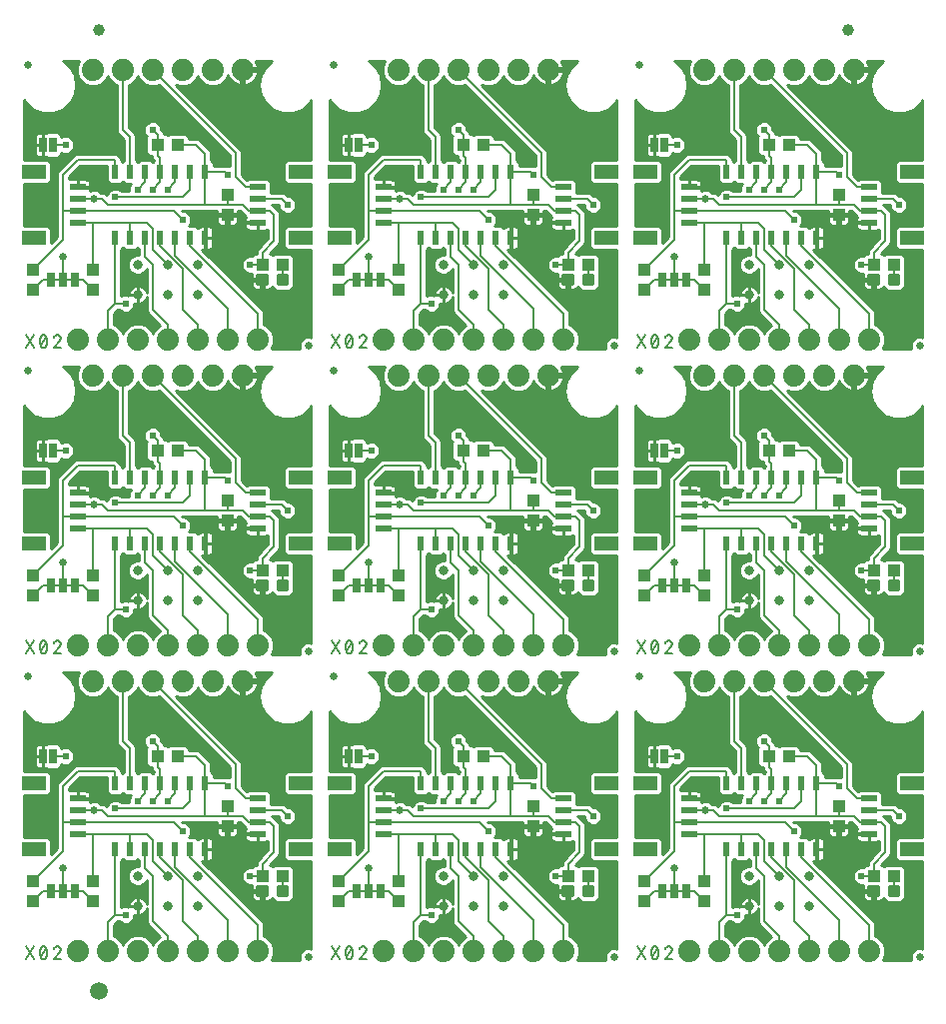
<source format=gtl>
G75*
%MOIN*%
%OFA0B0*%
%FSLAX25Y25*%
%IPPOS*%
%LPD*%
%AMOC8*
5,1,8,0,0,1.08239X$1,22.5*
%
%ADD10C,0.00800*%
%ADD11C,0.02500*%
%ADD12R,0.07874X0.04724*%
%ADD13R,0.05315X0.02362*%
%ADD14C,0.07400*%
%ADD15R,0.03937X0.04331*%
%ADD16R,0.02500X0.05000*%
%ADD17R,0.01600X0.01000*%
%ADD18R,0.02362X0.04724*%
%ADD19R,0.04331X0.03937*%
%ADD20C,0.03200*%
%ADD21C,0.01181*%
%ADD22C,0.03937*%
%ADD23C,0.05906*%
%ADD24C,0.00600*%
%ADD25C,0.02400*%
%ADD26C,0.02578*%
%ADD27C,0.01000*%
D10*
X0047678Y0036333D02*
X0050478Y0040533D01*
X0054745Y0038433D02*
X0054743Y0038321D01*
X0054738Y0038209D01*
X0054729Y0038097D01*
X0054716Y0037986D01*
X0054700Y0037875D01*
X0054680Y0037764D01*
X0054656Y0037655D01*
X0054629Y0037546D01*
X0054599Y0037438D01*
X0054565Y0037331D01*
X0054528Y0037225D01*
X0054487Y0037121D01*
X0054443Y0037018D01*
X0054395Y0036916D01*
X0053578Y0036333D02*
X0053522Y0036335D01*
X0053466Y0036340D01*
X0053410Y0036350D01*
X0053355Y0036362D01*
X0053301Y0036379D01*
X0053249Y0036398D01*
X0053197Y0036422D01*
X0053147Y0036448D01*
X0053100Y0036478D01*
X0053054Y0036510D01*
X0053010Y0036546D01*
X0052969Y0036585D01*
X0052930Y0036626D01*
X0052895Y0036669D01*
X0052862Y0036715D01*
X0052832Y0036763D01*
X0052805Y0036812D01*
X0052782Y0036863D01*
X0052762Y0036916D01*
X0052645Y0037266D02*
X0054512Y0039600D01*
X0054394Y0039950D02*
X0054374Y0040003D01*
X0054351Y0040054D01*
X0054324Y0040103D01*
X0054294Y0040151D01*
X0054261Y0040197D01*
X0054226Y0040240D01*
X0054187Y0040281D01*
X0054146Y0040320D01*
X0054102Y0040356D01*
X0054056Y0040388D01*
X0054009Y0040418D01*
X0053959Y0040444D01*
X0053907Y0040468D01*
X0053855Y0040487D01*
X0053801Y0040504D01*
X0053746Y0040516D01*
X0053690Y0040526D01*
X0053634Y0040531D01*
X0053578Y0040533D01*
X0053522Y0040531D01*
X0053466Y0040526D01*
X0053410Y0040516D01*
X0053355Y0040504D01*
X0053301Y0040487D01*
X0053249Y0040468D01*
X0053197Y0040444D01*
X0053147Y0040418D01*
X0053100Y0040388D01*
X0053054Y0040355D01*
X0053010Y0040320D01*
X0052969Y0040281D01*
X0052930Y0040240D01*
X0052895Y0040197D01*
X0052862Y0040151D01*
X0052832Y0040103D01*
X0052805Y0040054D01*
X0052782Y0040003D01*
X0052762Y0039950D01*
X0054395Y0039950D02*
X0054443Y0039848D01*
X0054487Y0039745D01*
X0054528Y0039641D01*
X0054565Y0039535D01*
X0054599Y0039428D01*
X0054629Y0039320D01*
X0054656Y0039211D01*
X0054680Y0039102D01*
X0054700Y0038991D01*
X0054716Y0038880D01*
X0054729Y0038769D01*
X0054738Y0038657D01*
X0054743Y0038545D01*
X0054745Y0038433D01*
X0052412Y0038433D02*
X0052414Y0038545D01*
X0052419Y0038657D01*
X0052428Y0038769D01*
X0052441Y0038880D01*
X0052457Y0038991D01*
X0052477Y0039102D01*
X0052501Y0039211D01*
X0052528Y0039320D01*
X0052558Y0039428D01*
X0052592Y0039535D01*
X0052629Y0039641D01*
X0052670Y0039745D01*
X0052714Y0039848D01*
X0052762Y0039950D01*
X0054394Y0036916D02*
X0054374Y0036863D01*
X0054351Y0036812D01*
X0054324Y0036763D01*
X0054294Y0036715D01*
X0054261Y0036669D01*
X0054226Y0036626D01*
X0054187Y0036585D01*
X0054146Y0036546D01*
X0054102Y0036510D01*
X0054056Y0036478D01*
X0054009Y0036448D01*
X0053959Y0036422D01*
X0053907Y0036398D01*
X0053855Y0036379D01*
X0053801Y0036362D01*
X0053746Y0036350D01*
X0053690Y0036340D01*
X0053634Y0036335D01*
X0053578Y0036333D01*
X0050478Y0036333D02*
X0047678Y0040533D01*
X0052412Y0038433D02*
X0052414Y0038321D01*
X0052419Y0038209D01*
X0052428Y0038097D01*
X0052441Y0037986D01*
X0052457Y0037875D01*
X0052477Y0037764D01*
X0052501Y0037655D01*
X0052528Y0037546D01*
X0052558Y0037438D01*
X0052592Y0037331D01*
X0052629Y0037225D01*
X0052670Y0037121D01*
X0052714Y0037018D01*
X0052762Y0036916D01*
X0056912Y0036333D02*
X0059245Y0036333D01*
X0056912Y0036333D02*
X0058895Y0038666D01*
X0058195Y0040533D02*
X0058124Y0040531D01*
X0058054Y0040526D01*
X0057984Y0040516D01*
X0057914Y0040503D01*
X0057846Y0040487D01*
X0057778Y0040467D01*
X0057711Y0040443D01*
X0057646Y0040416D01*
X0057582Y0040386D01*
X0057520Y0040352D01*
X0057460Y0040315D01*
X0057402Y0040275D01*
X0057345Y0040232D01*
X0057292Y0040186D01*
X0057241Y0040137D01*
X0057192Y0040086D01*
X0057146Y0040032D01*
X0057103Y0039976D01*
X0057063Y0039918D01*
X0057026Y0039858D01*
X0056993Y0039795D01*
X0056962Y0039732D01*
X0056935Y0039666D01*
X0056912Y0039600D01*
X0058895Y0038666D02*
X0058941Y0038713D01*
X0058984Y0038761D01*
X0059024Y0038813D01*
X0059062Y0038866D01*
X0059096Y0038922D01*
X0059126Y0038979D01*
X0059154Y0039039D01*
X0059178Y0039099D01*
X0059198Y0039161D01*
X0059215Y0039224D01*
X0059228Y0039288D01*
X0059237Y0039353D01*
X0059243Y0039418D01*
X0059245Y0039483D01*
X0059243Y0039546D01*
X0059237Y0039610D01*
X0059228Y0039672D01*
X0059214Y0039734D01*
X0059197Y0039795D01*
X0059177Y0039855D01*
X0059152Y0039914D01*
X0059125Y0039971D01*
X0059094Y0040026D01*
X0059059Y0040079D01*
X0059022Y0040131D01*
X0058981Y0040179D01*
X0058937Y0040225D01*
X0058891Y0040269D01*
X0058843Y0040310D01*
X0058791Y0040347D01*
X0058738Y0040382D01*
X0058683Y0040413D01*
X0058626Y0040440D01*
X0058567Y0040465D01*
X0058507Y0040485D01*
X0058446Y0040502D01*
X0058384Y0040516D01*
X0058322Y0040525D01*
X0058258Y0040531D01*
X0058195Y0040533D01*
X0149678Y0040533D02*
X0152478Y0036333D01*
X0156395Y0036916D02*
X0156443Y0037018D01*
X0156487Y0037121D01*
X0156528Y0037225D01*
X0156565Y0037331D01*
X0156599Y0037438D01*
X0156629Y0037546D01*
X0156656Y0037655D01*
X0156680Y0037764D01*
X0156700Y0037875D01*
X0156716Y0037986D01*
X0156729Y0038097D01*
X0156738Y0038209D01*
X0156743Y0038321D01*
X0156745Y0038433D01*
X0154412Y0038433D02*
X0154414Y0038545D01*
X0154419Y0038657D01*
X0154428Y0038769D01*
X0154441Y0038880D01*
X0154457Y0038991D01*
X0154477Y0039102D01*
X0154501Y0039211D01*
X0154528Y0039320D01*
X0154558Y0039428D01*
X0154592Y0039535D01*
X0154629Y0039641D01*
X0154670Y0039745D01*
X0154714Y0039848D01*
X0154762Y0039950D01*
X0155578Y0040533D02*
X0155634Y0040531D01*
X0155690Y0040526D01*
X0155746Y0040516D01*
X0155801Y0040504D01*
X0155855Y0040487D01*
X0155907Y0040468D01*
X0155959Y0040444D01*
X0156009Y0040418D01*
X0156056Y0040388D01*
X0156102Y0040356D01*
X0156146Y0040320D01*
X0156187Y0040281D01*
X0156226Y0040240D01*
X0156261Y0040197D01*
X0156294Y0040151D01*
X0156324Y0040103D01*
X0156351Y0040054D01*
X0156374Y0040003D01*
X0156394Y0039950D01*
X0156512Y0039600D02*
X0154645Y0037266D01*
X0155578Y0036333D02*
X0155634Y0036335D01*
X0155690Y0036340D01*
X0155746Y0036350D01*
X0155801Y0036362D01*
X0155855Y0036379D01*
X0155907Y0036398D01*
X0155959Y0036422D01*
X0156009Y0036448D01*
X0156056Y0036478D01*
X0156102Y0036510D01*
X0156146Y0036546D01*
X0156187Y0036585D01*
X0156226Y0036626D01*
X0156261Y0036669D01*
X0156294Y0036715D01*
X0156324Y0036763D01*
X0156351Y0036812D01*
X0156374Y0036863D01*
X0156394Y0036916D01*
X0155578Y0036333D02*
X0155522Y0036335D01*
X0155466Y0036340D01*
X0155410Y0036350D01*
X0155355Y0036362D01*
X0155301Y0036379D01*
X0155249Y0036398D01*
X0155197Y0036422D01*
X0155147Y0036448D01*
X0155100Y0036478D01*
X0155054Y0036510D01*
X0155010Y0036546D01*
X0154969Y0036585D01*
X0154930Y0036626D01*
X0154895Y0036669D01*
X0154862Y0036715D01*
X0154832Y0036763D01*
X0154805Y0036812D01*
X0154782Y0036863D01*
X0154762Y0036916D01*
X0156745Y0038433D02*
X0156743Y0038545D01*
X0156738Y0038657D01*
X0156729Y0038769D01*
X0156716Y0038880D01*
X0156700Y0038991D01*
X0156680Y0039102D01*
X0156656Y0039211D01*
X0156629Y0039320D01*
X0156599Y0039428D01*
X0156565Y0039535D01*
X0156528Y0039641D01*
X0156487Y0039745D01*
X0156443Y0039848D01*
X0156395Y0039950D01*
X0155578Y0040533D02*
X0155522Y0040531D01*
X0155466Y0040526D01*
X0155410Y0040516D01*
X0155355Y0040504D01*
X0155301Y0040487D01*
X0155249Y0040468D01*
X0155197Y0040444D01*
X0155147Y0040418D01*
X0155100Y0040388D01*
X0155054Y0040355D01*
X0155010Y0040320D01*
X0154969Y0040281D01*
X0154930Y0040240D01*
X0154895Y0040197D01*
X0154862Y0040151D01*
X0154832Y0040103D01*
X0154805Y0040054D01*
X0154782Y0040003D01*
X0154762Y0039950D01*
X0152478Y0040533D02*
X0149678Y0036333D01*
X0154762Y0036916D02*
X0154714Y0037018D01*
X0154670Y0037121D01*
X0154629Y0037225D01*
X0154592Y0037331D01*
X0154558Y0037438D01*
X0154528Y0037546D01*
X0154501Y0037655D01*
X0154477Y0037764D01*
X0154457Y0037875D01*
X0154441Y0037986D01*
X0154428Y0038097D01*
X0154419Y0038209D01*
X0154414Y0038321D01*
X0154412Y0038433D01*
X0158912Y0036333D02*
X0161245Y0036333D01*
X0158912Y0036333D02*
X0160895Y0038666D01*
X0160195Y0040533D02*
X0160124Y0040531D01*
X0160054Y0040526D01*
X0159984Y0040516D01*
X0159914Y0040503D01*
X0159846Y0040487D01*
X0159778Y0040467D01*
X0159711Y0040443D01*
X0159646Y0040416D01*
X0159582Y0040386D01*
X0159520Y0040352D01*
X0159460Y0040315D01*
X0159402Y0040275D01*
X0159345Y0040232D01*
X0159292Y0040186D01*
X0159241Y0040137D01*
X0159192Y0040086D01*
X0159146Y0040032D01*
X0159103Y0039976D01*
X0159063Y0039918D01*
X0159026Y0039858D01*
X0158993Y0039795D01*
X0158962Y0039732D01*
X0158935Y0039666D01*
X0158912Y0039600D01*
X0160895Y0038666D02*
X0160941Y0038713D01*
X0160984Y0038761D01*
X0161024Y0038813D01*
X0161062Y0038866D01*
X0161096Y0038922D01*
X0161126Y0038979D01*
X0161154Y0039039D01*
X0161178Y0039099D01*
X0161198Y0039161D01*
X0161215Y0039224D01*
X0161228Y0039288D01*
X0161237Y0039353D01*
X0161243Y0039418D01*
X0161245Y0039483D01*
X0161243Y0039546D01*
X0161237Y0039610D01*
X0161228Y0039672D01*
X0161214Y0039734D01*
X0161197Y0039795D01*
X0161177Y0039855D01*
X0161152Y0039914D01*
X0161125Y0039971D01*
X0161094Y0040026D01*
X0161059Y0040079D01*
X0161022Y0040131D01*
X0160981Y0040179D01*
X0160937Y0040225D01*
X0160891Y0040269D01*
X0160843Y0040310D01*
X0160791Y0040347D01*
X0160738Y0040382D01*
X0160683Y0040413D01*
X0160626Y0040440D01*
X0160567Y0040465D01*
X0160507Y0040485D01*
X0160446Y0040502D01*
X0160384Y0040516D01*
X0160322Y0040525D01*
X0160258Y0040531D01*
X0160195Y0040533D01*
X0251678Y0040533D02*
X0254478Y0036333D01*
X0258395Y0036916D02*
X0258443Y0037018D01*
X0258487Y0037121D01*
X0258528Y0037225D01*
X0258565Y0037331D01*
X0258599Y0037438D01*
X0258629Y0037546D01*
X0258656Y0037655D01*
X0258680Y0037764D01*
X0258700Y0037875D01*
X0258716Y0037986D01*
X0258729Y0038097D01*
X0258738Y0038209D01*
X0258743Y0038321D01*
X0258745Y0038433D01*
X0256412Y0038433D02*
X0256414Y0038545D01*
X0256419Y0038657D01*
X0256428Y0038769D01*
X0256441Y0038880D01*
X0256457Y0038991D01*
X0256477Y0039102D01*
X0256501Y0039211D01*
X0256528Y0039320D01*
X0256558Y0039428D01*
X0256592Y0039535D01*
X0256629Y0039641D01*
X0256670Y0039745D01*
X0256714Y0039848D01*
X0256762Y0039950D01*
X0257578Y0040533D02*
X0257634Y0040531D01*
X0257690Y0040526D01*
X0257746Y0040516D01*
X0257801Y0040504D01*
X0257855Y0040487D01*
X0257907Y0040468D01*
X0257959Y0040444D01*
X0258009Y0040418D01*
X0258056Y0040388D01*
X0258102Y0040356D01*
X0258146Y0040320D01*
X0258187Y0040281D01*
X0258226Y0040240D01*
X0258261Y0040197D01*
X0258294Y0040151D01*
X0258324Y0040103D01*
X0258351Y0040054D01*
X0258374Y0040003D01*
X0258394Y0039950D01*
X0258512Y0039600D02*
X0256645Y0037266D01*
X0257578Y0036333D02*
X0257634Y0036335D01*
X0257690Y0036340D01*
X0257746Y0036350D01*
X0257801Y0036362D01*
X0257855Y0036379D01*
X0257907Y0036398D01*
X0257959Y0036422D01*
X0258009Y0036448D01*
X0258056Y0036478D01*
X0258102Y0036510D01*
X0258146Y0036546D01*
X0258187Y0036585D01*
X0258226Y0036626D01*
X0258261Y0036669D01*
X0258294Y0036715D01*
X0258324Y0036763D01*
X0258351Y0036812D01*
X0258374Y0036863D01*
X0258394Y0036916D01*
X0257578Y0036333D02*
X0257522Y0036335D01*
X0257466Y0036340D01*
X0257410Y0036350D01*
X0257355Y0036362D01*
X0257301Y0036379D01*
X0257249Y0036398D01*
X0257197Y0036422D01*
X0257147Y0036448D01*
X0257100Y0036478D01*
X0257054Y0036510D01*
X0257010Y0036546D01*
X0256969Y0036585D01*
X0256930Y0036626D01*
X0256895Y0036669D01*
X0256862Y0036715D01*
X0256832Y0036763D01*
X0256805Y0036812D01*
X0256782Y0036863D01*
X0256762Y0036916D01*
X0258745Y0038433D02*
X0258743Y0038545D01*
X0258738Y0038657D01*
X0258729Y0038769D01*
X0258716Y0038880D01*
X0258700Y0038991D01*
X0258680Y0039102D01*
X0258656Y0039211D01*
X0258629Y0039320D01*
X0258599Y0039428D01*
X0258565Y0039535D01*
X0258528Y0039641D01*
X0258487Y0039745D01*
X0258443Y0039848D01*
X0258395Y0039950D01*
X0257578Y0040533D02*
X0257522Y0040531D01*
X0257466Y0040526D01*
X0257410Y0040516D01*
X0257355Y0040504D01*
X0257301Y0040487D01*
X0257249Y0040468D01*
X0257197Y0040444D01*
X0257147Y0040418D01*
X0257100Y0040388D01*
X0257054Y0040355D01*
X0257010Y0040320D01*
X0256969Y0040281D01*
X0256930Y0040240D01*
X0256895Y0040197D01*
X0256862Y0040151D01*
X0256832Y0040103D01*
X0256805Y0040054D01*
X0256782Y0040003D01*
X0256762Y0039950D01*
X0254478Y0040533D02*
X0251678Y0036333D01*
X0256762Y0036916D02*
X0256714Y0037018D01*
X0256670Y0037121D01*
X0256629Y0037225D01*
X0256592Y0037331D01*
X0256558Y0037438D01*
X0256528Y0037546D01*
X0256501Y0037655D01*
X0256477Y0037764D01*
X0256457Y0037875D01*
X0256441Y0037986D01*
X0256428Y0038097D01*
X0256419Y0038209D01*
X0256414Y0038321D01*
X0256412Y0038433D01*
X0260912Y0036333D02*
X0263245Y0036333D01*
X0260912Y0036333D02*
X0262895Y0038666D01*
X0262195Y0040533D02*
X0262124Y0040531D01*
X0262054Y0040526D01*
X0261984Y0040516D01*
X0261914Y0040503D01*
X0261846Y0040487D01*
X0261778Y0040467D01*
X0261711Y0040443D01*
X0261646Y0040416D01*
X0261582Y0040386D01*
X0261520Y0040352D01*
X0261460Y0040315D01*
X0261402Y0040275D01*
X0261345Y0040232D01*
X0261292Y0040186D01*
X0261241Y0040137D01*
X0261192Y0040086D01*
X0261146Y0040032D01*
X0261103Y0039976D01*
X0261063Y0039918D01*
X0261026Y0039858D01*
X0260993Y0039795D01*
X0260962Y0039732D01*
X0260935Y0039666D01*
X0260912Y0039600D01*
X0262895Y0038666D02*
X0262941Y0038713D01*
X0262984Y0038761D01*
X0263024Y0038813D01*
X0263062Y0038866D01*
X0263096Y0038922D01*
X0263126Y0038979D01*
X0263154Y0039039D01*
X0263178Y0039099D01*
X0263198Y0039161D01*
X0263215Y0039224D01*
X0263228Y0039288D01*
X0263237Y0039353D01*
X0263243Y0039418D01*
X0263245Y0039483D01*
X0263243Y0039546D01*
X0263237Y0039610D01*
X0263228Y0039672D01*
X0263214Y0039734D01*
X0263197Y0039795D01*
X0263177Y0039855D01*
X0263152Y0039914D01*
X0263125Y0039971D01*
X0263094Y0040026D01*
X0263059Y0040079D01*
X0263022Y0040131D01*
X0262981Y0040179D01*
X0262937Y0040225D01*
X0262891Y0040269D01*
X0262843Y0040310D01*
X0262791Y0040347D01*
X0262738Y0040382D01*
X0262683Y0040413D01*
X0262626Y0040440D01*
X0262567Y0040465D01*
X0262507Y0040485D01*
X0262446Y0040502D01*
X0262384Y0040516D01*
X0262322Y0040525D01*
X0262258Y0040531D01*
X0262195Y0040533D01*
X0263245Y0138333D02*
X0260912Y0138333D01*
X0262895Y0140666D01*
X0262195Y0142533D02*
X0262124Y0142531D01*
X0262054Y0142526D01*
X0261984Y0142516D01*
X0261914Y0142503D01*
X0261846Y0142487D01*
X0261778Y0142467D01*
X0261711Y0142443D01*
X0261646Y0142416D01*
X0261582Y0142386D01*
X0261520Y0142352D01*
X0261460Y0142315D01*
X0261402Y0142275D01*
X0261345Y0142232D01*
X0261292Y0142186D01*
X0261241Y0142137D01*
X0261192Y0142086D01*
X0261146Y0142032D01*
X0261103Y0141976D01*
X0261063Y0141918D01*
X0261026Y0141858D01*
X0260993Y0141795D01*
X0260962Y0141732D01*
X0260935Y0141666D01*
X0260912Y0141600D01*
X0262895Y0140666D02*
X0262941Y0140713D01*
X0262984Y0140761D01*
X0263024Y0140813D01*
X0263062Y0140866D01*
X0263096Y0140922D01*
X0263126Y0140979D01*
X0263154Y0141039D01*
X0263178Y0141099D01*
X0263198Y0141161D01*
X0263215Y0141224D01*
X0263228Y0141288D01*
X0263237Y0141353D01*
X0263243Y0141418D01*
X0263245Y0141483D01*
X0263243Y0141546D01*
X0263237Y0141610D01*
X0263228Y0141672D01*
X0263214Y0141734D01*
X0263197Y0141795D01*
X0263177Y0141855D01*
X0263152Y0141914D01*
X0263125Y0141971D01*
X0263094Y0142026D01*
X0263059Y0142079D01*
X0263022Y0142131D01*
X0262981Y0142179D01*
X0262937Y0142225D01*
X0262891Y0142269D01*
X0262843Y0142310D01*
X0262791Y0142347D01*
X0262738Y0142382D01*
X0262683Y0142413D01*
X0262626Y0142440D01*
X0262567Y0142465D01*
X0262507Y0142485D01*
X0262446Y0142502D01*
X0262384Y0142516D01*
X0262322Y0142525D01*
X0262258Y0142531D01*
X0262195Y0142533D01*
X0256412Y0140433D02*
X0256414Y0140321D01*
X0256419Y0140209D01*
X0256428Y0140097D01*
X0256441Y0139986D01*
X0256457Y0139875D01*
X0256477Y0139764D01*
X0256501Y0139655D01*
X0256528Y0139546D01*
X0256558Y0139438D01*
X0256592Y0139331D01*
X0256629Y0139225D01*
X0256670Y0139121D01*
X0256714Y0139018D01*
X0256762Y0138916D01*
X0256645Y0139266D02*
X0258512Y0141600D01*
X0258394Y0141950D02*
X0258374Y0142003D01*
X0258351Y0142054D01*
X0258324Y0142103D01*
X0258294Y0142151D01*
X0258261Y0142197D01*
X0258226Y0142240D01*
X0258187Y0142281D01*
X0258146Y0142320D01*
X0258102Y0142356D01*
X0258056Y0142388D01*
X0258009Y0142418D01*
X0257959Y0142444D01*
X0257907Y0142468D01*
X0257855Y0142487D01*
X0257801Y0142504D01*
X0257746Y0142516D01*
X0257690Y0142526D01*
X0257634Y0142531D01*
X0257578Y0142533D01*
X0257522Y0142531D01*
X0257466Y0142526D01*
X0257410Y0142516D01*
X0257355Y0142504D01*
X0257301Y0142487D01*
X0257249Y0142468D01*
X0257197Y0142444D01*
X0257147Y0142418D01*
X0257100Y0142388D01*
X0257054Y0142355D01*
X0257010Y0142320D01*
X0256969Y0142281D01*
X0256930Y0142240D01*
X0256895Y0142197D01*
X0256862Y0142151D01*
X0256832Y0142103D01*
X0256805Y0142054D01*
X0256782Y0142003D01*
X0256762Y0141950D01*
X0258395Y0141950D02*
X0258443Y0141848D01*
X0258487Y0141745D01*
X0258528Y0141641D01*
X0258565Y0141535D01*
X0258599Y0141428D01*
X0258629Y0141320D01*
X0258656Y0141211D01*
X0258680Y0141102D01*
X0258700Y0140991D01*
X0258716Y0140880D01*
X0258729Y0140769D01*
X0258738Y0140657D01*
X0258743Y0140545D01*
X0258745Y0140433D01*
X0256412Y0140433D02*
X0256414Y0140545D01*
X0256419Y0140657D01*
X0256428Y0140769D01*
X0256441Y0140880D01*
X0256457Y0140991D01*
X0256477Y0141102D01*
X0256501Y0141211D01*
X0256528Y0141320D01*
X0256558Y0141428D01*
X0256592Y0141535D01*
X0256629Y0141641D01*
X0256670Y0141745D01*
X0256714Y0141848D01*
X0256762Y0141950D01*
X0258745Y0140433D02*
X0258743Y0140321D01*
X0258738Y0140209D01*
X0258729Y0140097D01*
X0258716Y0139986D01*
X0258700Y0139875D01*
X0258680Y0139764D01*
X0258656Y0139655D01*
X0258629Y0139546D01*
X0258599Y0139438D01*
X0258565Y0139331D01*
X0258528Y0139225D01*
X0258487Y0139121D01*
X0258443Y0139018D01*
X0258395Y0138916D01*
X0257578Y0138333D02*
X0257522Y0138335D01*
X0257466Y0138340D01*
X0257410Y0138350D01*
X0257355Y0138362D01*
X0257301Y0138379D01*
X0257249Y0138398D01*
X0257197Y0138422D01*
X0257147Y0138448D01*
X0257100Y0138478D01*
X0257054Y0138510D01*
X0257010Y0138546D01*
X0256969Y0138585D01*
X0256930Y0138626D01*
X0256895Y0138669D01*
X0256862Y0138715D01*
X0256832Y0138763D01*
X0256805Y0138812D01*
X0256782Y0138863D01*
X0256762Y0138916D01*
X0257578Y0138333D02*
X0257634Y0138335D01*
X0257690Y0138340D01*
X0257746Y0138350D01*
X0257801Y0138362D01*
X0257855Y0138379D01*
X0257907Y0138398D01*
X0257959Y0138422D01*
X0258009Y0138448D01*
X0258056Y0138478D01*
X0258102Y0138510D01*
X0258146Y0138546D01*
X0258187Y0138585D01*
X0258226Y0138626D01*
X0258261Y0138669D01*
X0258294Y0138715D01*
X0258324Y0138763D01*
X0258351Y0138812D01*
X0258374Y0138863D01*
X0258394Y0138916D01*
X0254478Y0138333D02*
X0251678Y0142533D01*
X0254478Y0142533D02*
X0251678Y0138333D01*
X0161245Y0138333D02*
X0158912Y0138333D01*
X0160895Y0140666D01*
X0160195Y0142533D02*
X0160124Y0142531D01*
X0160054Y0142526D01*
X0159984Y0142516D01*
X0159914Y0142503D01*
X0159846Y0142487D01*
X0159778Y0142467D01*
X0159711Y0142443D01*
X0159646Y0142416D01*
X0159582Y0142386D01*
X0159520Y0142352D01*
X0159460Y0142315D01*
X0159402Y0142275D01*
X0159345Y0142232D01*
X0159292Y0142186D01*
X0159241Y0142137D01*
X0159192Y0142086D01*
X0159146Y0142032D01*
X0159103Y0141976D01*
X0159063Y0141918D01*
X0159026Y0141858D01*
X0158993Y0141795D01*
X0158962Y0141732D01*
X0158935Y0141666D01*
X0158912Y0141600D01*
X0160895Y0140666D02*
X0160941Y0140713D01*
X0160984Y0140761D01*
X0161024Y0140813D01*
X0161062Y0140866D01*
X0161096Y0140922D01*
X0161126Y0140979D01*
X0161154Y0141039D01*
X0161178Y0141099D01*
X0161198Y0141161D01*
X0161215Y0141224D01*
X0161228Y0141288D01*
X0161237Y0141353D01*
X0161243Y0141418D01*
X0161245Y0141483D01*
X0161243Y0141546D01*
X0161237Y0141610D01*
X0161228Y0141672D01*
X0161214Y0141734D01*
X0161197Y0141795D01*
X0161177Y0141855D01*
X0161152Y0141914D01*
X0161125Y0141971D01*
X0161094Y0142026D01*
X0161059Y0142079D01*
X0161022Y0142131D01*
X0160981Y0142179D01*
X0160937Y0142225D01*
X0160891Y0142269D01*
X0160843Y0142310D01*
X0160791Y0142347D01*
X0160738Y0142382D01*
X0160683Y0142413D01*
X0160626Y0142440D01*
X0160567Y0142465D01*
X0160507Y0142485D01*
X0160446Y0142502D01*
X0160384Y0142516D01*
X0160322Y0142525D01*
X0160258Y0142531D01*
X0160195Y0142533D01*
X0154412Y0140433D02*
X0154414Y0140321D01*
X0154419Y0140209D01*
X0154428Y0140097D01*
X0154441Y0139986D01*
X0154457Y0139875D01*
X0154477Y0139764D01*
X0154501Y0139655D01*
X0154528Y0139546D01*
X0154558Y0139438D01*
X0154592Y0139331D01*
X0154629Y0139225D01*
X0154670Y0139121D01*
X0154714Y0139018D01*
X0154762Y0138916D01*
X0154645Y0139266D02*
X0156512Y0141600D01*
X0156394Y0141950D02*
X0156374Y0142003D01*
X0156351Y0142054D01*
X0156324Y0142103D01*
X0156294Y0142151D01*
X0156261Y0142197D01*
X0156226Y0142240D01*
X0156187Y0142281D01*
X0156146Y0142320D01*
X0156102Y0142356D01*
X0156056Y0142388D01*
X0156009Y0142418D01*
X0155959Y0142444D01*
X0155907Y0142468D01*
X0155855Y0142487D01*
X0155801Y0142504D01*
X0155746Y0142516D01*
X0155690Y0142526D01*
X0155634Y0142531D01*
X0155578Y0142533D01*
X0155522Y0142531D01*
X0155466Y0142526D01*
X0155410Y0142516D01*
X0155355Y0142504D01*
X0155301Y0142487D01*
X0155249Y0142468D01*
X0155197Y0142444D01*
X0155147Y0142418D01*
X0155100Y0142388D01*
X0155054Y0142355D01*
X0155010Y0142320D01*
X0154969Y0142281D01*
X0154930Y0142240D01*
X0154895Y0142197D01*
X0154862Y0142151D01*
X0154832Y0142103D01*
X0154805Y0142054D01*
X0154782Y0142003D01*
X0154762Y0141950D01*
X0156395Y0141950D02*
X0156443Y0141848D01*
X0156487Y0141745D01*
X0156528Y0141641D01*
X0156565Y0141535D01*
X0156599Y0141428D01*
X0156629Y0141320D01*
X0156656Y0141211D01*
X0156680Y0141102D01*
X0156700Y0140991D01*
X0156716Y0140880D01*
X0156729Y0140769D01*
X0156738Y0140657D01*
X0156743Y0140545D01*
X0156745Y0140433D01*
X0154412Y0140433D02*
X0154414Y0140545D01*
X0154419Y0140657D01*
X0154428Y0140769D01*
X0154441Y0140880D01*
X0154457Y0140991D01*
X0154477Y0141102D01*
X0154501Y0141211D01*
X0154528Y0141320D01*
X0154558Y0141428D01*
X0154592Y0141535D01*
X0154629Y0141641D01*
X0154670Y0141745D01*
X0154714Y0141848D01*
X0154762Y0141950D01*
X0156745Y0140433D02*
X0156743Y0140321D01*
X0156738Y0140209D01*
X0156729Y0140097D01*
X0156716Y0139986D01*
X0156700Y0139875D01*
X0156680Y0139764D01*
X0156656Y0139655D01*
X0156629Y0139546D01*
X0156599Y0139438D01*
X0156565Y0139331D01*
X0156528Y0139225D01*
X0156487Y0139121D01*
X0156443Y0139018D01*
X0156395Y0138916D01*
X0155578Y0138333D02*
X0155522Y0138335D01*
X0155466Y0138340D01*
X0155410Y0138350D01*
X0155355Y0138362D01*
X0155301Y0138379D01*
X0155249Y0138398D01*
X0155197Y0138422D01*
X0155147Y0138448D01*
X0155100Y0138478D01*
X0155054Y0138510D01*
X0155010Y0138546D01*
X0154969Y0138585D01*
X0154930Y0138626D01*
X0154895Y0138669D01*
X0154862Y0138715D01*
X0154832Y0138763D01*
X0154805Y0138812D01*
X0154782Y0138863D01*
X0154762Y0138916D01*
X0155578Y0138333D02*
X0155634Y0138335D01*
X0155690Y0138340D01*
X0155746Y0138350D01*
X0155801Y0138362D01*
X0155855Y0138379D01*
X0155907Y0138398D01*
X0155959Y0138422D01*
X0156009Y0138448D01*
X0156056Y0138478D01*
X0156102Y0138510D01*
X0156146Y0138546D01*
X0156187Y0138585D01*
X0156226Y0138626D01*
X0156261Y0138669D01*
X0156294Y0138715D01*
X0156324Y0138763D01*
X0156351Y0138812D01*
X0156374Y0138863D01*
X0156394Y0138916D01*
X0152478Y0138333D02*
X0149678Y0142533D01*
X0152478Y0142533D02*
X0149678Y0138333D01*
X0059245Y0138333D02*
X0056912Y0138333D01*
X0058895Y0140666D01*
X0058195Y0142533D02*
X0058124Y0142531D01*
X0058054Y0142526D01*
X0057984Y0142516D01*
X0057914Y0142503D01*
X0057846Y0142487D01*
X0057778Y0142467D01*
X0057711Y0142443D01*
X0057646Y0142416D01*
X0057582Y0142386D01*
X0057520Y0142352D01*
X0057460Y0142315D01*
X0057402Y0142275D01*
X0057345Y0142232D01*
X0057292Y0142186D01*
X0057241Y0142137D01*
X0057192Y0142086D01*
X0057146Y0142032D01*
X0057103Y0141976D01*
X0057063Y0141918D01*
X0057026Y0141858D01*
X0056993Y0141795D01*
X0056962Y0141732D01*
X0056935Y0141666D01*
X0056912Y0141600D01*
X0058895Y0140666D02*
X0058941Y0140713D01*
X0058984Y0140761D01*
X0059024Y0140813D01*
X0059062Y0140866D01*
X0059096Y0140922D01*
X0059126Y0140979D01*
X0059154Y0141039D01*
X0059178Y0141099D01*
X0059198Y0141161D01*
X0059215Y0141224D01*
X0059228Y0141288D01*
X0059237Y0141353D01*
X0059243Y0141418D01*
X0059245Y0141483D01*
X0059243Y0141546D01*
X0059237Y0141610D01*
X0059228Y0141672D01*
X0059214Y0141734D01*
X0059197Y0141795D01*
X0059177Y0141855D01*
X0059152Y0141914D01*
X0059125Y0141971D01*
X0059094Y0142026D01*
X0059059Y0142079D01*
X0059022Y0142131D01*
X0058981Y0142179D01*
X0058937Y0142225D01*
X0058891Y0142269D01*
X0058843Y0142310D01*
X0058791Y0142347D01*
X0058738Y0142382D01*
X0058683Y0142413D01*
X0058626Y0142440D01*
X0058567Y0142465D01*
X0058507Y0142485D01*
X0058446Y0142502D01*
X0058384Y0142516D01*
X0058322Y0142525D01*
X0058258Y0142531D01*
X0058195Y0142533D01*
X0052412Y0140433D02*
X0052414Y0140321D01*
X0052419Y0140209D01*
X0052428Y0140097D01*
X0052441Y0139986D01*
X0052457Y0139875D01*
X0052477Y0139764D01*
X0052501Y0139655D01*
X0052528Y0139546D01*
X0052558Y0139438D01*
X0052592Y0139331D01*
X0052629Y0139225D01*
X0052670Y0139121D01*
X0052714Y0139018D01*
X0052762Y0138916D01*
X0052645Y0139266D02*
X0054512Y0141600D01*
X0054394Y0141950D02*
X0054374Y0142003D01*
X0054351Y0142054D01*
X0054324Y0142103D01*
X0054294Y0142151D01*
X0054261Y0142197D01*
X0054226Y0142240D01*
X0054187Y0142281D01*
X0054146Y0142320D01*
X0054102Y0142356D01*
X0054056Y0142388D01*
X0054009Y0142418D01*
X0053959Y0142444D01*
X0053907Y0142468D01*
X0053855Y0142487D01*
X0053801Y0142504D01*
X0053746Y0142516D01*
X0053690Y0142526D01*
X0053634Y0142531D01*
X0053578Y0142533D01*
X0053522Y0142531D01*
X0053466Y0142526D01*
X0053410Y0142516D01*
X0053355Y0142504D01*
X0053301Y0142487D01*
X0053249Y0142468D01*
X0053197Y0142444D01*
X0053147Y0142418D01*
X0053100Y0142388D01*
X0053054Y0142355D01*
X0053010Y0142320D01*
X0052969Y0142281D01*
X0052930Y0142240D01*
X0052895Y0142197D01*
X0052862Y0142151D01*
X0052832Y0142103D01*
X0052805Y0142054D01*
X0052782Y0142003D01*
X0052762Y0141950D01*
X0054395Y0141950D02*
X0054443Y0141848D01*
X0054487Y0141745D01*
X0054528Y0141641D01*
X0054565Y0141535D01*
X0054599Y0141428D01*
X0054629Y0141320D01*
X0054656Y0141211D01*
X0054680Y0141102D01*
X0054700Y0140991D01*
X0054716Y0140880D01*
X0054729Y0140769D01*
X0054738Y0140657D01*
X0054743Y0140545D01*
X0054745Y0140433D01*
X0052412Y0140433D02*
X0052414Y0140545D01*
X0052419Y0140657D01*
X0052428Y0140769D01*
X0052441Y0140880D01*
X0052457Y0140991D01*
X0052477Y0141102D01*
X0052501Y0141211D01*
X0052528Y0141320D01*
X0052558Y0141428D01*
X0052592Y0141535D01*
X0052629Y0141641D01*
X0052670Y0141745D01*
X0052714Y0141848D01*
X0052762Y0141950D01*
X0054745Y0140433D02*
X0054743Y0140321D01*
X0054738Y0140209D01*
X0054729Y0140097D01*
X0054716Y0139986D01*
X0054700Y0139875D01*
X0054680Y0139764D01*
X0054656Y0139655D01*
X0054629Y0139546D01*
X0054599Y0139438D01*
X0054565Y0139331D01*
X0054528Y0139225D01*
X0054487Y0139121D01*
X0054443Y0139018D01*
X0054395Y0138916D01*
X0053578Y0138333D02*
X0053522Y0138335D01*
X0053466Y0138340D01*
X0053410Y0138350D01*
X0053355Y0138362D01*
X0053301Y0138379D01*
X0053249Y0138398D01*
X0053197Y0138422D01*
X0053147Y0138448D01*
X0053100Y0138478D01*
X0053054Y0138510D01*
X0053010Y0138546D01*
X0052969Y0138585D01*
X0052930Y0138626D01*
X0052895Y0138669D01*
X0052862Y0138715D01*
X0052832Y0138763D01*
X0052805Y0138812D01*
X0052782Y0138863D01*
X0052762Y0138916D01*
X0053578Y0138333D02*
X0053634Y0138335D01*
X0053690Y0138340D01*
X0053746Y0138350D01*
X0053801Y0138362D01*
X0053855Y0138379D01*
X0053907Y0138398D01*
X0053959Y0138422D01*
X0054009Y0138448D01*
X0054056Y0138478D01*
X0054102Y0138510D01*
X0054146Y0138546D01*
X0054187Y0138585D01*
X0054226Y0138626D01*
X0054261Y0138669D01*
X0054294Y0138715D01*
X0054324Y0138763D01*
X0054351Y0138812D01*
X0054374Y0138863D01*
X0054394Y0138916D01*
X0050478Y0138333D02*
X0047678Y0142533D01*
X0050478Y0142533D02*
X0047678Y0138333D01*
X0047678Y0240333D02*
X0050478Y0244533D01*
X0054745Y0242433D02*
X0054743Y0242321D01*
X0054738Y0242209D01*
X0054729Y0242097D01*
X0054716Y0241986D01*
X0054700Y0241875D01*
X0054680Y0241764D01*
X0054656Y0241655D01*
X0054629Y0241546D01*
X0054599Y0241438D01*
X0054565Y0241331D01*
X0054528Y0241225D01*
X0054487Y0241121D01*
X0054443Y0241018D01*
X0054395Y0240916D01*
X0053578Y0240333D02*
X0053522Y0240335D01*
X0053466Y0240340D01*
X0053410Y0240350D01*
X0053355Y0240362D01*
X0053301Y0240379D01*
X0053249Y0240398D01*
X0053197Y0240422D01*
X0053147Y0240448D01*
X0053100Y0240478D01*
X0053054Y0240510D01*
X0053010Y0240546D01*
X0052969Y0240585D01*
X0052930Y0240626D01*
X0052895Y0240669D01*
X0052862Y0240715D01*
X0052832Y0240763D01*
X0052805Y0240812D01*
X0052782Y0240863D01*
X0052762Y0240916D01*
X0052645Y0241266D02*
X0054512Y0243600D01*
X0054394Y0243950D02*
X0054374Y0244003D01*
X0054351Y0244054D01*
X0054324Y0244103D01*
X0054294Y0244151D01*
X0054261Y0244197D01*
X0054226Y0244240D01*
X0054187Y0244281D01*
X0054146Y0244320D01*
X0054102Y0244356D01*
X0054056Y0244388D01*
X0054009Y0244418D01*
X0053959Y0244444D01*
X0053907Y0244468D01*
X0053855Y0244487D01*
X0053801Y0244504D01*
X0053746Y0244516D01*
X0053690Y0244526D01*
X0053634Y0244531D01*
X0053578Y0244533D01*
X0053522Y0244531D01*
X0053466Y0244526D01*
X0053410Y0244516D01*
X0053355Y0244504D01*
X0053301Y0244487D01*
X0053249Y0244468D01*
X0053197Y0244444D01*
X0053147Y0244418D01*
X0053100Y0244388D01*
X0053054Y0244355D01*
X0053010Y0244320D01*
X0052969Y0244281D01*
X0052930Y0244240D01*
X0052895Y0244197D01*
X0052862Y0244151D01*
X0052832Y0244103D01*
X0052805Y0244054D01*
X0052782Y0244003D01*
X0052762Y0243950D01*
X0054395Y0243950D02*
X0054443Y0243848D01*
X0054487Y0243745D01*
X0054528Y0243641D01*
X0054565Y0243535D01*
X0054599Y0243428D01*
X0054629Y0243320D01*
X0054656Y0243211D01*
X0054680Y0243102D01*
X0054700Y0242991D01*
X0054716Y0242880D01*
X0054729Y0242769D01*
X0054738Y0242657D01*
X0054743Y0242545D01*
X0054745Y0242433D01*
X0052412Y0242433D02*
X0052414Y0242545D01*
X0052419Y0242657D01*
X0052428Y0242769D01*
X0052441Y0242880D01*
X0052457Y0242991D01*
X0052477Y0243102D01*
X0052501Y0243211D01*
X0052528Y0243320D01*
X0052558Y0243428D01*
X0052592Y0243535D01*
X0052629Y0243641D01*
X0052670Y0243745D01*
X0052714Y0243848D01*
X0052762Y0243950D01*
X0054394Y0240916D02*
X0054374Y0240863D01*
X0054351Y0240812D01*
X0054324Y0240763D01*
X0054294Y0240715D01*
X0054261Y0240669D01*
X0054226Y0240626D01*
X0054187Y0240585D01*
X0054146Y0240546D01*
X0054102Y0240510D01*
X0054056Y0240478D01*
X0054009Y0240448D01*
X0053959Y0240422D01*
X0053907Y0240398D01*
X0053855Y0240379D01*
X0053801Y0240362D01*
X0053746Y0240350D01*
X0053690Y0240340D01*
X0053634Y0240335D01*
X0053578Y0240333D01*
X0050478Y0240333D02*
X0047678Y0244533D01*
X0052412Y0242433D02*
X0052414Y0242321D01*
X0052419Y0242209D01*
X0052428Y0242097D01*
X0052441Y0241986D01*
X0052457Y0241875D01*
X0052477Y0241764D01*
X0052501Y0241655D01*
X0052528Y0241546D01*
X0052558Y0241438D01*
X0052592Y0241331D01*
X0052629Y0241225D01*
X0052670Y0241121D01*
X0052714Y0241018D01*
X0052762Y0240916D01*
X0056912Y0240333D02*
X0059245Y0240333D01*
X0056912Y0240333D02*
X0058895Y0242666D01*
X0058195Y0244533D02*
X0058124Y0244531D01*
X0058054Y0244526D01*
X0057984Y0244516D01*
X0057914Y0244503D01*
X0057846Y0244487D01*
X0057778Y0244467D01*
X0057711Y0244443D01*
X0057646Y0244416D01*
X0057582Y0244386D01*
X0057520Y0244352D01*
X0057460Y0244315D01*
X0057402Y0244275D01*
X0057345Y0244232D01*
X0057292Y0244186D01*
X0057241Y0244137D01*
X0057192Y0244086D01*
X0057146Y0244032D01*
X0057103Y0243976D01*
X0057063Y0243918D01*
X0057026Y0243858D01*
X0056993Y0243795D01*
X0056962Y0243732D01*
X0056935Y0243666D01*
X0056912Y0243600D01*
X0058895Y0242666D02*
X0058941Y0242713D01*
X0058984Y0242761D01*
X0059024Y0242813D01*
X0059062Y0242866D01*
X0059096Y0242922D01*
X0059126Y0242979D01*
X0059154Y0243039D01*
X0059178Y0243099D01*
X0059198Y0243161D01*
X0059215Y0243224D01*
X0059228Y0243288D01*
X0059237Y0243353D01*
X0059243Y0243418D01*
X0059245Y0243483D01*
X0059243Y0243546D01*
X0059237Y0243610D01*
X0059228Y0243672D01*
X0059214Y0243734D01*
X0059197Y0243795D01*
X0059177Y0243855D01*
X0059152Y0243914D01*
X0059125Y0243971D01*
X0059094Y0244026D01*
X0059059Y0244079D01*
X0059022Y0244131D01*
X0058981Y0244179D01*
X0058937Y0244225D01*
X0058891Y0244269D01*
X0058843Y0244310D01*
X0058791Y0244347D01*
X0058738Y0244382D01*
X0058683Y0244413D01*
X0058626Y0244440D01*
X0058567Y0244465D01*
X0058507Y0244485D01*
X0058446Y0244502D01*
X0058384Y0244516D01*
X0058322Y0244525D01*
X0058258Y0244531D01*
X0058195Y0244533D01*
X0149678Y0244533D02*
X0152478Y0240333D01*
X0156395Y0240916D02*
X0156443Y0241018D01*
X0156487Y0241121D01*
X0156528Y0241225D01*
X0156565Y0241331D01*
X0156599Y0241438D01*
X0156629Y0241546D01*
X0156656Y0241655D01*
X0156680Y0241764D01*
X0156700Y0241875D01*
X0156716Y0241986D01*
X0156729Y0242097D01*
X0156738Y0242209D01*
X0156743Y0242321D01*
X0156745Y0242433D01*
X0154412Y0242433D02*
X0154414Y0242545D01*
X0154419Y0242657D01*
X0154428Y0242769D01*
X0154441Y0242880D01*
X0154457Y0242991D01*
X0154477Y0243102D01*
X0154501Y0243211D01*
X0154528Y0243320D01*
X0154558Y0243428D01*
X0154592Y0243535D01*
X0154629Y0243641D01*
X0154670Y0243745D01*
X0154714Y0243848D01*
X0154762Y0243950D01*
X0155578Y0244533D02*
X0155634Y0244531D01*
X0155690Y0244526D01*
X0155746Y0244516D01*
X0155801Y0244504D01*
X0155855Y0244487D01*
X0155907Y0244468D01*
X0155959Y0244444D01*
X0156009Y0244418D01*
X0156056Y0244388D01*
X0156102Y0244356D01*
X0156146Y0244320D01*
X0156187Y0244281D01*
X0156226Y0244240D01*
X0156261Y0244197D01*
X0156294Y0244151D01*
X0156324Y0244103D01*
X0156351Y0244054D01*
X0156374Y0244003D01*
X0156394Y0243950D01*
X0156512Y0243600D02*
X0154645Y0241266D01*
X0155578Y0240333D02*
X0155634Y0240335D01*
X0155690Y0240340D01*
X0155746Y0240350D01*
X0155801Y0240362D01*
X0155855Y0240379D01*
X0155907Y0240398D01*
X0155959Y0240422D01*
X0156009Y0240448D01*
X0156056Y0240478D01*
X0156102Y0240510D01*
X0156146Y0240546D01*
X0156187Y0240585D01*
X0156226Y0240626D01*
X0156261Y0240669D01*
X0156294Y0240715D01*
X0156324Y0240763D01*
X0156351Y0240812D01*
X0156374Y0240863D01*
X0156394Y0240916D01*
X0155578Y0240333D02*
X0155522Y0240335D01*
X0155466Y0240340D01*
X0155410Y0240350D01*
X0155355Y0240362D01*
X0155301Y0240379D01*
X0155249Y0240398D01*
X0155197Y0240422D01*
X0155147Y0240448D01*
X0155100Y0240478D01*
X0155054Y0240510D01*
X0155010Y0240546D01*
X0154969Y0240585D01*
X0154930Y0240626D01*
X0154895Y0240669D01*
X0154862Y0240715D01*
X0154832Y0240763D01*
X0154805Y0240812D01*
X0154782Y0240863D01*
X0154762Y0240916D01*
X0156745Y0242433D02*
X0156743Y0242545D01*
X0156738Y0242657D01*
X0156729Y0242769D01*
X0156716Y0242880D01*
X0156700Y0242991D01*
X0156680Y0243102D01*
X0156656Y0243211D01*
X0156629Y0243320D01*
X0156599Y0243428D01*
X0156565Y0243535D01*
X0156528Y0243641D01*
X0156487Y0243745D01*
X0156443Y0243848D01*
X0156395Y0243950D01*
X0155578Y0244533D02*
X0155522Y0244531D01*
X0155466Y0244526D01*
X0155410Y0244516D01*
X0155355Y0244504D01*
X0155301Y0244487D01*
X0155249Y0244468D01*
X0155197Y0244444D01*
X0155147Y0244418D01*
X0155100Y0244388D01*
X0155054Y0244355D01*
X0155010Y0244320D01*
X0154969Y0244281D01*
X0154930Y0244240D01*
X0154895Y0244197D01*
X0154862Y0244151D01*
X0154832Y0244103D01*
X0154805Y0244054D01*
X0154782Y0244003D01*
X0154762Y0243950D01*
X0152478Y0244533D02*
X0149678Y0240333D01*
X0154762Y0240916D02*
X0154714Y0241018D01*
X0154670Y0241121D01*
X0154629Y0241225D01*
X0154592Y0241331D01*
X0154558Y0241438D01*
X0154528Y0241546D01*
X0154501Y0241655D01*
X0154477Y0241764D01*
X0154457Y0241875D01*
X0154441Y0241986D01*
X0154428Y0242097D01*
X0154419Y0242209D01*
X0154414Y0242321D01*
X0154412Y0242433D01*
X0158912Y0240333D02*
X0161245Y0240333D01*
X0158912Y0240333D02*
X0160895Y0242666D01*
X0160195Y0244533D02*
X0160124Y0244531D01*
X0160054Y0244526D01*
X0159984Y0244516D01*
X0159914Y0244503D01*
X0159846Y0244487D01*
X0159778Y0244467D01*
X0159711Y0244443D01*
X0159646Y0244416D01*
X0159582Y0244386D01*
X0159520Y0244352D01*
X0159460Y0244315D01*
X0159402Y0244275D01*
X0159345Y0244232D01*
X0159292Y0244186D01*
X0159241Y0244137D01*
X0159192Y0244086D01*
X0159146Y0244032D01*
X0159103Y0243976D01*
X0159063Y0243918D01*
X0159026Y0243858D01*
X0158993Y0243795D01*
X0158962Y0243732D01*
X0158935Y0243666D01*
X0158912Y0243600D01*
X0160895Y0242666D02*
X0160941Y0242713D01*
X0160984Y0242761D01*
X0161024Y0242813D01*
X0161062Y0242866D01*
X0161096Y0242922D01*
X0161126Y0242979D01*
X0161154Y0243039D01*
X0161178Y0243099D01*
X0161198Y0243161D01*
X0161215Y0243224D01*
X0161228Y0243288D01*
X0161237Y0243353D01*
X0161243Y0243418D01*
X0161245Y0243483D01*
X0161243Y0243546D01*
X0161237Y0243610D01*
X0161228Y0243672D01*
X0161214Y0243734D01*
X0161197Y0243795D01*
X0161177Y0243855D01*
X0161152Y0243914D01*
X0161125Y0243971D01*
X0161094Y0244026D01*
X0161059Y0244079D01*
X0161022Y0244131D01*
X0160981Y0244179D01*
X0160937Y0244225D01*
X0160891Y0244269D01*
X0160843Y0244310D01*
X0160791Y0244347D01*
X0160738Y0244382D01*
X0160683Y0244413D01*
X0160626Y0244440D01*
X0160567Y0244465D01*
X0160507Y0244485D01*
X0160446Y0244502D01*
X0160384Y0244516D01*
X0160322Y0244525D01*
X0160258Y0244531D01*
X0160195Y0244533D01*
X0251678Y0244533D02*
X0254478Y0240333D01*
X0258395Y0240916D02*
X0258443Y0241018D01*
X0258487Y0241121D01*
X0258528Y0241225D01*
X0258565Y0241331D01*
X0258599Y0241438D01*
X0258629Y0241546D01*
X0258656Y0241655D01*
X0258680Y0241764D01*
X0258700Y0241875D01*
X0258716Y0241986D01*
X0258729Y0242097D01*
X0258738Y0242209D01*
X0258743Y0242321D01*
X0258745Y0242433D01*
X0256412Y0242433D02*
X0256414Y0242545D01*
X0256419Y0242657D01*
X0256428Y0242769D01*
X0256441Y0242880D01*
X0256457Y0242991D01*
X0256477Y0243102D01*
X0256501Y0243211D01*
X0256528Y0243320D01*
X0256558Y0243428D01*
X0256592Y0243535D01*
X0256629Y0243641D01*
X0256670Y0243745D01*
X0256714Y0243848D01*
X0256762Y0243950D01*
X0257578Y0244533D02*
X0257634Y0244531D01*
X0257690Y0244526D01*
X0257746Y0244516D01*
X0257801Y0244504D01*
X0257855Y0244487D01*
X0257907Y0244468D01*
X0257959Y0244444D01*
X0258009Y0244418D01*
X0258056Y0244388D01*
X0258102Y0244356D01*
X0258146Y0244320D01*
X0258187Y0244281D01*
X0258226Y0244240D01*
X0258261Y0244197D01*
X0258294Y0244151D01*
X0258324Y0244103D01*
X0258351Y0244054D01*
X0258374Y0244003D01*
X0258394Y0243950D01*
X0258512Y0243600D02*
X0256645Y0241266D01*
X0257578Y0240333D02*
X0257634Y0240335D01*
X0257690Y0240340D01*
X0257746Y0240350D01*
X0257801Y0240362D01*
X0257855Y0240379D01*
X0257907Y0240398D01*
X0257959Y0240422D01*
X0258009Y0240448D01*
X0258056Y0240478D01*
X0258102Y0240510D01*
X0258146Y0240546D01*
X0258187Y0240585D01*
X0258226Y0240626D01*
X0258261Y0240669D01*
X0258294Y0240715D01*
X0258324Y0240763D01*
X0258351Y0240812D01*
X0258374Y0240863D01*
X0258394Y0240916D01*
X0257578Y0240333D02*
X0257522Y0240335D01*
X0257466Y0240340D01*
X0257410Y0240350D01*
X0257355Y0240362D01*
X0257301Y0240379D01*
X0257249Y0240398D01*
X0257197Y0240422D01*
X0257147Y0240448D01*
X0257100Y0240478D01*
X0257054Y0240510D01*
X0257010Y0240546D01*
X0256969Y0240585D01*
X0256930Y0240626D01*
X0256895Y0240669D01*
X0256862Y0240715D01*
X0256832Y0240763D01*
X0256805Y0240812D01*
X0256782Y0240863D01*
X0256762Y0240916D01*
X0258745Y0242433D02*
X0258743Y0242545D01*
X0258738Y0242657D01*
X0258729Y0242769D01*
X0258716Y0242880D01*
X0258700Y0242991D01*
X0258680Y0243102D01*
X0258656Y0243211D01*
X0258629Y0243320D01*
X0258599Y0243428D01*
X0258565Y0243535D01*
X0258528Y0243641D01*
X0258487Y0243745D01*
X0258443Y0243848D01*
X0258395Y0243950D01*
X0257578Y0244533D02*
X0257522Y0244531D01*
X0257466Y0244526D01*
X0257410Y0244516D01*
X0257355Y0244504D01*
X0257301Y0244487D01*
X0257249Y0244468D01*
X0257197Y0244444D01*
X0257147Y0244418D01*
X0257100Y0244388D01*
X0257054Y0244355D01*
X0257010Y0244320D01*
X0256969Y0244281D01*
X0256930Y0244240D01*
X0256895Y0244197D01*
X0256862Y0244151D01*
X0256832Y0244103D01*
X0256805Y0244054D01*
X0256782Y0244003D01*
X0256762Y0243950D01*
X0254478Y0244533D02*
X0251678Y0240333D01*
X0256762Y0240916D02*
X0256714Y0241018D01*
X0256670Y0241121D01*
X0256629Y0241225D01*
X0256592Y0241331D01*
X0256558Y0241438D01*
X0256528Y0241546D01*
X0256501Y0241655D01*
X0256477Y0241764D01*
X0256457Y0241875D01*
X0256441Y0241986D01*
X0256428Y0242097D01*
X0256419Y0242209D01*
X0256414Y0242321D01*
X0256412Y0242433D01*
X0260912Y0240333D02*
X0263245Y0240333D01*
X0260912Y0240333D02*
X0262895Y0242666D01*
X0262195Y0244533D02*
X0262124Y0244531D01*
X0262054Y0244526D01*
X0261984Y0244516D01*
X0261914Y0244503D01*
X0261846Y0244487D01*
X0261778Y0244467D01*
X0261711Y0244443D01*
X0261646Y0244416D01*
X0261582Y0244386D01*
X0261520Y0244352D01*
X0261460Y0244315D01*
X0261402Y0244275D01*
X0261345Y0244232D01*
X0261292Y0244186D01*
X0261241Y0244137D01*
X0261192Y0244086D01*
X0261146Y0244032D01*
X0261103Y0243976D01*
X0261063Y0243918D01*
X0261026Y0243858D01*
X0260993Y0243795D01*
X0260962Y0243732D01*
X0260935Y0243666D01*
X0260912Y0243600D01*
X0262895Y0242666D02*
X0262941Y0242713D01*
X0262984Y0242761D01*
X0263024Y0242813D01*
X0263062Y0242866D01*
X0263096Y0242922D01*
X0263126Y0242979D01*
X0263154Y0243039D01*
X0263178Y0243099D01*
X0263198Y0243161D01*
X0263215Y0243224D01*
X0263228Y0243288D01*
X0263237Y0243353D01*
X0263243Y0243418D01*
X0263245Y0243483D01*
X0263243Y0243546D01*
X0263237Y0243610D01*
X0263228Y0243672D01*
X0263214Y0243734D01*
X0263197Y0243795D01*
X0263177Y0243855D01*
X0263152Y0243914D01*
X0263125Y0243971D01*
X0263094Y0244026D01*
X0263059Y0244079D01*
X0263022Y0244131D01*
X0262981Y0244179D01*
X0262937Y0244225D01*
X0262891Y0244269D01*
X0262843Y0244310D01*
X0262791Y0244347D01*
X0262738Y0244382D01*
X0262683Y0244413D01*
X0262626Y0244440D01*
X0262567Y0244465D01*
X0262507Y0244485D01*
X0262446Y0244502D01*
X0262384Y0244516D01*
X0262322Y0244525D01*
X0262258Y0244531D01*
X0262195Y0244533D01*
D11*
X0252462Y0232433D03*
X0243962Y0240933D03*
X0150462Y0232433D03*
X0141962Y0240933D03*
X0048462Y0232433D03*
X0141962Y0138933D03*
X0150462Y0130433D03*
X0243962Y0138933D03*
X0252462Y0130433D03*
X0345962Y0138933D03*
X0345962Y0036933D03*
X0243962Y0036933D03*
X0141962Y0036933D03*
X0048462Y0130433D03*
X0048462Y0334433D03*
X0150462Y0334433D03*
X0252462Y0334433D03*
X0345962Y0240933D03*
D12*
X0343430Y0276909D03*
X0343430Y0298957D03*
X0254493Y0298957D03*
X0241430Y0298957D03*
X0241430Y0276909D03*
X0254493Y0276909D03*
X0254493Y0196957D03*
X0241430Y0196957D03*
X0241430Y0174909D03*
X0254493Y0174909D03*
X0343430Y0174909D03*
X0343430Y0196957D03*
X0343430Y0094957D03*
X0343430Y0072909D03*
X0254493Y0072909D03*
X0241430Y0072909D03*
X0241430Y0094957D03*
X0254493Y0094957D03*
X0152493Y0094957D03*
X0139430Y0094957D03*
X0139430Y0072909D03*
X0152493Y0072909D03*
X0050493Y0072909D03*
X0050493Y0094957D03*
X0050493Y0174909D03*
X0050493Y0196957D03*
X0139430Y0196957D03*
X0152493Y0196957D03*
X0152493Y0174909D03*
X0139430Y0174909D03*
X0139430Y0276909D03*
X0152493Y0276909D03*
X0152493Y0298957D03*
X0139430Y0298957D03*
X0050493Y0298957D03*
X0050493Y0276909D03*
D13*
X0064962Y0282028D03*
X0064962Y0285965D03*
X0064962Y0289902D03*
X0064962Y0293839D03*
X0124962Y0293839D03*
X0124962Y0289902D03*
X0124962Y0285965D03*
X0124962Y0282028D03*
X0166962Y0282028D03*
X0166962Y0285965D03*
X0166962Y0289902D03*
X0166962Y0293839D03*
X0226962Y0293839D03*
X0226962Y0289902D03*
X0226962Y0285965D03*
X0226962Y0282028D03*
X0268962Y0282028D03*
X0268962Y0285965D03*
X0268962Y0289902D03*
X0268962Y0293839D03*
X0328962Y0293839D03*
X0328962Y0289902D03*
X0328962Y0285965D03*
X0328962Y0282028D03*
X0328962Y0191839D03*
X0328962Y0187902D03*
X0328962Y0183965D03*
X0328962Y0180028D03*
X0268962Y0180028D03*
X0268962Y0183965D03*
X0268962Y0187902D03*
X0268962Y0191839D03*
X0226962Y0191839D03*
X0226962Y0187902D03*
X0226962Y0183965D03*
X0226962Y0180028D03*
X0166962Y0180028D03*
X0166962Y0183965D03*
X0166962Y0187902D03*
X0166962Y0191839D03*
X0124962Y0191839D03*
X0124962Y0187902D03*
X0124962Y0183965D03*
X0124962Y0180028D03*
X0064962Y0180028D03*
X0064962Y0183965D03*
X0064962Y0187902D03*
X0064962Y0191839D03*
X0064962Y0089839D03*
X0064962Y0085902D03*
X0064962Y0081965D03*
X0064962Y0078028D03*
X0124962Y0078028D03*
X0124962Y0081965D03*
X0124962Y0085902D03*
X0124962Y0089839D03*
X0166962Y0089839D03*
X0166962Y0085902D03*
X0166962Y0081965D03*
X0166962Y0078028D03*
X0226962Y0078028D03*
X0226962Y0081965D03*
X0226962Y0085902D03*
X0226962Y0089839D03*
X0268962Y0089839D03*
X0268962Y0085902D03*
X0268962Y0081965D03*
X0268962Y0078028D03*
X0328962Y0078028D03*
X0328962Y0081965D03*
X0328962Y0085902D03*
X0328962Y0089839D03*
D14*
X0323962Y0128933D03*
X0313962Y0128933D03*
X0303962Y0128933D03*
X0293962Y0128933D03*
X0283962Y0128933D03*
X0273962Y0128933D03*
X0278962Y0140933D03*
X0288962Y0140933D03*
X0298962Y0140933D03*
X0308962Y0140933D03*
X0318962Y0140933D03*
X0328962Y0140933D03*
X0268962Y0140933D03*
X0226962Y0140933D03*
X0216962Y0140933D03*
X0206962Y0140933D03*
X0196962Y0140933D03*
X0186962Y0140933D03*
X0176962Y0140933D03*
X0166962Y0140933D03*
X0171962Y0128933D03*
X0181962Y0128933D03*
X0191962Y0128933D03*
X0201962Y0128933D03*
X0211962Y0128933D03*
X0221962Y0128933D03*
X0226962Y0038933D03*
X0216962Y0038933D03*
X0206962Y0038933D03*
X0196962Y0038933D03*
X0186962Y0038933D03*
X0176962Y0038933D03*
X0166962Y0038933D03*
X0124962Y0038933D03*
X0114962Y0038933D03*
X0104962Y0038933D03*
X0094962Y0038933D03*
X0084962Y0038933D03*
X0074962Y0038933D03*
X0064962Y0038933D03*
X0069962Y0128933D03*
X0079962Y0128933D03*
X0089962Y0128933D03*
X0099962Y0128933D03*
X0109962Y0128933D03*
X0119962Y0128933D03*
X0124962Y0140933D03*
X0114962Y0140933D03*
X0104962Y0140933D03*
X0094962Y0140933D03*
X0084962Y0140933D03*
X0074962Y0140933D03*
X0064962Y0140933D03*
X0069962Y0230933D03*
X0079962Y0230933D03*
X0089962Y0230933D03*
X0099962Y0230933D03*
X0109962Y0230933D03*
X0119962Y0230933D03*
X0124962Y0242933D03*
X0114962Y0242933D03*
X0104962Y0242933D03*
X0094962Y0242933D03*
X0084962Y0242933D03*
X0074962Y0242933D03*
X0064962Y0242933D03*
X0069962Y0332933D03*
X0079962Y0332933D03*
X0089962Y0332933D03*
X0099962Y0332933D03*
X0109962Y0332933D03*
X0119962Y0332933D03*
X0171962Y0332933D03*
X0181962Y0332933D03*
X0191962Y0332933D03*
X0201962Y0332933D03*
X0211962Y0332933D03*
X0221962Y0332933D03*
X0273962Y0332933D03*
X0283962Y0332933D03*
X0293962Y0332933D03*
X0303962Y0332933D03*
X0313962Y0332933D03*
X0323962Y0332933D03*
X0328962Y0242933D03*
X0318962Y0242933D03*
X0308962Y0242933D03*
X0298962Y0242933D03*
X0288962Y0242933D03*
X0278962Y0242933D03*
X0268962Y0242933D03*
X0273962Y0230933D03*
X0283962Y0230933D03*
X0293962Y0230933D03*
X0303962Y0230933D03*
X0313962Y0230933D03*
X0323962Y0230933D03*
X0226962Y0242933D03*
X0216962Y0242933D03*
X0206962Y0242933D03*
X0196962Y0242933D03*
X0186962Y0242933D03*
X0176962Y0242933D03*
X0166962Y0242933D03*
X0171962Y0230933D03*
X0181962Y0230933D03*
X0191962Y0230933D03*
X0201962Y0230933D03*
X0211962Y0230933D03*
X0221962Y0230933D03*
X0268962Y0038933D03*
X0278962Y0038933D03*
X0288962Y0038933D03*
X0298962Y0038933D03*
X0308962Y0038933D03*
X0318962Y0038933D03*
X0328962Y0038933D03*
D15*
X0318962Y0080587D03*
X0318962Y0087280D03*
X0273962Y0062280D03*
X0273962Y0055587D03*
X0253962Y0055587D03*
X0253962Y0062280D03*
X0216962Y0080587D03*
X0216962Y0087280D03*
X0171962Y0062280D03*
X0171962Y0055587D03*
X0151962Y0055587D03*
X0151962Y0062280D03*
X0114962Y0080587D03*
X0114962Y0087280D03*
X0069962Y0062280D03*
X0069962Y0055587D03*
X0049962Y0055587D03*
X0049962Y0062280D03*
X0049962Y0157587D03*
X0049962Y0164280D03*
X0069962Y0164280D03*
X0069962Y0157587D03*
X0114962Y0182587D03*
X0114962Y0189280D03*
X0151962Y0164280D03*
X0151962Y0157587D03*
X0171962Y0157587D03*
X0171962Y0164280D03*
X0216962Y0182587D03*
X0216962Y0189280D03*
X0253962Y0164280D03*
X0253962Y0157587D03*
X0273962Y0157587D03*
X0273962Y0164280D03*
X0318962Y0182587D03*
X0318962Y0189280D03*
X0273962Y0259587D03*
X0273962Y0266280D03*
X0253962Y0266280D03*
X0253962Y0259587D03*
X0216962Y0284587D03*
X0216962Y0291280D03*
X0171962Y0266280D03*
X0171962Y0259587D03*
X0151962Y0259587D03*
X0151962Y0266280D03*
X0114962Y0284587D03*
X0114962Y0291280D03*
X0069962Y0266280D03*
X0069962Y0259587D03*
X0049962Y0259587D03*
X0049962Y0266280D03*
X0318962Y0284587D03*
X0318962Y0291280D03*
D16*
X0267962Y0262933D03*
X0263962Y0262933D03*
X0259962Y0262933D03*
X0260562Y0307933D03*
X0257362Y0307933D03*
X0165962Y0262933D03*
X0161962Y0262933D03*
X0157962Y0262933D03*
X0158562Y0307933D03*
X0155362Y0307933D03*
X0063962Y0262933D03*
X0059962Y0262933D03*
X0055962Y0262933D03*
X0056562Y0307933D03*
X0053362Y0307933D03*
X0053362Y0205933D03*
X0056562Y0205933D03*
X0055962Y0160933D03*
X0059962Y0160933D03*
X0063962Y0160933D03*
X0056562Y0103933D03*
X0053362Y0103933D03*
X0055962Y0058933D03*
X0059962Y0058933D03*
X0063962Y0058933D03*
X0157962Y0058933D03*
X0161962Y0058933D03*
X0165962Y0058933D03*
X0158562Y0103933D03*
X0155362Y0103933D03*
X0157962Y0160933D03*
X0161962Y0160933D03*
X0165962Y0160933D03*
X0158562Y0205933D03*
X0155362Y0205933D03*
X0257362Y0205933D03*
X0260562Y0205933D03*
X0259962Y0160933D03*
X0263962Y0160933D03*
X0267962Y0160933D03*
X0260562Y0103933D03*
X0257362Y0103933D03*
X0259962Y0058933D03*
X0263962Y0058933D03*
X0267962Y0058933D03*
D17*
X0265962Y0058933D03*
X0261962Y0058933D03*
X0163962Y0058933D03*
X0159962Y0058933D03*
X0061962Y0058933D03*
X0057962Y0058933D03*
X0057962Y0160933D03*
X0061962Y0160933D03*
X0159962Y0160933D03*
X0163962Y0160933D03*
X0261962Y0160933D03*
X0265962Y0160933D03*
X0265962Y0262933D03*
X0261962Y0262933D03*
X0163962Y0262933D03*
X0159962Y0262933D03*
X0061962Y0262933D03*
X0057962Y0262933D03*
D18*
X0077462Y0276909D03*
X0082462Y0276909D03*
X0087462Y0276909D03*
X0092462Y0276909D03*
X0097462Y0276909D03*
X0102462Y0276909D03*
X0107462Y0276909D03*
X0107462Y0298957D03*
X0102462Y0298957D03*
X0097462Y0298957D03*
X0092462Y0298957D03*
X0087462Y0298957D03*
X0082462Y0298957D03*
X0077462Y0298957D03*
X0179462Y0298957D03*
X0184462Y0298957D03*
X0189462Y0298957D03*
X0194462Y0298957D03*
X0199462Y0298957D03*
X0204462Y0298957D03*
X0209462Y0298957D03*
X0209462Y0276909D03*
X0204462Y0276909D03*
X0199462Y0276909D03*
X0194462Y0276909D03*
X0189462Y0276909D03*
X0184462Y0276909D03*
X0179462Y0276909D03*
X0179462Y0196957D03*
X0184462Y0196957D03*
X0189462Y0196957D03*
X0194462Y0196957D03*
X0199462Y0196957D03*
X0204462Y0196957D03*
X0209462Y0196957D03*
X0209462Y0174909D03*
X0204462Y0174909D03*
X0199462Y0174909D03*
X0194462Y0174909D03*
X0189462Y0174909D03*
X0184462Y0174909D03*
X0179462Y0174909D03*
X0107462Y0174909D03*
X0102462Y0174909D03*
X0097462Y0174909D03*
X0092462Y0174909D03*
X0087462Y0174909D03*
X0082462Y0174909D03*
X0077462Y0174909D03*
X0077462Y0196957D03*
X0082462Y0196957D03*
X0087462Y0196957D03*
X0092462Y0196957D03*
X0097462Y0196957D03*
X0102462Y0196957D03*
X0107462Y0196957D03*
X0107462Y0094957D03*
X0102462Y0094957D03*
X0097462Y0094957D03*
X0092462Y0094957D03*
X0087462Y0094957D03*
X0082462Y0094957D03*
X0077462Y0094957D03*
X0077462Y0072909D03*
X0082462Y0072909D03*
X0087462Y0072909D03*
X0092462Y0072909D03*
X0097462Y0072909D03*
X0102462Y0072909D03*
X0107462Y0072909D03*
X0179462Y0072909D03*
X0184462Y0072909D03*
X0189462Y0072909D03*
X0194462Y0072909D03*
X0199462Y0072909D03*
X0204462Y0072909D03*
X0209462Y0072909D03*
X0209462Y0094957D03*
X0204462Y0094957D03*
X0199462Y0094957D03*
X0194462Y0094957D03*
X0189462Y0094957D03*
X0184462Y0094957D03*
X0179462Y0094957D03*
X0281462Y0094957D03*
X0286462Y0094957D03*
X0291462Y0094957D03*
X0296462Y0094957D03*
X0301462Y0094957D03*
X0306462Y0094957D03*
X0311462Y0094957D03*
X0311462Y0072909D03*
X0306462Y0072909D03*
X0301462Y0072909D03*
X0296462Y0072909D03*
X0291462Y0072909D03*
X0286462Y0072909D03*
X0281462Y0072909D03*
X0281462Y0174909D03*
X0286462Y0174909D03*
X0291462Y0174909D03*
X0296462Y0174909D03*
X0301462Y0174909D03*
X0306462Y0174909D03*
X0311462Y0174909D03*
X0311462Y0196957D03*
X0306462Y0196957D03*
X0301462Y0196957D03*
X0296462Y0196957D03*
X0291462Y0196957D03*
X0286462Y0196957D03*
X0281462Y0196957D03*
X0281462Y0276909D03*
X0286462Y0276909D03*
X0291462Y0276909D03*
X0296462Y0276909D03*
X0301462Y0276909D03*
X0306462Y0276909D03*
X0311462Y0276909D03*
X0311462Y0298957D03*
X0306462Y0298957D03*
X0301462Y0298957D03*
X0296462Y0298957D03*
X0291462Y0298957D03*
X0286462Y0298957D03*
X0281462Y0298957D03*
D19*
X0295615Y0307933D03*
X0302308Y0307933D03*
X0330615Y0267933D03*
X0337308Y0267933D03*
X0302308Y0205933D03*
X0295615Y0205933D03*
X0330615Y0165933D03*
X0337308Y0165933D03*
X0302308Y0103933D03*
X0295615Y0103933D03*
X0330615Y0063933D03*
X0337308Y0063933D03*
X0235308Y0063933D03*
X0228615Y0063933D03*
X0200308Y0103933D03*
X0193615Y0103933D03*
X0133308Y0063933D03*
X0126615Y0063933D03*
X0098308Y0103933D03*
X0091615Y0103933D03*
X0126615Y0165933D03*
X0133308Y0165933D03*
X0098308Y0205933D03*
X0091615Y0205933D03*
X0126615Y0267933D03*
X0133308Y0267933D03*
X0098308Y0307933D03*
X0091615Y0307933D03*
X0193615Y0307933D03*
X0200308Y0307933D03*
X0228615Y0267933D03*
X0235308Y0267933D03*
X0200308Y0205933D03*
X0193615Y0205933D03*
X0228615Y0165933D03*
X0235308Y0165933D03*
D20*
X0206962Y0165933D03*
X0206962Y0155933D03*
X0196962Y0155933D03*
X0196962Y0165933D03*
X0186962Y0165933D03*
X0186962Y0155933D03*
X0104962Y0155933D03*
X0104962Y0165933D03*
X0094962Y0165933D03*
X0094962Y0155933D03*
X0084962Y0155933D03*
X0084962Y0165933D03*
X0084962Y0257933D03*
X0084962Y0267933D03*
X0094962Y0267933D03*
X0104962Y0267933D03*
X0104962Y0257933D03*
X0094962Y0257933D03*
X0186962Y0257933D03*
X0196962Y0257933D03*
X0206962Y0257933D03*
X0206962Y0267933D03*
X0196962Y0267933D03*
X0186962Y0267933D03*
X0288962Y0267933D03*
X0288962Y0257933D03*
X0298962Y0257933D03*
X0308962Y0257933D03*
X0308962Y0267933D03*
X0298962Y0267933D03*
X0298962Y0165933D03*
X0308962Y0165933D03*
X0308962Y0155933D03*
X0298962Y0155933D03*
X0288962Y0155933D03*
X0288962Y0165933D03*
X0288962Y0063933D03*
X0288962Y0053933D03*
X0298962Y0053933D03*
X0308962Y0053933D03*
X0308962Y0063933D03*
X0298962Y0063933D03*
X0206962Y0063933D03*
X0206962Y0053933D03*
X0196962Y0053933D03*
X0196962Y0063933D03*
X0186962Y0063933D03*
X0186962Y0053933D03*
X0104962Y0053933D03*
X0104962Y0063933D03*
X0094962Y0063933D03*
X0094962Y0053933D03*
X0084962Y0053933D03*
X0084962Y0063933D03*
D21*
X0127887Y0060311D02*
X0127887Y0057555D01*
X0125131Y0057555D01*
X0125131Y0060311D01*
X0127887Y0060311D01*
X0127887Y0058677D02*
X0125131Y0058677D01*
X0125131Y0059799D02*
X0127887Y0059799D01*
X0134793Y0060311D02*
X0134793Y0057555D01*
X0132037Y0057555D01*
X0132037Y0060311D01*
X0134793Y0060311D01*
X0134793Y0058677D02*
X0132037Y0058677D01*
X0132037Y0059799D02*
X0134793Y0059799D01*
X0229887Y0060311D02*
X0229887Y0057555D01*
X0227131Y0057555D01*
X0227131Y0060311D01*
X0229887Y0060311D01*
X0229887Y0058677D02*
X0227131Y0058677D01*
X0227131Y0059799D02*
X0229887Y0059799D01*
X0236793Y0060311D02*
X0236793Y0057555D01*
X0234037Y0057555D01*
X0234037Y0060311D01*
X0236793Y0060311D01*
X0236793Y0058677D02*
X0234037Y0058677D01*
X0234037Y0059799D02*
X0236793Y0059799D01*
X0331887Y0060311D02*
X0331887Y0057555D01*
X0329131Y0057555D01*
X0329131Y0060311D01*
X0331887Y0060311D01*
X0331887Y0058677D02*
X0329131Y0058677D01*
X0329131Y0059799D02*
X0331887Y0059799D01*
X0338793Y0060311D02*
X0338793Y0057555D01*
X0336037Y0057555D01*
X0336037Y0060311D01*
X0338793Y0060311D01*
X0338793Y0058677D02*
X0336037Y0058677D01*
X0336037Y0059799D02*
X0338793Y0059799D01*
X0338793Y0159555D02*
X0338793Y0162311D01*
X0338793Y0159555D02*
X0336037Y0159555D01*
X0336037Y0162311D01*
X0338793Y0162311D01*
X0338793Y0160677D02*
X0336037Y0160677D01*
X0336037Y0161799D02*
X0338793Y0161799D01*
X0331887Y0162311D02*
X0331887Y0159555D01*
X0329131Y0159555D01*
X0329131Y0162311D01*
X0331887Y0162311D01*
X0331887Y0160677D02*
X0329131Y0160677D01*
X0329131Y0161799D02*
X0331887Y0161799D01*
X0236793Y0162311D02*
X0236793Y0159555D01*
X0234037Y0159555D01*
X0234037Y0162311D01*
X0236793Y0162311D01*
X0236793Y0160677D02*
X0234037Y0160677D01*
X0234037Y0161799D02*
X0236793Y0161799D01*
X0229887Y0162311D02*
X0229887Y0159555D01*
X0227131Y0159555D01*
X0227131Y0162311D01*
X0229887Y0162311D01*
X0229887Y0160677D02*
X0227131Y0160677D01*
X0227131Y0161799D02*
X0229887Y0161799D01*
X0134793Y0162311D02*
X0134793Y0159555D01*
X0132037Y0159555D01*
X0132037Y0162311D01*
X0134793Y0162311D01*
X0134793Y0160677D02*
X0132037Y0160677D01*
X0132037Y0161799D02*
X0134793Y0161799D01*
X0127887Y0162311D02*
X0127887Y0159555D01*
X0125131Y0159555D01*
X0125131Y0162311D01*
X0127887Y0162311D01*
X0127887Y0160677D02*
X0125131Y0160677D01*
X0125131Y0161799D02*
X0127887Y0161799D01*
X0127887Y0261555D02*
X0127887Y0264311D01*
X0127887Y0261555D02*
X0125131Y0261555D01*
X0125131Y0264311D01*
X0127887Y0264311D01*
X0127887Y0262677D02*
X0125131Y0262677D01*
X0125131Y0263799D02*
X0127887Y0263799D01*
X0134793Y0264311D02*
X0134793Y0261555D01*
X0132037Y0261555D01*
X0132037Y0264311D01*
X0134793Y0264311D01*
X0134793Y0262677D02*
X0132037Y0262677D01*
X0132037Y0263799D02*
X0134793Y0263799D01*
X0229887Y0264311D02*
X0229887Y0261555D01*
X0227131Y0261555D01*
X0227131Y0264311D01*
X0229887Y0264311D01*
X0229887Y0262677D02*
X0227131Y0262677D01*
X0227131Y0263799D02*
X0229887Y0263799D01*
X0236793Y0264311D02*
X0236793Y0261555D01*
X0234037Y0261555D01*
X0234037Y0264311D01*
X0236793Y0264311D01*
X0236793Y0262677D02*
X0234037Y0262677D01*
X0234037Y0263799D02*
X0236793Y0263799D01*
X0331887Y0264311D02*
X0331887Y0261555D01*
X0329131Y0261555D01*
X0329131Y0264311D01*
X0331887Y0264311D01*
X0331887Y0262677D02*
X0329131Y0262677D01*
X0329131Y0263799D02*
X0331887Y0263799D01*
X0338793Y0264311D02*
X0338793Y0261555D01*
X0336037Y0261555D01*
X0336037Y0264311D01*
X0338793Y0264311D01*
X0338793Y0262677D02*
X0336037Y0262677D01*
X0336037Y0263799D02*
X0338793Y0263799D01*
D22*
X0321962Y0346183D03*
X0071962Y0346183D03*
D23*
X0071962Y0025683D03*
D24*
X0074962Y0038933D02*
X0074962Y0048433D01*
X0077462Y0050933D01*
X0080962Y0050933D01*
X0077462Y0050933D02*
X0077462Y0072909D01*
X0082462Y0072909D02*
X0082462Y0078028D01*
X0087867Y0078028D01*
X0089962Y0075933D01*
X0089962Y0068933D01*
X0094962Y0063933D01*
X0097462Y0066807D02*
X0114962Y0049307D01*
X0114962Y0038933D01*
X0124962Y0038933D02*
X0124962Y0047610D01*
X0102462Y0070110D01*
X0102462Y0072909D01*
X0097462Y0072909D02*
X0097462Y0066807D01*
X0099962Y0062610D02*
X0092462Y0070110D01*
X0092462Y0072909D01*
X0087462Y0072909D02*
X0087462Y0066433D01*
X0089962Y0063933D01*
X0089962Y0048933D01*
X0094962Y0043933D01*
X0094962Y0038933D01*
X0104962Y0038933D02*
X0104962Y0043933D01*
X0099962Y0048933D01*
X0099962Y0062610D01*
X0099962Y0078933D02*
X0096930Y0081965D01*
X0064962Y0081965D01*
X0064930Y0081933D01*
X0059962Y0081933D01*
X0059962Y0078933D01*
X0059962Y0076933D01*
X0059962Y0072280D01*
X0049962Y0062280D01*
X0053308Y0058933D02*
X0055962Y0058933D01*
X0053308Y0058933D02*
X0049962Y0055587D01*
X0059962Y0058933D02*
X0059962Y0066433D01*
X0063962Y0058933D02*
X0066615Y0058933D01*
X0069962Y0055587D01*
X0069962Y0062280D02*
X0069962Y0078028D01*
X0082462Y0078028D01*
X0074962Y0083933D02*
X0072993Y0085902D01*
X0070462Y0085902D01*
X0064962Y0085902D01*
X0059962Y0081933D02*
X0059962Y0093933D01*
X0064962Y0098933D01*
X0076962Y0098933D01*
X0077462Y0098433D01*
X0077462Y0094957D01*
X0082462Y0094957D02*
X0082462Y0106433D01*
X0079962Y0108933D01*
X0079962Y0128933D01*
X0089962Y0128933D02*
X0117662Y0101233D01*
X0117662Y0093233D01*
X0121056Y0089839D01*
X0124962Y0089839D01*
X0124962Y0085902D02*
X0132993Y0085902D01*
X0134962Y0083933D01*
X0130462Y0080433D02*
X0130462Y0071933D01*
X0126615Y0068087D01*
X0126615Y0063933D01*
X0122462Y0063933D01*
X0133308Y0063933D02*
X0133308Y0059039D01*
X0133415Y0058933D01*
X0151962Y0055587D02*
X0155308Y0058933D01*
X0157962Y0058933D01*
X0161962Y0058933D02*
X0161962Y0066433D01*
X0161962Y0072280D02*
X0161962Y0076933D01*
X0161962Y0078933D01*
X0161962Y0081933D01*
X0161962Y0093933D01*
X0166962Y0098933D01*
X0178962Y0098933D01*
X0179462Y0098433D01*
X0179462Y0094957D01*
X0184462Y0094957D02*
X0184462Y0106433D01*
X0181962Y0108933D01*
X0181962Y0128933D01*
X0191962Y0128933D02*
X0219662Y0101233D01*
X0219662Y0093233D01*
X0223056Y0089839D01*
X0226962Y0089839D01*
X0226962Y0085902D02*
X0234993Y0085902D01*
X0236962Y0083933D01*
X0232462Y0080433D02*
X0232462Y0071933D01*
X0228615Y0068087D01*
X0228615Y0063933D01*
X0224462Y0063933D01*
X0235308Y0063933D02*
X0235308Y0059039D01*
X0235415Y0058933D01*
X0226962Y0047610D02*
X0204462Y0070110D01*
X0204462Y0072909D01*
X0199462Y0072909D02*
X0199462Y0066807D01*
X0216962Y0049307D01*
X0216962Y0038933D01*
X0206962Y0038933D02*
X0206962Y0043933D01*
X0201962Y0048933D01*
X0201962Y0062610D01*
X0194462Y0070110D01*
X0194462Y0072909D01*
X0191962Y0075933D02*
X0191962Y0068933D01*
X0196962Y0063933D01*
X0191962Y0063933D02*
X0189462Y0066433D01*
X0189462Y0072909D01*
X0191962Y0075933D02*
X0189867Y0078028D01*
X0184462Y0078028D01*
X0184462Y0072909D01*
X0179462Y0072909D02*
X0179462Y0050933D01*
X0182962Y0050933D01*
X0179462Y0050933D02*
X0176962Y0048433D01*
X0176962Y0038933D01*
X0191962Y0048933D02*
X0196962Y0043933D01*
X0196962Y0038933D01*
X0191962Y0048933D02*
X0191962Y0063933D01*
X0184462Y0078028D02*
X0171962Y0078028D01*
X0171962Y0062280D01*
X0168615Y0058933D02*
X0165962Y0058933D01*
X0168615Y0058933D02*
X0171962Y0055587D01*
X0161962Y0072280D02*
X0151962Y0062280D01*
X0166962Y0078028D02*
X0171962Y0078028D01*
X0176962Y0083933D02*
X0174993Y0085902D01*
X0172462Y0085902D01*
X0166962Y0085902D01*
X0166962Y0081965D02*
X0198930Y0081965D01*
X0201962Y0078933D01*
X0201962Y0086433D02*
X0204462Y0088933D01*
X0204462Y0094957D01*
X0209462Y0094957D02*
X0209462Y0100933D01*
X0206462Y0103933D01*
X0200308Y0103933D01*
X0194462Y0099433D02*
X0193615Y0100280D01*
X0193615Y0103933D01*
X0193615Y0107280D01*
X0191962Y0108933D01*
X0194462Y0099433D02*
X0194462Y0094957D01*
X0194462Y0091433D01*
X0191962Y0088933D01*
X0189462Y0091433D02*
X0186962Y0088933D01*
X0189462Y0091433D02*
X0189462Y0094957D01*
X0196962Y0088933D02*
X0199462Y0091433D01*
X0199462Y0094957D01*
X0201962Y0086433D02*
X0179462Y0086433D01*
X0176962Y0083933D02*
X0209462Y0083933D01*
X0209462Y0094957D01*
X0215938Y0094957D01*
X0216962Y0093933D01*
X0216962Y0087280D02*
X0216962Y0083933D01*
X0209462Y0083933D01*
X0216962Y0083933D02*
X0221962Y0083933D01*
X0223930Y0081965D01*
X0226962Y0081965D01*
X0230930Y0081965D01*
X0232462Y0080433D01*
X0253962Y0062280D02*
X0263962Y0072280D01*
X0263962Y0076933D01*
X0263962Y0078933D01*
X0263962Y0081933D01*
X0263962Y0093933D01*
X0268962Y0098933D01*
X0280962Y0098933D01*
X0281462Y0098433D01*
X0281462Y0094957D01*
X0286462Y0094957D02*
X0286462Y0106433D01*
X0283962Y0108933D01*
X0283962Y0128933D01*
X0293962Y0128933D02*
X0321662Y0101233D01*
X0321662Y0093233D01*
X0325056Y0089839D01*
X0328962Y0089839D01*
X0328962Y0085902D02*
X0336993Y0085902D01*
X0338962Y0083933D01*
X0334462Y0080433D02*
X0334462Y0071933D01*
X0330615Y0068087D01*
X0330615Y0063933D01*
X0326462Y0063933D01*
X0337308Y0063933D02*
X0337308Y0059039D01*
X0337415Y0058933D01*
X0328962Y0047610D02*
X0306462Y0070110D01*
X0306462Y0072909D01*
X0301462Y0072909D02*
X0301462Y0066807D01*
X0318962Y0049307D01*
X0318962Y0038933D01*
X0328962Y0038933D02*
X0328962Y0047610D01*
X0308962Y0043933D02*
X0308962Y0038933D01*
X0308962Y0043933D02*
X0303962Y0048933D01*
X0303962Y0062610D01*
X0296462Y0070110D01*
X0296462Y0072909D01*
X0293962Y0075933D02*
X0293962Y0068933D01*
X0298962Y0063933D01*
X0293962Y0063933D02*
X0291462Y0066433D01*
X0291462Y0072909D01*
X0293962Y0075933D02*
X0291867Y0078028D01*
X0286462Y0078028D01*
X0286462Y0072909D01*
X0281462Y0072909D02*
X0281462Y0050933D01*
X0284962Y0050933D01*
X0281462Y0050933D02*
X0278962Y0048433D01*
X0278962Y0038933D01*
X0273962Y0055587D02*
X0270615Y0058933D01*
X0267962Y0058933D01*
X0263962Y0058933D02*
X0263962Y0066433D01*
X0259962Y0058933D02*
X0257308Y0058933D01*
X0253962Y0055587D01*
X0273962Y0062280D02*
X0273962Y0078028D01*
X0286462Y0078028D01*
X0278962Y0083933D02*
X0276993Y0085902D01*
X0274462Y0085902D01*
X0268962Y0085902D01*
X0268962Y0081965D02*
X0300930Y0081965D01*
X0303962Y0078933D01*
X0311462Y0083933D02*
X0311462Y0094957D01*
X0311462Y0100933D01*
X0308462Y0103933D01*
X0302308Y0103933D01*
X0295615Y0103933D02*
X0295615Y0100280D01*
X0296462Y0099433D01*
X0296462Y0094957D01*
X0296462Y0091433D01*
X0293962Y0088933D01*
X0291462Y0091433D02*
X0288962Y0088933D01*
X0291462Y0091433D02*
X0291462Y0094957D01*
X0298962Y0088933D02*
X0301462Y0091433D01*
X0301462Y0094957D01*
X0306462Y0094957D02*
X0306462Y0088933D01*
X0303962Y0086433D01*
X0281462Y0086433D01*
X0278962Y0083933D02*
X0311462Y0083933D01*
X0318962Y0083933D01*
X0318962Y0087280D01*
X0318962Y0083933D02*
X0323962Y0083933D01*
X0325930Y0081965D01*
X0328962Y0081965D01*
X0332930Y0081965D01*
X0334462Y0080433D01*
X0318962Y0093933D02*
X0317938Y0094957D01*
X0311462Y0094957D01*
X0295615Y0103933D02*
X0295615Y0107280D01*
X0293962Y0108933D01*
X0268962Y0081965D02*
X0268930Y0081933D01*
X0263962Y0081933D01*
X0268962Y0078028D02*
X0273962Y0078028D01*
X0293962Y0063933D02*
X0293962Y0048933D01*
X0298962Y0043933D01*
X0298962Y0038933D01*
X0226962Y0038933D02*
X0226962Y0047610D01*
X0260562Y0103933D02*
X0264962Y0103933D01*
X0278962Y0140933D02*
X0278962Y0150433D01*
X0281462Y0152933D01*
X0284962Y0152933D01*
X0281462Y0152933D02*
X0281462Y0174909D01*
X0286462Y0174909D02*
X0286462Y0180028D01*
X0291867Y0180028D01*
X0293962Y0177933D01*
X0293962Y0170933D01*
X0298962Y0165933D01*
X0301462Y0168807D02*
X0318962Y0151307D01*
X0318962Y0140933D01*
X0328962Y0140933D02*
X0328962Y0149610D01*
X0306462Y0172110D01*
X0306462Y0174909D01*
X0301462Y0174909D02*
X0301462Y0168807D01*
X0303962Y0164610D02*
X0296462Y0172110D01*
X0296462Y0174909D01*
X0291462Y0174909D02*
X0291462Y0168433D01*
X0293962Y0165933D01*
X0293962Y0150933D01*
X0298962Y0145933D01*
X0298962Y0140933D01*
X0308962Y0140933D02*
X0308962Y0145933D01*
X0303962Y0150933D01*
X0303962Y0164610D01*
X0303962Y0180933D02*
X0300930Y0183965D01*
X0268962Y0183965D01*
X0268930Y0183933D01*
X0263962Y0183933D01*
X0263962Y0180933D01*
X0263962Y0178933D01*
X0263962Y0174280D01*
X0253962Y0164280D01*
X0257308Y0160933D02*
X0259962Y0160933D01*
X0257308Y0160933D02*
X0253962Y0157587D01*
X0263962Y0160933D02*
X0263962Y0168433D01*
X0267962Y0160933D02*
X0270615Y0160933D01*
X0273962Y0157587D01*
X0273962Y0164280D02*
X0273962Y0180028D01*
X0286462Y0180028D01*
X0278962Y0185933D02*
X0276993Y0187902D01*
X0274462Y0187902D01*
X0268962Y0187902D01*
X0263962Y0183933D02*
X0263962Y0195933D01*
X0268962Y0200933D01*
X0280962Y0200933D01*
X0281462Y0200433D01*
X0281462Y0196957D01*
X0286462Y0196957D02*
X0286462Y0208433D01*
X0283962Y0210933D01*
X0283962Y0230933D01*
X0293962Y0230933D02*
X0321662Y0203233D01*
X0321662Y0195233D01*
X0325056Y0191839D01*
X0328962Y0191839D01*
X0328962Y0187902D02*
X0336993Y0187902D01*
X0338962Y0185933D01*
X0334462Y0182433D02*
X0334462Y0173933D01*
X0330615Y0170087D01*
X0330615Y0165933D01*
X0326462Y0165933D01*
X0337308Y0165933D02*
X0337308Y0161039D01*
X0337415Y0160933D01*
X0334462Y0182433D02*
X0332930Y0183965D01*
X0328962Y0183965D01*
X0325930Y0183965D01*
X0323962Y0185933D01*
X0318962Y0185933D01*
X0318962Y0189280D01*
X0318962Y0185933D02*
X0311462Y0185933D01*
X0311462Y0196957D01*
X0311462Y0202933D01*
X0308462Y0205933D01*
X0302308Y0205933D01*
X0295615Y0205933D02*
X0295615Y0202280D01*
X0296462Y0201433D01*
X0296462Y0196957D01*
X0296462Y0193433D01*
X0293962Y0190933D01*
X0291462Y0193433D02*
X0288962Y0190933D01*
X0291462Y0193433D02*
X0291462Y0196957D01*
X0298962Y0190933D02*
X0301462Y0193433D01*
X0301462Y0196957D01*
X0306462Y0196957D02*
X0306462Y0190933D01*
X0303962Y0188433D01*
X0281462Y0188433D01*
X0278962Y0185933D02*
X0311462Y0185933D01*
X0311462Y0196957D02*
X0317938Y0196957D01*
X0318962Y0195933D01*
X0295615Y0205933D02*
X0295615Y0209280D01*
X0293962Y0210933D01*
X0264962Y0205933D02*
X0260562Y0205933D01*
X0236962Y0185933D02*
X0234993Y0187902D01*
X0226962Y0187902D01*
X0226962Y0191839D02*
X0223056Y0191839D01*
X0219662Y0195233D01*
X0219662Y0203233D01*
X0191962Y0230933D01*
X0181962Y0230933D02*
X0181962Y0210933D01*
X0184462Y0208433D01*
X0184462Y0196957D01*
X0189462Y0196957D02*
X0189462Y0193433D01*
X0186962Y0190933D01*
X0191962Y0190933D02*
X0194462Y0193433D01*
X0194462Y0196957D01*
X0194462Y0201433D01*
X0193615Y0202280D01*
X0193615Y0205933D01*
X0193615Y0209280D01*
X0191962Y0210933D01*
X0200308Y0205933D02*
X0206462Y0205933D01*
X0209462Y0202933D01*
X0209462Y0196957D01*
X0215938Y0196957D01*
X0216962Y0195933D01*
X0209462Y0196957D02*
X0209462Y0185933D01*
X0176962Y0185933D01*
X0174993Y0187902D01*
X0172462Y0187902D01*
X0166962Y0187902D01*
X0166962Y0183965D02*
X0198930Y0183965D01*
X0201962Y0180933D01*
X0204462Y0174909D02*
X0204462Y0172110D01*
X0226962Y0149610D01*
X0226962Y0140933D01*
X0216962Y0140933D02*
X0216962Y0151307D01*
X0199462Y0168807D01*
X0199462Y0174909D01*
X0194462Y0174909D02*
X0194462Y0172110D01*
X0201962Y0164610D01*
X0201962Y0150933D01*
X0206962Y0145933D01*
X0206962Y0140933D01*
X0196962Y0140933D02*
X0196962Y0145933D01*
X0191962Y0150933D01*
X0191962Y0165933D01*
X0189462Y0168433D01*
X0189462Y0174909D01*
X0191962Y0177933D02*
X0191962Y0170933D01*
X0196962Y0165933D01*
X0191962Y0177933D02*
X0189867Y0180028D01*
X0184462Y0180028D01*
X0184462Y0174909D01*
X0179462Y0174909D02*
X0179462Y0152933D01*
X0182962Y0152933D01*
X0179462Y0152933D02*
X0176962Y0150433D01*
X0176962Y0140933D01*
X0171962Y0157587D02*
X0168615Y0160933D01*
X0165962Y0160933D01*
X0161962Y0160933D02*
X0161962Y0168433D01*
X0161962Y0174280D02*
X0161962Y0178933D01*
X0161962Y0180933D01*
X0161962Y0183933D01*
X0161962Y0195933D01*
X0166962Y0200933D01*
X0178962Y0200933D01*
X0179462Y0200433D01*
X0179462Y0196957D01*
X0179462Y0188433D02*
X0201962Y0188433D01*
X0204462Y0190933D01*
X0204462Y0196957D01*
X0199462Y0196957D02*
X0199462Y0193433D01*
X0196962Y0190933D01*
X0209462Y0185933D02*
X0216962Y0185933D01*
X0216962Y0189280D01*
X0216962Y0185933D02*
X0221962Y0185933D01*
X0223930Y0183965D01*
X0226962Y0183965D01*
X0230930Y0183965D01*
X0232462Y0182433D01*
X0232462Y0173933D01*
X0228615Y0170087D01*
X0228615Y0165933D01*
X0224462Y0165933D01*
X0235308Y0165933D02*
X0235308Y0161039D01*
X0235415Y0160933D01*
X0268962Y0180028D02*
X0273962Y0180028D01*
X0278962Y0242933D02*
X0278962Y0252433D01*
X0281462Y0254933D01*
X0284962Y0254933D01*
X0281462Y0254933D02*
X0281462Y0276909D01*
X0286462Y0276909D02*
X0286462Y0282028D01*
X0291867Y0282028D01*
X0293962Y0279933D01*
X0293962Y0272933D01*
X0298962Y0267933D01*
X0301462Y0270807D02*
X0318962Y0253307D01*
X0318962Y0242933D01*
X0328962Y0242933D02*
X0328962Y0251610D01*
X0306462Y0274110D01*
X0306462Y0276909D01*
X0301462Y0276909D02*
X0301462Y0270807D01*
X0303962Y0266610D02*
X0296462Y0274110D01*
X0296462Y0276909D01*
X0291462Y0276909D02*
X0291462Y0270433D01*
X0293962Y0267933D01*
X0293962Y0252933D01*
X0298962Y0247933D01*
X0298962Y0242933D01*
X0308962Y0242933D02*
X0308962Y0247933D01*
X0303962Y0252933D01*
X0303962Y0266610D01*
X0303962Y0282933D02*
X0300930Y0285965D01*
X0268962Y0285965D01*
X0268930Y0285933D01*
X0263962Y0285933D01*
X0263962Y0282933D01*
X0263962Y0280933D01*
X0263962Y0276280D01*
X0253962Y0266280D01*
X0257308Y0262933D02*
X0259962Y0262933D01*
X0257308Y0262933D02*
X0253962Y0259587D01*
X0263962Y0262933D02*
X0263962Y0270433D01*
X0267962Y0262933D02*
X0270615Y0262933D01*
X0273962Y0259587D01*
X0273962Y0266280D02*
X0273962Y0282028D01*
X0286462Y0282028D01*
X0278962Y0287933D02*
X0276993Y0289902D01*
X0274462Y0289902D01*
X0268962Y0289902D01*
X0263962Y0285933D02*
X0263962Y0297933D01*
X0268962Y0302933D01*
X0280962Y0302933D01*
X0281462Y0302433D01*
X0281462Y0298957D01*
X0286462Y0298957D02*
X0286462Y0310433D01*
X0283962Y0312933D01*
X0283962Y0332933D01*
X0293962Y0332933D02*
X0321662Y0305233D01*
X0321662Y0297233D01*
X0325056Y0293839D01*
X0328962Y0293839D01*
X0328962Y0289902D02*
X0336993Y0289902D01*
X0338962Y0287933D01*
X0334462Y0284433D02*
X0334462Y0275933D01*
X0330615Y0272087D01*
X0330615Y0267933D01*
X0326462Y0267933D01*
X0337308Y0267933D02*
X0337308Y0263039D01*
X0337415Y0262933D01*
X0334462Y0284433D02*
X0332930Y0285965D01*
X0328962Y0285965D01*
X0325930Y0285965D01*
X0323962Y0287933D01*
X0318962Y0287933D01*
X0318962Y0291280D01*
X0318962Y0287933D02*
X0311462Y0287933D01*
X0311462Y0298957D01*
X0311462Y0304933D01*
X0308462Y0307933D01*
X0302308Y0307933D01*
X0295615Y0307933D02*
X0295615Y0304280D01*
X0296462Y0303433D01*
X0296462Y0298957D01*
X0296462Y0295433D01*
X0293962Y0292933D01*
X0291462Y0295433D02*
X0291462Y0298957D01*
X0291462Y0295433D02*
X0288962Y0292933D01*
X0281462Y0290433D02*
X0303962Y0290433D01*
X0306462Y0292933D01*
X0306462Y0298957D01*
X0311462Y0298957D02*
X0317938Y0298957D01*
X0318962Y0297933D01*
X0311462Y0287933D02*
X0278962Y0287933D01*
X0273962Y0282028D02*
X0268962Y0282028D01*
X0264962Y0307933D02*
X0260562Y0307933D01*
X0236962Y0287933D02*
X0234993Y0289902D01*
X0226962Y0289902D01*
X0226962Y0293839D02*
X0223056Y0293839D01*
X0219662Y0297233D01*
X0219662Y0305233D01*
X0191962Y0332933D01*
X0181962Y0332933D02*
X0181962Y0312933D01*
X0184462Y0310433D01*
X0184462Y0298957D01*
X0189462Y0298957D02*
X0189462Y0295433D01*
X0186962Y0292933D01*
X0191962Y0292933D02*
X0194462Y0295433D01*
X0194462Y0298957D01*
X0194462Y0303433D01*
X0193615Y0304280D01*
X0193615Y0307933D01*
X0193615Y0311280D01*
X0191962Y0312933D01*
X0200308Y0307933D02*
X0206462Y0307933D01*
X0209462Y0304933D01*
X0209462Y0298957D01*
X0215938Y0298957D01*
X0216962Y0297933D01*
X0209462Y0298957D02*
X0209462Y0287933D01*
X0176962Y0287933D01*
X0174993Y0289902D01*
X0172462Y0289902D01*
X0166962Y0289902D01*
X0166962Y0285965D02*
X0198930Y0285965D01*
X0201962Y0282933D01*
X0204462Y0276909D02*
X0204462Y0274110D01*
X0226962Y0251610D01*
X0226962Y0242933D01*
X0216962Y0242933D02*
X0216962Y0253307D01*
X0199462Y0270807D01*
X0199462Y0276909D01*
X0194462Y0276909D02*
X0194462Y0274110D01*
X0201962Y0266610D01*
X0201962Y0252933D01*
X0206962Y0247933D01*
X0206962Y0242933D01*
X0196962Y0242933D02*
X0196962Y0247933D01*
X0191962Y0252933D01*
X0191962Y0267933D01*
X0189462Y0270433D01*
X0189462Y0276909D01*
X0191962Y0279933D02*
X0191962Y0272933D01*
X0196962Y0267933D01*
X0191962Y0279933D02*
X0189867Y0282028D01*
X0184462Y0282028D01*
X0184462Y0276909D01*
X0179462Y0276909D02*
X0179462Y0254933D01*
X0182962Y0254933D01*
X0179462Y0254933D02*
X0176962Y0252433D01*
X0176962Y0242933D01*
X0171962Y0259587D02*
X0168615Y0262933D01*
X0165962Y0262933D01*
X0161962Y0262933D02*
X0161962Y0270433D01*
X0161962Y0276280D02*
X0161962Y0280933D01*
X0161962Y0282933D01*
X0161962Y0285933D01*
X0161962Y0297933D01*
X0166962Y0302933D01*
X0178962Y0302933D01*
X0179462Y0302433D01*
X0179462Y0298957D01*
X0179462Y0290433D02*
X0201962Y0290433D01*
X0204462Y0292933D01*
X0204462Y0298957D01*
X0199462Y0298957D02*
X0199462Y0295433D01*
X0196962Y0292933D01*
X0209462Y0287933D02*
X0216962Y0287933D01*
X0216962Y0291280D01*
X0216962Y0287933D02*
X0221962Y0287933D01*
X0223930Y0285965D01*
X0226962Y0285965D01*
X0230930Y0285965D01*
X0232462Y0284433D01*
X0232462Y0275933D01*
X0228615Y0272087D01*
X0228615Y0267933D01*
X0224462Y0267933D01*
X0235308Y0267933D02*
X0235308Y0263039D01*
X0235415Y0262933D01*
X0184462Y0282028D02*
X0171962Y0282028D01*
X0171962Y0266280D01*
X0161962Y0276280D02*
X0151962Y0266280D01*
X0155308Y0262933D02*
X0157962Y0262933D01*
X0155308Y0262933D02*
X0151962Y0259587D01*
X0133415Y0262933D02*
X0133308Y0263039D01*
X0133308Y0267933D01*
X0126615Y0267933D02*
X0126615Y0272087D01*
X0130462Y0275933D01*
X0130462Y0284433D01*
X0128930Y0285965D01*
X0124962Y0285965D01*
X0121930Y0285965D01*
X0119962Y0287933D01*
X0114962Y0287933D01*
X0114962Y0291280D01*
X0114962Y0287933D02*
X0107462Y0287933D01*
X0107462Y0298957D01*
X0107462Y0304933D01*
X0104462Y0307933D01*
X0098308Y0307933D01*
X0091615Y0307933D02*
X0091615Y0304280D01*
X0092462Y0303433D01*
X0092462Y0298957D01*
X0092462Y0295433D01*
X0089962Y0292933D01*
X0087462Y0295433D02*
X0084962Y0292933D01*
X0087462Y0295433D02*
X0087462Y0298957D01*
X0082462Y0298957D02*
X0082462Y0310433D01*
X0079962Y0312933D01*
X0079962Y0332933D01*
X0089962Y0332933D02*
X0117662Y0305233D01*
X0117662Y0297233D01*
X0121056Y0293839D01*
X0124962Y0293839D01*
X0124962Y0289902D02*
X0132993Y0289902D01*
X0134962Y0287933D01*
X0114962Y0297933D02*
X0113938Y0298957D01*
X0107462Y0298957D01*
X0102462Y0298957D02*
X0102462Y0292933D01*
X0099962Y0290433D01*
X0077462Y0290433D01*
X0074962Y0287933D02*
X0072993Y0289902D01*
X0070462Y0289902D01*
X0064962Y0289902D01*
X0064962Y0285965D02*
X0096930Y0285965D01*
X0099962Y0282933D01*
X0102462Y0276909D02*
X0102462Y0274110D01*
X0124962Y0251610D01*
X0124962Y0242933D01*
X0114962Y0242933D02*
X0114962Y0253307D01*
X0097462Y0270807D01*
X0097462Y0276909D01*
X0092462Y0276909D02*
X0092462Y0274110D01*
X0099962Y0266610D01*
X0099962Y0252933D01*
X0104962Y0247933D01*
X0104962Y0242933D01*
X0094962Y0242933D02*
X0094962Y0247933D01*
X0089962Y0252933D01*
X0089962Y0267933D01*
X0087462Y0270433D01*
X0087462Y0276909D01*
X0089962Y0279933D02*
X0089962Y0272933D01*
X0094962Y0267933D01*
X0089962Y0279933D02*
X0087867Y0282028D01*
X0082462Y0282028D01*
X0082462Y0276909D01*
X0077462Y0276909D02*
X0077462Y0254933D01*
X0080962Y0254933D01*
X0077462Y0254933D02*
X0074962Y0252433D01*
X0074962Y0242933D01*
X0079962Y0230933D02*
X0079962Y0210933D01*
X0082462Y0208433D01*
X0082462Y0196957D01*
X0087462Y0196957D02*
X0087462Y0193433D01*
X0084962Y0190933D01*
X0089962Y0190933D02*
X0092462Y0193433D01*
X0092462Y0196957D01*
X0092462Y0201433D01*
X0091615Y0202280D01*
X0091615Y0205933D01*
X0091615Y0209280D01*
X0089962Y0210933D01*
X0098308Y0205933D02*
X0104462Y0205933D01*
X0107462Y0202933D01*
X0107462Y0196957D01*
X0113938Y0196957D01*
X0114962Y0195933D01*
X0117662Y0195233D02*
X0121056Y0191839D01*
X0124962Y0191839D01*
X0124962Y0187902D02*
X0132993Y0187902D01*
X0134962Y0185933D01*
X0130462Y0182433D02*
X0130462Y0173933D01*
X0126615Y0170087D01*
X0126615Y0165933D01*
X0122462Y0165933D01*
X0133308Y0165933D02*
X0133308Y0161039D01*
X0133415Y0160933D01*
X0124962Y0149610D02*
X0102462Y0172110D01*
X0102462Y0174909D01*
X0097462Y0174909D02*
X0097462Y0168807D01*
X0114962Y0151307D01*
X0114962Y0140933D01*
X0124962Y0140933D02*
X0124962Y0149610D01*
X0104962Y0145933D02*
X0104962Y0140933D01*
X0104962Y0145933D02*
X0099962Y0150933D01*
X0099962Y0164610D01*
X0092462Y0172110D01*
X0092462Y0174909D01*
X0089962Y0177933D02*
X0089962Y0170933D01*
X0094962Y0165933D01*
X0089962Y0165933D02*
X0087462Y0168433D01*
X0087462Y0174909D01*
X0089962Y0177933D02*
X0087867Y0180028D01*
X0082462Y0180028D01*
X0082462Y0174909D01*
X0077462Y0174909D02*
X0077462Y0152933D01*
X0080962Y0152933D01*
X0077462Y0152933D02*
X0074962Y0150433D01*
X0074962Y0140933D01*
X0089962Y0150933D02*
X0094962Y0145933D01*
X0094962Y0140933D01*
X0089962Y0150933D02*
X0089962Y0165933D01*
X0082462Y0180028D02*
X0069962Y0180028D01*
X0069962Y0164280D01*
X0066615Y0160933D02*
X0063962Y0160933D01*
X0066615Y0160933D02*
X0069962Y0157587D01*
X0059962Y0160933D02*
X0059962Y0168433D01*
X0059962Y0174280D02*
X0059962Y0178933D01*
X0059962Y0180933D01*
X0059962Y0183933D01*
X0059962Y0195933D01*
X0064962Y0200933D01*
X0076962Y0200933D01*
X0077462Y0200433D01*
X0077462Y0196957D01*
X0077462Y0188433D02*
X0099962Y0188433D01*
X0102462Y0190933D01*
X0102462Y0196957D01*
X0107462Y0196957D02*
X0107462Y0185933D01*
X0074962Y0185933D01*
X0072993Y0187902D01*
X0070462Y0187902D01*
X0064962Y0187902D01*
X0064962Y0183965D02*
X0096930Y0183965D01*
X0099962Y0180933D01*
X0107462Y0185933D02*
X0114962Y0185933D01*
X0114962Y0189280D01*
X0114962Y0185933D02*
X0119962Y0185933D01*
X0121930Y0183965D01*
X0124962Y0183965D01*
X0128930Y0183965D01*
X0130462Y0182433D01*
X0117662Y0195233D02*
X0117662Y0203233D01*
X0089962Y0230933D01*
X0060962Y0205933D02*
X0056562Y0205933D01*
X0059962Y0183933D02*
X0064930Y0183933D01*
X0064962Y0183965D01*
X0064962Y0180028D02*
X0069962Y0180028D01*
X0059962Y0174280D02*
X0049962Y0164280D01*
X0053308Y0160933D02*
X0055962Y0160933D01*
X0053308Y0160933D02*
X0049962Y0157587D01*
X0094962Y0190933D02*
X0097462Y0193433D01*
X0097462Y0196957D01*
X0151962Y0164280D02*
X0161962Y0174280D01*
X0166962Y0180028D02*
X0171962Y0180028D01*
X0171962Y0164280D01*
X0157962Y0160933D02*
X0155308Y0160933D01*
X0151962Y0157587D01*
X0171962Y0180028D02*
X0184462Y0180028D01*
X0166962Y0183965D02*
X0166930Y0183933D01*
X0161962Y0183933D01*
X0162962Y0205933D02*
X0158562Y0205933D01*
X0126615Y0267933D02*
X0122462Y0267933D01*
X0107462Y0287933D02*
X0074962Y0287933D01*
X0069962Y0282028D02*
X0069962Y0266280D01*
X0066615Y0262933D02*
X0063962Y0262933D01*
X0066615Y0262933D02*
X0069962Y0259587D01*
X0059962Y0262933D02*
X0059962Y0270433D01*
X0059962Y0276280D02*
X0059962Y0280933D01*
X0059962Y0282933D01*
X0059962Y0285933D01*
X0059962Y0297933D01*
X0064962Y0302933D01*
X0076962Y0302933D01*
X0077462Y0302433D01*
X0077462Y0298957D01*
X0091615Y0307933D02*
X0091615Y0311280D01*
X0089962Y0312933D01*
X0097462Y0298957D02*
X0097462Y0295433D01*
X0094962Y0292933D01*
X0082462Y0282028D02*
X0069962Y0282028D01*
X0064962Y0282028D01*
X0064930Y0285933D02*
X0059962Y0285933D01*
X0064930Y0285933D02*
X0064962Y0285965D01*
X0059962Y0276280D02*
X0049962Y0266280D01*
X0053308Y0262933D02*
X0055962Y0262933D01*
X0053308Y0262933D02*
X0049962Y0259587D01*
X0056562Y0307933D02*
X0060962Y0307933D01*
X0158562Y0307933D02*
X0162962Y0307933D01*
X0161962Y0285933D02*
X0166930Y0285933D01*
X0166962Y0285965D01*
X0166962Y0282028D02*
X0171962Y0282028D01*
X0293962Y0312933D02*
X0295615Y0311280D01*
X0295615Y0307933D01*
X0301462Y0298957D02*
X0301462Y0295433D01*
X0298962Y0292933D01*
X0091615Y0107280D02*
X0089962Y0108933D01*
X0091615Y0107280D02*
X0091615Y0103933D01*
X0091615Y0100280D01*
X0092462Y0099433D01*
X0092462Y0094957D01*
X0092462Y0091433D01*
X0089962Y0088933D01*
X0087462Y0091433D02*
X0084962Y0088933D01*
X0087462Y0091433D02*
X0087462Y0094957D01*
X0094962Y0088933D02*
X0097462Y0091433D01*
X0097462Y0094957D01*
X0102462Y0094957D02*
X0102462Y0088933D01*
X0099962Y0086433D01*
X0077462Y0086433D01*
X0074962Y0083933D02*
X0107462Y0083933D01*
X0107462Y0094957D01*
X0107462Y0100933D01*
X0104462Y0103933D01*
X0098308Y0103933D01*
X0107462Y0094957D02*
X0113938Y0094957D01*
X0114962Y0093933D01*
X0114962Y0087280D02*
X0114962Y0083933D01*
X0107462Y0083933D01*
X0114962Y0083933D02*
X0119962Y0083933D01*
X0121930Y0081965D01*
X0124962Y0081965D01*
X0128930Y0081965D01*
X0130462Y0080433D01*
X0161962Y0081933D02*
X0166930Y0081933D01*
X0166962Y0081965D01*
X0162962Y0103933D02*
X0158562Y0103933D01*
X0069962Y0078028D02*
X0064962Y0078028D01*
X0060962Y0103933D02*
X0056562Y0103933D01*
D25*
X0060962Y0103933D03*
X0048462Y0103933D03*
X0072462Y0090433D03*
X0077462Y0086433D03*
X0084962Y0088933D03*
X0089962Y0088933D03*
X0094962Y0088933D03*
X0099962Y0078933D03*
X0114962Y0073933D03*
X0122462Y0063933D03*
X0119962Y0056433D03*
X0134962Y0083933D03*
X0114962Y0093933D03*
X0104962Y0108933D03*
X0089962Y0108933D03*
X0085962Y0108933D03*
X0089462Y0145933D03*
X0080962Y0152933D03*
X0099962Y0180933D03*
X0094962Y0190933D03*
X0089962Y0190933D03*
X0084962Y0190933D03*
X0077462Y0188433D03*
X0072462Y0192433D03*
X0060962Y0205933D03*
X0048462Y0205933D03*
X0085962Y0210933D03*
X0089962Y0210933D03*
X0104962Y0210933D03*
X0114962Y0195933D03*
X0134962Y0185933D03*
X0114962Y0175933D03*
X0122462Y0165933D03*
X0119962Y0158433D03*
X0150462Y0205933D03*
X0162962Y0205933D03*
X0174462Y0192433D03*
X0179462Y0188433D03*
X0186962Y0190933D03*
X0191962Y0190933D03*
X0196962Y0190933D03*
X0201962Y0180933D03*
X0216962Y0175933D03*
X0224462Y0165933D03*
X0221962Y0158433D03*
X0236962Y0185933D03*
X0216962Y0195933D03*
X0206962Y0210933D03*
X0191962Y0210933D03*
X0187962Y0210933D03*
X0191462Y0247933D03*
X0182962Y0254933D03*
X0201962Y0282933D03*
X0196962Y0292933D03*
X0191962Y0292933D03*
X0186962Y0292933D03*
X0179462Y0290433D03*
X0174462Y0294433D03*
X0162962Y0307933D03*
X0150462Y0307933D03*
X0134962Y0287933D03*
X0114962Y0277933D03*
X0122462Y0267933D03*
X0119962Y0260433D03*
X0099962Y0282933D03*
X0094962Y0292933D03*
X0089962Y0292933D03*
X0084962Y0292933D03*
X0077462Y0290433D03*
X0072462Y0294433D03*
X0060962Y0307933D03*
X0048462Y0307933D03*
X0085962Y0312933D03*
X0089962Y0312933D03*
X0104962Y0312933D03*
X0114962Y0297933D03*
X0080962Y0254933D03*
X0089462Y0247933D03*
X0187962Y0312933D03*
X0191962Y0312933D03*
X0206962Y0312933D03*
X0216962Y0297933D03*
X0216962Y0277933D03*
X0224462Y0267933D03*
X0221962Y0260433D03*
X0236962Y0287933D03*
X0252462Y0307933D03*
X0264962Y0307933D03*
X0276462Y0294433D03*
X0281462Y0290433D03*
X0288962Y0292933D03*
X0293962Y0292933D03*
X0298962Y0292933D03*
X0303962Y0282933D03*
X0318962Y0277933D03*
X0326462Y0267933D03*
X0323962Y0260433D03*
X0338962Y0287933D03*
X0318962Y0297933D03*
X0308962Y0312933D03*
X0293962Y0312933D03*
X0289962Y0312933D03*
X0284962Y0254933D03*
X0293462Y0247933D03*
X0293962Y0210933D03*
X0289962Y0210933D03*
X0308962Y0210933D03*
X0318962Y0195933D03*
X0298962Y0190933D03*
X0293962Y0190933D03*
X0288962Y0190933D03*
X0281462Y0188433D03*
X0276462Y0192433D03*
X0264962Y0205933D03*
X0252462Y0205933D03*
X0303962Y0180933D03*
X0318962Y0175933D03*
X0326462Y0165933D03*
X0323962Y0158433D03*
X0338962Y0185933D03*
X0293462Y0145933D03*
X0284962Y0152933D03*
X0289962Y0108933D03*
X0293962Y0108933D03*
X0308962Y0108933D03*
X0318962Y0093933D03*
X0298962Y0088933D03*
X0293962Y0088933D03*
X0288962Y0088933D03*
X0281462Y0086433D03*
X0276462Y0090433D03*
X0264962Y0103933D03*
X0252462Y0103933D03*
X0236962Y0083933D03*
X0216962Y0073933D03*
X0224462Y0063933D03*
X0221962Y0056433D03*
X0201962Y0078933D03*
X0196962Y0088933D03*
X0191962Y0088933D03*
X0186962Y0088933D03*
X0179462Y0086433D03*
X0174462Y0090433D03*
X0162962Y0103933D03*
X0150462Y0103933D03*
X0187962Y0108933D03*
X0191962Y0108933D03*
X0206962Y0108933D03*
X0216962Y0093933D03*
X0182962Y0050933D03*
X0191462Y0043933D03*
X0284962Y0050933D03*
X0293462Y0043933D03*
X0323962Y0056433D03*
X0326462Y0063933D03*
X0318962Y0073933D03*
X0303962Y0078933D03*
X0338962Y0083933D03*
X0191462Y0145933D03*
X0182962Y0152933D03*
X0080962Y0050933D03*
X0089462Y0043933D03*
D26*
X0059962Y0066433D03*
X0070462Y0085902D03*
X0059962Y0168433D03*
X0070462Y0187902D03*
X0059962Y0270433D03*
X0070462Y0289902D03*
X0161962Y0270433D03*
X0172462Y0289902D03*
X0263962Y0270433D03*
X0274462Y0289902D03*
X0274462Y0187902D03*
X0263962Y0168433D03*
X0274462Y0085902D03*
X0263962Y0066433D03*
X0172462Y0085902D03*
X0161962Y0066433D03*
X0161962Y0168433D03*
X0172462Y0187902D03*
D27*
X0173518Y0190699D02*
X0177627Y0190699D01*
X0177819Y0190892D02*
X0177003Y0190076D01*
X0176606Y0189117D01*
X0175822Y0189902D01*
X0174689Y0189902D01*
X0174155Y0190435D01*
X0173056Y0190891D01*
X0171867Y0190891D01*
X0171119Y0190581D01*
X0171119Y0191748D01*
X0167052Y0191748D01*
X0167052Y0191929D01*
X0166871Y0191929D01*
X0166871Y0194520D01*
X0164107Y0194520D01*
X0163962Y0194481D01*
X0163962Y0195105D01*
X0167790Y0198933D01*
X0176581Y0198933D01*
X0176581Y0193890D01*
X0177577Y0192894D01*
X0181347Y0192894D01*
X0181962Y0193509D01*
X0182577Y0192894D01*
X0184822Y0192894D01*
X0184503Y0192576D01*
X0184062Y0191510D01*
X0184062Y0190433D01*
X0181563Y0190433D01*
X0181105Y0190892D01*
X0180039Y0191333D01*
X0178885Y0191333D01*
X0177819Y0190892D01*
X0176848Y0189701D02*
X0176022Y0189701D01*
X0176776Y0193695D02*
X0170962Y0193695D01*
X0171017Y0193599D02*
X0170820Y0193941D01*
X0170540Y0194220D01*
X0170198Y0194417D01*
X0169817Y0194520D01*
X0167052Y0194520D01*
X0167052Y0191929D01*
X0171119Y0191929D01*
X0171119Y0193217D01*
X0171017Y0193599D01*
X0171119Y0192696D02*
X0184624Y0192696D01*
X0184140Y0191698D02*
X0171119Y0191698D01*
X0171119Y0190699D02*
X0171406Y0190699D01*
X0167052Y0192696D02*
X0166871Y0192696D01*
X0166871Y0193695D02*
X0167052Y0193695D01*
X0164549Y0195692D02*
X0176581Y0195692D01*
X0176581Y0196690D02*
X0165548Y0196690D01*
X0166546Y0197689D02*
X0176581Y0197689D01*
X0176581Y0198687D02*
X0167545Y0198687D01*
X0164883Y0201683D02*
X0149062Y0201683D01*
X0149062Y0201019D02*
X0149062Y0220816D01*
X0149650Y0219798D01*
X0149650Y0219798D01*
X0152189Y0217667D01*
X0152189Y0217667D01*
X0155304Y0216533D01*
X0158619Y0216533D01*
X0161734Y0217667D01*
X0161734Y0217667D01*
X0164274Y0219798D01*
X0165931Y0222668D01*
X0165931Y0222668D01*
X0166507Y0225933D01*
X0166507Y0225933D01*
X0165931Y0229198D01*
X0164274Y0232068D01*
X0164274Y0232068D01*
X0162171Y0233833D01*
X0167318Y0233833D01*
X0166562Y0232007D01*
X0166562Y0229859D01*
X0167384Y0227874D01*
X0168903Y0226355D01*
X0170888Y0225533D01*
X0173036Y0225533D01*
X0175021Y0226355D01*
X0176540Y0227874D01*
X0176962Y0228893D01*
X0177384Y0227874D01*
X0178903Y0226355D01*
X0179962Y0225917D01*
X0179962Y0210105D01*
X0181133Y0208933D01*
X0182462Y0207605D01*
X0182462Y0200904D01*
X0181962Y0200404D01*
X0181462Y0200904D01*
X0181462Y0201261D01*
X0180962Y0201761D01*
X0180962Y0201761D01*
X0179790Y0202933D01*
X0166133Y0202933D01*
X0164962Y0201761D01*
X0159962Y0196761D01*
X0159962Y0175108D01*
X0158130Y0173276D01*
X0158130Y0177976D01*
X0157134Y0178972D01*
X0149062Y0178972D01*
X0149062Y0192894D01*
X0157134Y0192894D01*
X0158130Y0193890D01*
X0158130Y0200023D01*
X0157134Y0201019D01*
X0149062Y0201019D01*
X0149062Y0202681D02*
X0152814Y0202681D01*
X0152912Y0202512D02*
X0153191Y0202233D01*
X0153533Y0202035D01*
X0153914Y0201933D01*
X0155237Y0201933D01*
X0155237Y0205808D01*
X0155487Y0205808D01*
X0155487Y0201933D01*
X0156408Y0201933D01*
X0156608Y0201733D01*
X0160516Y0201733D01*
X0161512Y0202729D01*
X0161512Y0203395D01*
X0162385Y0203033D01*
X0163539Y0203033D01*
X0164605Y0203475D01*
X0165420Y0204290D01*
X0165862Y0205356D01*
X0165862Y0206510D01*
X0165420Y0207576D01*
X0164605Y0208392D01*
X0163539Y0208833D01*
X0162385Y0208833D01*
X0161512Y0208471D01*
X0161512Y0209137D01*
X0160516Y0210133D01*
X0156608Y0210133D01*
X0156408Y0209933D01*
X0155487Y0209933D01*
X0155487Y0206058D01*
X0155237Y0206058D01*
X0155237Y0209933D01*
X0153914Y0209933D01*
X0153533Y0209831D01*
X0153191Y0209633D01*
X0152912Y0209354D01*
X0152714Y0209012D01*
X0152612Y0208631D01*
X0152612Y0206058D01*
X0155237Y0206058D01*
X0155237Y0205808D01*
X0152612Y0205808D01*
X0152612Y0203236D01*
X0152714Y0202854D01*
X0152912Y0202512D01*
X0152612Y0203680D02*
X0149062Y0203680D01*
X0149062Y0204679D02*
X0152612Y0204679D01*
X0152612Y0205677D02*
X0149062Y0205677D01*
X0149062Y0206676D02*
X0152612Y0206676D01*
X0152612Y0207674D02*
X0149062Y0207674D01*
X0149062Y0208673D02*
X0152623Y0208673D01*
X0153256Y0209671D02*
X0149062Y0209671D01*
X0149062Y0210670D02*
X0179962Y0210670D01*
X0179962Y0211668D02*
X0149062Y0211668D01*
X0149062Y0212667D02*
X0179962Y0212667D01*
X0179962Y0213665D02*
X0149062Y0213665D01*
X0149062Y0214664D02*
X0179962Y0214664D01*
X0179962Y0215662D02*
X0149062Y0215662D01*
X0149062Y0216661D02*
X0154954Y0216661D01*
X0152210Y0217659D02*
X0149062Y0217659D01*
X0149062Y0218658D02*
X0151008Y0218658D01*
X0149818Y0219656D02*
X0149062Y0219656D01*
X0149062Y0220655D02*
X0149155Y0220655D01*
X0142862Y0220655D02*
X0142769Y0220655D01*
X0142862Y0220816D02*
X0142862Y0201019D01*
X0134789Y0201019D01*
X0133793Y0200023D01*
X0133793Y0193890D01*
X0134789Y0192894D01*
X0142862Y0192894D01*
X0142862Y0178972D01*
X0134789Y0178972D01*
X0133793Y0177976D01*
X0133793Y0171843D01*
X0134789Y0170847D01*
X0142862Y0170847D01*
X0142862Y0141753D01*
X0142549Y0141883D01*
X0141375Y0141883D01*
X0140291Y0141434D01*
X0139461Y0140604D01*
X0139012Y0139520D01*
X0139012Y0138346D01*
X0139142Y0138033D01*
X0129605Y0138033D01*
X0130362Y0139859D01*
X0130362Y0142007D01*
X0129540Y0143992D01*
X0128021Y0145511D01*
X0126962Y0145950D01*
X0126962Y0150438D01*
X0106353Y0171047D01*
X0107371Y0171047D01*
X0107371Y0174819D01*
X0107552Y0174819D01*
X0107552Y0171047D01*
X0108840Y0171047D01*
X0109222Y0171149D01*
X0109564Y0171347D01*
X0109843Y0171626D01*
X0110041Y0171968D01*
X0110143Y0172350D01*
X0110143Y0174819D01*
X0107552Y0174819D01*
X0107552Y0175000D01*
X0107371Y0175000D01*
X0107371Y0178772D01*
X0106083Y0178772D01*
X0105702Y0178669D01*
X0105360Y0178472D01*
X0105103Y0178215D01*
X0104347Y0178972D01*
X0102102Y0178972D01*
X0102420Y0179290D01*
X0102862Y0180356D01*
X0102862Y0181510D01*
X0102420Y0182576D01*
X0101605Y0183392D01*
X0100539Y0183833D01*
X0099890Y0183833D01*
X0099790Y0183933D01*
X0106633Y0183933D01*
X0111493Y0183933D01*
X0111493Y0183071D01*
X0114477Y0183071D01*
X0114477Y0182102D01*
X0111493Y0182102D01*
X0111493Y0180224D01*
X0111596Y0179842D01*
X0111793Y0179500D01*
X0112072Y0179221D01*
X0112414Y0179023D01*
X0112796Y0178921D01*
X0114478Y0178921D01*
X0114478Y0182102D01*
X0115446Y0182102D01*
X0115446Y0178921D01*
X0117128Y0178921D01*
X0117509Y0179023D01*
X0117851Y0179221D01*
X0118131Y0179500D01*
X0118328Y0179842D01*
X0118430Y0180224D01*
X0118430Y0182102D01*
X0115446Y0182102D01*
X0115446Y0183071D01*
X0118430Y0183071D01*
X0118430Y0183933D01*
X0119133Y0183933D01*
X0120604Y0182462D01*
X0120604Y0182079D01*
X0120904Y0181779D01*
X0120804Y0181406D01*
X0120804Y0180118D01*
X0124871Y0180118D01*
X0124871Y0179937D01*
X0120804Y0179937D01*
X0120804Y0178649D01*
X0120907Y0178267D01*
X0121104Y0177925D01*
X0121383Y0177646D01*
X0121725Y0177449D01*
X0122107Y0177346D01*
X0124871Y0177346D01*
X0124871Y0179937D01*
X0125052Y0179937D01*
X0125052Y0177346D01*
X0127817Y0177346D01*
X0128198Y0177449D01*
X0128462Y0177601D01*
X0128462Y0174761D01*
X0125787Y0172087D01*
X0124615Y0170915D01*
X0124615Y0169602D01*
X0123746Y0169602D01*
X0122977Y0168833D01*
X0121885Y0168833D01*
X0120819Y0168392D01*
X0120003Y0167576D01*
X0119562Y0166510D01*
X0119562Y0165356D01*
X0120003Y0164290D01*
X0120819Y0163475D01*
X0121885Y0163033D01*
X0122977Y0163033D01*
X0123122Y0162889D01*
X0123041Y0162586D01*
X0123041Y0161417D01*
X0126025Y0161417D01*
X0126025Y0160449D01*
X0126993Y0160449D01*
X0126993Y0157465D01*
X0128162Y0157465D01*
X0128694Y0157607D01*
X0129171Y0157882D01*
X0129560Y0158271D01*
X0129751Y0158602D01*
X0131088Y0157265D01*
X0135741Y0157265D01*
X0137083Y0158606D01*
X0137083Y0163170D01*
X0137174Y0163260D01*
X0137174Y0168606D01*
X0136178Y0169602D01*
X0130439Y0169602D01*
X0129962Y0169125D01*
X0129485Y0169602D01*
X0128959Y0169602D01*
X0132462Y0173105D01*
X0132462Y0183261D01*
X0131290Y0184433D01*
X0129822Y0185902D01*
X0132062Y0185902D01*
X0132062Y0185356D01*
X0132503Y0184290D01*
X0133319Y0183475D01*
X0134385Y0183033D01*
X0135539Y0183033D01*
X0136605Y0183475D01*
X0137420Y0184290D01*
X0137862Y0185356D01*
X0137862Y0186510D01*
X0137420Y0187576D01*
X0136605Y0188392D01*
X0135539Y0188833D01*
X0134890Y0188833D01*
X0133822Y0189902D01*
X0129268Y0189902D01*
X0129319Y0189953D01*
X0129319Y0193724D01*
X0128323Y0194720D01*
X0121600Y0194720D01*
X0121302Y0194421D01*
X0119662Y0196061D01*
X0119662Y0204061D01*
X0118490Y0205233D01*
X0097697Y0226026D01*
X0098888Y0225533D01*
X0101036Y0225533D01*
X0103021Y0226355D01*
X0104540Y0227874D01*
X0104962Y0228893D01*
X0105384Y0227874D01*
X0106903Y0226355D01*
X0108888Y0225533D01*
X0111036Y0225533D01*
X0113021Y0226355D01*
X0114540Y0227874D01*
X0115071Y0229157D01*
X0115143Y0228937D01*
X0115514Y0228208D01*
X0115995Y0227545D01*
X0116574Y0226967D01*
X0117236Y0226486D01*
X0117966Y0226114D01*
X0118744Y0225861D01*
X0119462Y0225747D01*
X0119462Y0230433D01*
X0120462Y0230433D01*
X0120462Y0231433D01*
X0125147Y0231433D01*
X0125034Y0232151D01*
X0124781Y0232929D01*
X0124409Y0233658D01*
X0124282Y0233833D01*
X0129753Y0233833D01*
X0127650Y0232068D01*
X0125992Y0229198D01*
X0125992Y0229198D01*
X0125417Y0225933D01*
X0125992Y0222668D01*
X0127650Y0219798D01*
X0127650Y0219798D01*
X0130189Y0217667D01*
X0130189Y0217667D01*
X0133304Y0216533D01*
X0136619Y0216533D01*
X0139734Y0217667D01*
X0139734Y0217667D01*
X0142274Y0219798D01*
X0142862Y0220816D01*
X0142862Y0219656D02*
X0142105Y0219656D01*
X0142274Y0219798D02*
X0142274Y0219798D01*
X0142274Y0219798D01*
X0142862Y0218658D02*
X0140915Y0218658D01*
X0139713Y0217659D02*
X0142862Y0217659D01*
X0142862Y0216661D02*
X0136970Y0216661D01*
X0132954Y0216661D02*
X0107063Y0216661D01*
X0106064Y0217659D02*
X0130210Y0217659D01*
X0129008Y0218658D02*
X0105066Y0218658D01*
X0104067Y0219656D02*
X0127818Y0219656D01*
X0127155Y0220655D02*
X0103069Y0220655D01*
X0102070Y0221653D02*
X0126579Y0221653D01*
X0126002Y0222652D02*
X0101072Y0222652D01*
X0100073Y0223650D02*
X0125819Y0223650D01*
X0125992Y0222668D02*
X0125992Y0222668D01*
X0125643Y0224649D02*
X0099075Y0224649D01*
X0098612Y0225647D02*
X0098076Y0225647D01*
X0101312Y0225647D02*
X0108612Y0225647D01*
X0106612Y0226646D02*
X0103311Y0226646D01*
X0104310Y0227644D02*
X0105614Y0227644D01*
X0105066Y0228643D02*
X0104858Y0228643D01*
X0111312Y0225647D02*
X0125467Y0225647D01*
X0125417Y0225933D02*
X0125417Y0225933D01*
X0125542Y0226646D02*
X0122908Y0226646D01*
X0122687Y0226486D02*
X0123349Y0226967D01*
X0123928Y0227545D01*
X0124409Y0228208D01*
X0124781Y0228937D01*
X0125034Y0229715D01*
X0125147Y0230433D01*
X0120462Y0230433D01*
X0120462Y0225747D01*
X0121179Y0225861D01*
X0121958Y0226114D01*
X0122687Y0226486D01*
X0124000Y0227644D02*
X0125719Y0227644D01*
X0125895Y0228643D02*
X0124631Y0228643D01*
X0125010Y0229641D02*
X0126249Y0229641D01*
X0126825Y0230640D02*
X0120462Y0230640D01*
X0120462Y0229641D02*
X0119462Y0229641D01*
X0119462Y0228643D02*
X0120462Y0228643D01*
X0120462Y0227644D02*
X0119462Y0227644D01*
X0119462Y0226646D02*
X0120462Y0226646D01*
X0117016Y0226646D02*
X0113311Y0226646D01*
X0114310Y0227644D02*
X0115924Y0227644D01*
X0115293Y0228643D02*
X0114858Y0228643D01*
X0125115Y0231638D02*
X0127402Y0231638D01*
X0127650Y0232068D02*
X0127650Y0232068D01*
X0127650Y0232068D01*
X0128327Y0232637D02*
X0124876Y0232637D01*
X0124421Y0233635D02*
X0129517Y0233635D01*
X0129605Y0240033D02*
X0130362Y0241859D01*
X0130362Y0244007D01*
X0129540Y0245992D01*
X0128021Y0247511D01*
X0126962Y0247950D01*
X0126962Y0252438D01*
X0106353Y0273047D01*
X0107371Y0273047D01*
X0107371Y0276819D01*
X0107552Y0276819D01*
X0107552Y0273047D01*
X0108840Y0273047D01*
X0109222Y0273149D01*
X0109564Y0273347D01*
X0109843Y0273626D01*
X0110041Y0273968D01*
X0110143Y0274350D01*
X0110143Y0276819D01*
X0107552Y0276819D01*
X0107552Y0277000D01*
X0107371Y0277000D01*
X0107371Y0280772D01*
X0106083Y0280772D01*
X0105702Y0280669D01*
X0105360Y0280472D01*
X0105103Y0280215D01*
X0104347Y0280972D01*
X0102102Y0280972D01*
X0102420Y0281290D01*
X0102862Y0282356D01*
X0102862Y0283510D01*
X0102420Y0284576D01*
X0101605Y0285392D01*
X0100539Y0285833D01*
X0099890Y0285833D01*
X0099790Y0285933D01*
X0111493Y0285933D01*
X0111493Y0285071D01*
X0114477Y0285071D01*
X0114477Y0284102D01*
X0111493Y0284102D01*
X0111493Y0282224D01*
X0111596Y0281842D01*
X0111793Y0281500D01*
X0112072Y0281221D01*
X0112414Y0281023D01*
X0112796Y0280921D01*
X0114478Y0280921D01*
X0114478Y0284102D01*
X0115446Y0284102D01*
X0115446Y0280921D01*
X0117128Y0280921D01*
X0117509Y0281023D01*
X0117851Y0281221D01*
X0118131Y0281500D01*
X0118328Y0281842D01*
X0118430Y0282224D01*
X0118430Y0284102D01*
X0115446Y0284102D01*
X0115446Y0285071D01*
X0118430Y0285071D01*
X0118430Y0285933D01*
X0119133Y0285933D01*
X0120604Y0284462D01*
X0120604Y0284079D01*
X0120904Y0283779D01*
X0120804Y0283406D01*
X0120804Y0282118D01*
X0124871Y0282118D01*
X0124871Y0281937D01*
X0120804Y0281937D01*
X0120804Y0280649D01*
X0120907Y0280267D01*
X0121104Y0279925D01*
X0121383Y0279646D01*
X0121725Y0279449D01*
X0122107Y0279346D01*
X0124871Y0279346D01*
X0124871Y0281937D01*
X0125052Y0281937D01*
X0125052Y0279346D01*
X0127817Y0279346D01*
X0128198Y0279449D01*
X0128462Y0279601D01*
X0128462Y0276761D01*
X0125787Y0274087D01*
X0124615Y0272915D01*
X0124615Y0271602D01*
X0123746Y0271602D01*
X0122977Y0270833D01*
X0121885Y0270833D01*
X0120819Y0270392D01*
X0120003Y0269576D01*
X0119562Y0268510D01*
X0119562Y0267356D01*
X0120003Y0266290D01*
X0120819Y0265475D01*
X0121885Y0265033D01*
X0122977Y0265033D01*
X0123122Y0264889D01*
X0123041Y0264586D01*
X0123041Y0263417D01*
X0126025Y0263417D01*
X0126025Y0262449D01*
X0126993Y0262449D01*
X0126993Y0259465D01*
X0128162Y0259465D01*
X0128694Y0259607D01*
X0129171Y0259882D01*
X0129560Y0260271D01*
X0129751Y0260602D01*
X0131088Y0259265D01*
X0135741Y0259265D01*
X0137083Y0260606D01*
X0137083Y0265170D01*
X0137174Y0265260D01*
X0137174Y0270606D01*
X0136178Y0271602D01*
X0130439Y0271602D01*
X0129962Y0271125D01*
X0129485Y0271602D01*
X0128959Y0271602D01*
X0132462Y0275105D01*
X0132462Y0285261D01*
X0131290Y0286433D01*
X0129822Y0287902D01*
X0132062Y0287902D01*
X0132062Y0287356D01*
X0132503Y0286290D01*
X0133319Y0285475D01*
X0134385Y0285033D01*
X0135539Y0285033D01*
X0136605Y0285475D01*
X0137420Y0286290D01*
X0137862Y0287356D01*
X0137862Y0288510D01*
X0137420Y0289576D01*
X0136605Y0290392D01*
X0135539Y0290833D01*
X0134890Y0290833D01*
X0133822Y0291902D01*
X0129268Y0291902D01*
X0129319Y0291953D01*
X0129319Y0295724D01*
X0128323Y0296720D01*
X0121600Y0296720D01*
X0121302Y0296421D01*
X0119662Y0298061D01*
X0119662Y0306061D01*
X0097697Y0328026D01*
X0098888Y0327533D01*
X0101036Y0327533D01*
X0103021Y0328355D01*
X0104540Y0329874D01*
X0104962Y0330893D01*
X0105384Y0329874D01*
X0106903Y0328355D01*
X0108888Y0327533D01*
X0111036Y0327533D01*
X0113021Y0328355D01*
X0114540Y0329874D01*
X0115071Y0331157D01*
X0115143Y0330937D01*
X0115514Y0330208D01*
X0115995Y0329545D01*
X0116574Y0328967D01*
X0117236Y0328486D01*
X0117966Y0328114D01*
X0118744Y0327861D01*
X0119462Y0327747D01*
X0119462Y0332433D01*
X0120462Y0332433D01*
X0120462Y0333433D01*
X0125147Y0333433D01*
X0125034Y0334151D01*
X0124781Y0334929D01*
X0124409Y0335658D01*
X0124282Y0335833D01*
X0129753Y0335833D01*
X0127650Y0334068D01*
X0125992Y0331198D01*
X0125992Y0331198D01*
X0125417Y0327933D01*
X0125992Y0324668D01*
X0127650Y0321798D01*
X0127650Y0321798D01*
X0130189Y0319667D01*
X0130189Y0319667D01*
X0133304Y0318533D01*
X0136619Y0318533D01*
X0139734Y0319667D01*
X0142274Y0321798D01*
X0142862Y0322816D01*
X0142862Y0303019D01*
X0134789Y0303019D01*
X0133793Y0302023D01*
X0133793Y0295890D01*
X0134789Y0294894D01*
X0142862Y0294894D01*
X0142862Y0280972D01*
X0134789Y0280972D01*
X0133793Y0279976D01*
X0133793Y0273843D01*
X0134789Y0272847D01*
X0142862Y0272847D01*
X0142862Y0243753D01*
X0142549Y0243883D01*
X0141375Y0243883D01*
X0140291Y0243434D01*
X0139461Y0242604D01*
X0139012Y0241520D01*
X0139012Y0240346D01*
X0139142Y0240033D01*
X0129605Y0240033D01*
X0129851Y0240625D02*
X0139012Y0240625D01*
X0139055Y0241623D02*
X0130264Y0241623D01*
X0130362Y0242622D02*
X0139479Y0242622D01*
X0140741Y0243620D02*
X0130362Y0243620D01*
X0130108Y0244619D02*
X0142862Y0244619D01*
X0142862Y0245617D02*
X0129695Y0245617D01*
X0128916Y0246616D02*
X0142862Y0246616D01*
X0142862Y0247614D02*
X0127771Y0247614D01*
X0126962Y0248613D02*
X0142862Y0248613D01*
X0142862Y0249612D02*
X0126962Y0249612D01*
X0126962Y0250610D02*
X0142862Y0250610D01*
X0142862Y0251609D02*
X0126962Y0251609D01*
X0126793Y0252607D02*
X0142862Y0252607D01*
X0142862Y0253606D02*
X0125795Y0253606D01*
X0124796Y0254604D02*
X0142862Y0254604D01*
X0142862Y0255603D02*
X0123798Y0255603D01*
X0122799Y0256601D02*
X0142862Y0256601D01*
X0142862Y0257600D02*
X0121801Y0257600D01*
X0120802Y0258598D02*
X0142862Y0258598D01*
X0142862Y0259597D02*
X0136073Y0259597D01*
X0137072Y0260595D02*
X0142862Y0260595D01*
X0142862Y0261594D02*
X0137083Y0261594D01*
X0137083Y0262592D02*
X0142862Y0262592D01*
X0142862Y0263591D02*
X0137083Y0263591D01*
X0137083Y0264589D02*
X0142862Y0264589D01*
X0142862Y0265588D02*
X0137174Y0265588D01*
X0137174Y0266586D02*
X0142862Y0266586D01*
X0142862Y0267585D02*
X0137174Y0267585D01*
X0137174Y0268583D02*
X0142862Y0268583D01*
X0142862Y0269582D02*
X0137174Y0269582D01*
X0137174Y0270580D02*
X0142862Y0270580D01*
X0142862Y0271579D02*
X0136201Y0271579D01*
X0134061Y0273576D02*
X0130933Y0273576D01*
X0131931Y0274574D02*
X0133793Y0274574D01*
X0133793Y0275573D02*
X0132462Y0275573D01*
X0132462Y0276571D02*
X0133793Y0276571D01*
X0133793Y0277570D02*
X0132462Y0277570D01*
X0132462Y0278568D02*
X0133793Y0278568D01*
X0133793Y0279567D02*
X0132462Y0279567D01*
X0132462Y0280565D02*
X0134383Y0280565D01*
X0132462Y0281564D02*
X0142862Y0281564D01*
X0142862Y0282562D02*
X0132462Y0282562D01*
X0132462Y0283561D02*
X0142862Y0283561D01*
X0142862Y0284559D02*
X0132462Y0284559D01*
X0132165Y0285558D02*
X0133236Y0285558D01*
X0132393Y0286556D02*
X0131167Y0286556D01*
X0131290Y0286433D02*
X0131290Y0286433D01*
X0132062Y0287555D02*
X0130168Y0287555D01*
X0129319Y0292548D02*
X0142862Y0292548D01*
X0142862Y0293546D02*
X0129319Y0293546D01*
X0129319Y0294545D02*
X0142862Y0294545D01*
X0142862Y0291549D02*
X0134174Y0291549D01*
X0136221Y0290550D02*
X0142862Y0290550D01*
X0142862Y0289552D02*
X0137430Y0289552D01*
X0137844Y0288553D02*
X0142862Y0288553D01*
X0142862Y0287555D02*
X0137862Y0287555D01*
X0137531Y0286556D02*
X0142862Y0286556D01*
X0142862Y0285558D02*
X0136688Y0285558D01*
X0128462Y0279567D02*
X0128403Y0279567D01*
X0128462Y0278568D02*
X0110143Y0278568D01*
X0110143Y0279469D02*
X0110041Y0279851D01*
X0109843Y0280193D01*
X0109564Y0280472D01*
X0109222Y0280669D01*
X0108840Y0280772D01*
X0107552Y0280772D01*
X0107552Y0277000D01*
X0110143Y0277000D01*
X0110143Y0279469D01*
X0110117Y0279567D02*
X0121521Y0279567D01*
X0120827Y0280565D02*
X0109402Y0280565D01*
X0107552Y0280565D02*
X0107371Y0280565D01*
X0107371Y0279567D02*
X0107552Y0279567D01*
X0107552Y0278568D02*
X0107371Y0278568D01*
X0107371Y0277570D02*
X0107552Y0277570D01*
X0107552Y0276571D02*
X0107371Y0276571D01*
X0107371Y0275573D02*
X0107552Y0275573D01*
X0107552Y0274574D02*
X0107371Y0274574D01*
X0107371Y0273576D02*
X0107552Y0273576D01*
X0106823Y0272577D02*
X0124615Y0272577D01*
X0125276Y0273576D02*
X0109793Y0273576D01*
X0110143Y0274574D02*
X0126275Y0274574D01*
X0127273Y0275573D02*
X0110143Y0275573D01*
X0110143Y0276571D02*
X0128272Y0276571D01*
X0128462Y0277570D02*
X0110143Y0277570D01*
X0111756Y0281564D02*
X0102534Y0281564D01*
X0102862Y0282562D02*
X0111493Y0282562D01*
X0111493Y0283561D02*
X0102841Y0283561D01*
X0102427Y0284559D02*
X0114477Y0284559D01*
X0115446Y0284559D02*
X0120507Y0284559D01*
X0120846Y0283561D02*
X0118430Y0283561D01*
X0118430Y0282562D02*
X0120804Y0282562D01*
X0120804Y0281564D02*
X0118167Y0281564D01*
X0115446Y0281564D02*
X0114478Y0281564D01*
X0114478Y0282562D02*
X0115446Y0282562D01*
X0115446Y0283561D02*
X0114478Y0283561D01*
X0111493Y0285558D02*
X0101203Y0285558D01*
X0104753Y0280565D02*
X0105522Y0280565D01*
X0107821Y0271579D02*
X0123723Y0271579D01*
X0121275Y0270580D02*
X0108820Y0270580D01*
X0109819Y0269582D02*
X0120009Y0269582D01*
X0119592Y0268583D02*
X0110817Y0268583D01*
X0111816Y0267585D02*
X0119562Y0267585D01*
X0119881Y0266586D02*
X0112814Y0266586D01*
X0113813Y0265588D02*
X0120706Y0265588D01*
X0123041Y0264589D02*
X0114811Y0264589D01*
X0115810Y0263591D02*
X0123041Y0263591D01*
X0123041Y0262449D02*
X0123041Y0261280D01*
X0123183Y0260748D01*
X0123458Y0260271D01*
X0123847Y0259882D01*
X0124324Y0259607D01*
X0124856Y0259465D01*
X0126025Y0259465D01*
X0126025Y0262449D01*
X0123041Y0262449D01*
X0123041Y0261594D02*
X0117807Y0261594D01*
X0118805Y0260595D02*
X0123271Y0260595D01*
X0124363Y0259597D02*
X0119804Y0259597D01*
X0116808Y0262592D02*
X0126025Y0262592D01*
X0126025Y0261594D02*
X0126993Y0261594D01*
X0126993Y0260595D02*
X0126025Y0260595D01*
X0126025Y0259597D02*
X0126993Y0259597D01*
X0128655Y0259597D02*
X0130756Y0259597D01*
X0129757Y0260595D02*
X0129747Y0260595D01*
X0129508Y0271579D02*
X0130416Y0271579D01*
X0129934Y0272577D02*
X0142862Y0272577D01*
X0149062Y0280972D02*
X0149062Y0294894D01*
X0157134Y0294894D01*
X0158130Y0295890D01*
X0158130Y0302023D01*
X0157134Y0303019D01*
X0149062Y0303019D01*
X0149062Y0322816D01*
X0149650Y0321798D01*
X0149650Y0321798D01*
X0152189Y0319667D01*
X0152189Y0319667D01*
X0155304Y0318533D01*
X0158619Y0318533D01*
X0161734Y0319667D01*
X0164274Y0321798D01*
X0165931Y0324668D01*
X0166507Y0327933D01*
X0165931Y0331198D01*
X0164274Y0334068D01*
X0164274Y0334068D01*
X0162171Y0335833D01*
X0167318Y0335833D01*
X0166562Y0334007D01*
X0166562Y0331859D01*
X0167384Y0329874D01*
X0168903Y0328355D01*
X0170888Y0327533D01*
X0173036Y0327533D01*
X0175021Y0328355D01*
X0176540Y0329874D01*
X0176962Y0330893D01*
X0177384Y0329874D01*
X0178903Y0328355D01*
X0179962Y0327917D01*
X0179962Y0312105D01*
X0181133Y0310933D01*
X0182462Y0309605D01*
X0182462Y0302904D01*
X0181962Y0302404D01*
X0181462Y0302904D01*
X0181462Y0303261D01*
X0180962Y0303761D01*
X0179790Y0304933D01*
X0166133Y0304933D01*
X0164962Y0303761D01*
X0159962Y0298761D01*
X0159962Y0277108D01*
X0158130Y0275276D01*
X0158130Y0279976D01*
X0157134Y0280972D01*
X0149062Y0280972D01*
X0149062Y0281564D02*
X0159962Y0281564D01*
X0159962Y0282562D02*
X0149062Y0282562D01*
X0149062Y0283561D02*
X0159962Y0283561D01*
X0159962Y0284559D02*
X0149062Y0284559D01*
X0149062Y0285558D02*
X0159962Y0285558D01*
X0159962Y0286556D02*
X0149062Y0286556D01*
X0149062Y0287555D02*
X0159962Y0287555D01*
X0159962Y0288553D02*
X0149062Y0288553D01*
X0149062Y0289552D02*
X0159962Y0289552D01*
X0159962Y0290550D02*
X0149062Y0290550D01*
X0149062Y0291549D02*
X0159962Y0291549D01*
X0159962Y0292548D02*
X0149062Y0292548D01*
X0149062Y0293546D02*
X0159962Y0293546D01*
X0159962Y0294545D02*
X0149062Y0294545D01*
X0157783Y0295543D02*
X0159962Y0295543D01*
X0159962Y0296542D02*
X0158130Y0296542D01*
X0158130Y0297540D02*
X0159962Y0297540D01*
X0159962Y0298539D02*
X0158130Y0298539D01*
X0158130Y0299537D02*
X0160737Y0299537D01*
X0161736Y0300536D02*
X0158130Y0300536D01*
X0158130Y0301534D02*
X0162734Y0301534D01*
X0163733Y0302533D02*
X0157621Y0302533D01*
X0156608Y0303733D02*
X0160516Y0303733D01*
X0161512Y0304729D01*
X0161512Y0305395D01*
X0162385Y0305033D01*
X0163539Y0305033D01*
X0164605Y0305475D01*
X0165420Y0306290D01*
X0165862Y0307356D01*
X0165862Y0308510D01*
X0165420Y0309576D01*
X0164605Y0310392D01*
X0163539Y0310833D01*
X0162385Y0310833D01*
X0161512Y0310471D01*
X0161512Y0311137D01*
X0160516Y0312133D01*
X0156608Y0312133D01*
X0156408Y0311933D01*
X0155487Y0311933D01*
X0155487Y0308058D01*
X0155237Y0308058D01*
X0155237Y0311933D01*
X0153914Y0311933D01*
X0153533Y0311831D01*
X0153191Y0311633D01*
X0152912Y0311354D01*
X0152714Y0311012D01*
X0152612Y0310631D01*
X0152612Y0308058D01*
X0155237Y0308058D01*
X0155237Y0307808D01*
X0155487Y0307808D01*
X0155487Y0303933D01*
X0156408Y0303933D01*
X0156608Y0303733D01*
X0155487Y0304530D02*
X0155237Y0304530D01*
X0155237Y0303933D02*
X0155237Y0307808D01*
X0152612Y0307808D01*
X0152612Y0305236D01*
X0152714Y0304854D01*
X0152912Y0304512D01*
X0153191Y0304233D01*
X0153533Y0304035D01*
X0153914Y0303933D01*
X0155237Y0303933D01*
X0155237Y0305528D02*
X0155487Y0305528D01*
X0155487Y0306527D02*
X0155237Y0306527D01*
X0155237Y0307525D02*
X0155487Y0307525D01*
X0155487Y0308524D02*
X0155237Y0308524D01*
X0155237Y0309522D02*
X0155487Y0309522D01*
X0155487Y0310521D02*
X0155237Y0310521D01*
X0155237Y0311519D02*
X0155487Y0311519D01*
X0153077Y0311519D02*
X0149062Y0311519D01*
X0149062Y0310521D02*
X0152612Y0310521D01*
X0152612Y0309522D02*
X0149062Y0309522D01*
X0149062Y0308524D02*
X0152612Y0308524D01*
X0152612Y0307525D02*
X0149062Y0307525D01*
X0149062Y0306527D02*
X0152612Y0306527D01*
X0152612Y0305528D02*
X0149062Y0305528D01*
X0149062Y0304530D02*
X0152901Y0304530D01*
X0149062Y0303531D02*
X0164731Y0303531D01*
X0165730Y0304530D02*
X0161313Y0304530D01*
X0164658Y0305528D02*
X0182462Y0305528D01*
X0182462Y0304530D02*
X0180194Y0304530D01*
X0181192Y0303531D02*
X0182462Y0303531D01*
X0182090Y0302533D02*
X0181833Y0302533D01*
X0182462Y0306527D02*
X0165518Y0306527D01*
X0165862Y0307525D02*
X0182462Y0307525D01*
X0182462Y0308524D02*
X0165856Y0308524D01*
X0165443Y0309522D02*
X0182462Y0309522D01*
X0181546Y0310521D02*
X0164293Y0310521D01*
X0161631Y0310521D02*
X0161512Y0310521D01*
X0161130Y0311519D02*
X0180547Y0311519D01*
X0179962Y0312518D02*
X0149062Y0312518D01*
X0149062Y0313516D02*
X0179962Y0313516D01*
X0179962Y0314515D02*
X0149062Y0314515D01*
X0149062Y0315513D02*
X0179962Y0315513D01*
X0179962Y0316512D02*
X0149062Y0316512D01*
X0149062Y0317510D02*
X0179962Y0317510D01*
X0179962Y0318509D02*
X0149062Y0318509D01*
X0149062Y0319507D02*
X0152628Y0319507D01*
X0151189Y0320506D02*
X0149062Y0320506D01*
X0149062Y0321504D02*
X0149999Y0321504D01*
X0149243Y0322503D02*
X0149062Y0322503D01*
X0142862Y0322503D02*
X0142681Y0322503D01*
X0142274Y0321798D02*
X0142274Y0321798D01*
X0142274Y0321798D01*
X0141924Y0321504D02*
X0142862Y0321504D01*
X0142862Y0320506D02*
X0140734Y0320506D01*
X0139296Y0319507D02*
X0142862Y0319507D01*
X0142862Y0318509D02*
X0107214Y0318509D01*
X0106216Y0319507D02*
X0130628Y0319507D01*
X0129189Y0320506D02*
X0105217Y0320506D01*
X0104219Y0321504D02*
X0127999Y0321504D01*
X0127243Y0322503D02*
X0103220Y0322503D01*
X0102222Y0323501D02*
X0126666Y0323501D01*
X0126090Y0324500D02*
X0101223Y0324500D01*
X0100225Y0325498D02*
X0125846Y0325498D01*
X0125992Y0324668D02*
X0125992Y0324668D01*
X0125670Y0326497D02*
X0099226Y0326497D01*
X0098228Y0327495D02*
X0125494Y0327495D01*
X0125417Y0327933D02*
X0125417Y0327933D01*
X0125516Y0328494D02*
X0122699Y0328494D01*
X0122687Y0328486D02*
X0123349Y0328967D01*
X0123928Y0329545D01*
X0124409Y0330208D01*
X0124781Y0330937D01*
X0125034Y0331715D01*
X0125147Y0332433D01*
X0120462Y0332433D01*
X0120462Y0327747D01*
X0121179Y0327861D01*
X0121958Y0328114D01*
X0122687Y0328486D01*
X0123875Y0329492D02*
X0125692Y0329492D01*
X0125868Y0330491D02*
X0124554Y0330491D01*
X0124960Y0331489D02*
X0126161Y0331489D01*
X0126737Y0332488D02*
X0120462Y0332488D01*
X0120462Y0331489D02*
X0119462Y0331489D01*
X0119462Y0330491D02*
X0120462Y0330491D01*
X0120462Y0329492D02*
X0119462Y0329492D01*
X0119462Y0328494D02*
X0120462Y0328494D01*
X0117225Y0328494D02*
X0113159Y0328494D01*
X0114158Y0329492D02*
X0116049Y0329492D01*
X0115370Y0330491D02*
X0114795Y0330491D01*
X0106764Y0328494D02*
X0103159Y0328494D01*
X0104158Y0329492D02*
X0105766Y0329492D01*
X0105128Y0330491D02*
X0104795Y0330491D01*
X0097564Y0322503D02*
X0081962Y0322503D01*
X0081962Y0323501D02*
X0096565Y0323501D01*
X0095567Y0324500D02*
X0081962Y0324500D01*
X0081962Y0325498D02*
X0094568Y0325498D01*
X0093570Y0326497D02*
X0081962Y0326497D01*
X0081962Y0327495D02*
X0092571Y0327495D01*
X0092095Y0327972D02*
X0115662Y0304405D01*
X0115662Y0300782D01*
X0115539Y0300833D01*
X0114890Y0300833D01*
X0114767Y0300957D01*
X0110343Y0300957D01*
X0110343Y0302023D01*
X0109462Y0302904D01*
X0109462Y0305761D01*
X0108290Y0306933D01*
X0105290Y0309933D01*
X0102174Y0309933D01*
X0102174Y0310606D01*
X0101178Y0311602D01*
X0095439Y0311602D01*
X0094962Y0311125D01*
X0094485Y0311602D01*
X0093615Y0311602D01*
X0093615Y0312108D01*
X0092862Y0312861D01*
X0092862Y0313510D01*
X0092420Y0314576D01*
X0091605Y0315392D01*
X0090539Y0315833D01*
X0089385Y0315833D01*
X0088319Y0315392D01*
X0087503Y0314576D01*
X0087062Y0313510D01*
X0087062Y0312356D01*
X0087503Y0311290D01*
X0087969Y0310825D01*
X0087750Y0310606D01*
X0087750Y0305260D01*
X0088746Y0304265D01*
X0089615Y0304265D01*
X0089615Y0303451D01*
X0090312Y0302754D01*
X0089962Y0302404D01*
X0089347Y0303019D01*
X0085577Y0303019D01*
X0084962Y0302404D01*
X0084462Y0302904D01*
X0084462Y0311261D01*
X0081962Y0313761D01*
X0081962Y0327917D01*
X0083021Y0328355D01*
X0084540Y0329874D01*
X0084962Y0330893D01*
X0085384Y0329874D01*
X0086903Y0328355D01*
X0088888Y0327533D01*
X0091036Y0327533D01*
X0092095Y0327972D01*
X0086764Y0328494D02*
X0083159Y0328494D01*
X0084158Y0329492D02*
X0085766Y0329492D01*
X0085128Y0330491D02*
X0084795Y0330491D01*
X0077962Y0327917D02*
X0077962Y0312105D01*
X0079133Y0310933D01*
X0080462Y0309605D01*
X0080462Y0302904D01*
X0079962Y0302404D01*
X0079462Y0302904D01*
X0079462Y0303261D01*
X0078962Y0303761D01*
X0077790Y0304933D01*
X0064133Y0304933D01*
X0062962Y0303761D01*
X0057962Y0298761D01*
X0057962Y0277108D01*
X0056130Y0275276D01*
X0056130Y0279976D01*
X0055134Y0280972D01*
X0047062Y0280972D01*
X0047062Y0294894D01*
X0055134Y0294894D01*
X0056130Y0295890D01*
X0056130Y0302023D01*
X0055134Y0303019D01*
X0047062Y0303019D01*
X0047062Y0322816D01*
X0047650Y0321798D01*
X0047650Y0321798D01*
X0050189Y0319667D01*
X0050189Y0319667D01*
X0053304Y0318533D01*
X0056619Y0318533D01*
X0059734Y0319667D01*
X0059734Y0319667D01*
X0062274Y0321798D01*
X0063931Y0324668D01*
X0063931Y0324668D01*
X0064507Y0327933D01*
X0064507Y0327933D01*
X0063931Y0331198D01*
X0062274Y0334068D01*
X0062274Y0334068D01*
X0060171Y0335833D01*
X0065318Y0335833D01*
X0064562Y0334007D01*
X0064562Y0331859D01*
X0065384Y0329874D01*
X0066903Y0328355D01*
X0068888Y0327533D01*
X0071036Y0327533D01*
X0073021Y0328355D01*
X0074540Y0329874D01*
X0074962Y0330893D01*
X0075384Y0329874D01*
X0076903Y0328355D01*
X0077962Y0327917D01*
X0077962Y0327495D02*
X0064430Y0327495D01*
X0064408Y0328494D02*
X0066764Y0328494D01*
X0065766Y0329492D02*
X0064232Y0329492D01*
X0064056Y0330491D02*
X0065128Y0330491D01*
X0064715Y0331489D02*
X0063763Y0331489D01*
X0063931Y0331198D02*
X0063931Y0331198D01*
X0064562Y0332488D02*
X0063186Y0332488D01*
X0062610Y0333486D02*
X0064562Y0333486D01*
X0064760Y0334485D02*
X0061777Y0334485D01*
X0060587Y0335483D02*
X0065173Y0335483D01*
X0064254Y0326497D02*
X0077962Y0326497D01*
X0077962Y0325498D02*
X0064077Y0325498D01*
X0063834Y0324500D02*
X0077962Y0324500D01*
X0077962Y0323501D02*
X0063257Y0323501D01*
X0062681Y0322503D02*
X0077962Y0322503D01*
X0077962Y0321504D02*
X0061924Y0321504D01*
X0062274Y0321798D02*
X0062274Y0321798D01*
X0062274Y0321798D01*
X0060734Y0320506D02*
X0077962Y0320506D01*
X0077962Y0319507D02*
X0059296Y0319507D01*
X0058516Y0312133D02*
X0054608Y0312133D01*
X0054408Y0311933D01*
X0053487Y0311933D01*
X0053487Y0308058D01*
X0053237Y0308058D01*
X0053237Y0311933D01*
X0051914Y0311933D01*
X0051533Y0311831D01*
X0051191Y0311633D01*
X0050912Y0311354D01*
X0050714Y0311012D01*
X0050612Y0310631D01*
X0050612Y0308058D01*
X0053237Y0308058D01*
X0053237Y0307808D01*
X0053487Y0307808D01*
X0053487Y0303933D01*
X0054408Y0303933D01*
X0054608Y0303733D01*
X0058516Y0303733D01*
X0059512Y0304729D01*
X0059512Y0305395D01*
X0060385Y0305033D01*
X0061539Y0305033D01*
X0062605Y0305475D01*
X0063420Y0306290D01*
X0063862Y0307356D01*
X0063862Y0308510D01*
X0063420Y0309576D01*
X0062605Y0310392D01*
X0061539Y0310833D01*
X0060385Y0310833D01*
X0059512Y0310471D01*
X0059512Y0311137D01*
X0058516Y0312133D01*
X0059130Y0311519D02*
X0078547Y0311519D01*
X0077962Y0312518D02*
X0047062Y0312518D01*
X0047062Y0313516D02*
X0077962Y0313516D01*
X0077962Y0314515D02*
X0047062Y0314515D01*
X0047062Y0315513D02*
X0077962Y0315513D01*
X0077962Y0316512D02*
X0047062Y0316512D01*
X0047062Y0317510D02*
X0077962Y0317510D01*
X0077962Y0318509D02*
X0047062Y0318509D01*
X0047062Y0319507D02*
X0050628Y0319507D01*
X0049189Y0320506D02*
X0047062Y0320506D01*
X0047062Y0321504D02*
X0047999Y0321504D01*
X0047243Y0322503D02*
X0047062Y0322503D01*
X0047062Y0311519D02*
X0051077Y0311519D01*
X0050612Y0310521D02*
X0047062Y0310521D01*
X0047062Y0309522D02*
X0050612Y0309522D01*
X0050612Y0308524D02*
X0047062Y0308524D01*
X0047062Y0307525D02*
X0050612Y0307525D01*
X0050612Y0307808D02*
X0050612Y0305236D01*
X0050714Y0304854D01*
X0050912Y0304512D01*
X0051191Y0304233D01*
X0051533Y0304035D01*
X0051914Y0303933D01*
X0053237Y0303933D01*
X0053237Y0307808D01*
X0050612Y0307808D01*
X0050612Y0306527D02*
X0047062Y0306527D01*
X0047062Y0305528D02*
X0050612Y0305528D01*
X0050901Y0304530D02*
X0047062Y0304530D01*
X0047062Y0303531D02*
X0062731Y0303531D01*
X0061733Y0302533D02*
X0055621Y0302533D01*
X0056130Y0301534D02*
X0060734Y0301534D01*
X0059736Y0300536D02*
X0056130Y0300536D01*
X0056130Y0299537D02*
X0058737Y0299537D01*
X0057962Y0298539D02*
X0056130Y0298539D01*
X0056130Y0297540D02*
X0057962Y0297540D01*
X0057962Y0296542D02*
X0056130Y0296542D01*
X0055783Y0295543D02*
X0057962Y0295543D01*
X0057962Y0294545D02*
X0047062Y0294545D01*
X0047062Y0293546D02*
X0057962Y0293546D01*
X0057962Y0292548D02*
X0047062Y0292548D01*
X0047062Y0291549D02*
X0057962Y0291549D01*
X0057962Y0290550D02*
X0047062Y0290550D01*
X0047062Y0289552D02*
X0057962Y0289552D01*
X0057962Y0288553D02*
X0047062Y0288553D01*
X0047062Y0287555D02*
X0057962Y0287555D01*
X0057962Y0286556D02*
X0047062Y0286556D01*
X0047062Y0285558D02*
X0057962Y0285558D01*
X0057962Y0284559D02*
X0047062Y0284559D01*
X0047062Y0283561D02*
X0057962Y0283561D01*
X0057962Y0282562D02*
X0047062Y0282562D01*
X0047062Y0281564D02*
X0057962Y0281564D01*
X0057962Y0280565D02*
X0055541Y0280565D01*
X0056130Y0279567D02*
X0057962Y0279567D01*
X0057962Y0278568D02*
X0056130Y0278568D01*
X0056130Y0277570D02*
X0057962Y0277570D01*
X0057425Y0276571D02*
X0056130Y0276571D01*
X0056130Y0275573D02*
X0056427Y0275573D01*
X0069119Y0292581D02*
X0069119Y0293748D01*
X0065052Y0293748D01*
X0065052Y0293929D01*
X0064871Y0293929D01*
X0064871Y0296520D01*
X0062107Y0296520D01*
X0061962Y0296481D01*
X0061962Y0297105D01*
X0065790Y0300933D01*
X0074581Y0300933D01*
X0074581Y0295890D01*
X0075577Y0294894D01*
X0079347Y0294894D01*
X0079962Y0295509D01*
X0080577Y0294894D01*
X0082822Y0294894D01*
X0082503Y0294576D01*
X0082062Y0293510D01*
X0082062Y0292433D01*
X0079563Y0292433D01*
X0079105Y0292892D01*
X0078039Y0293333D01*
X0076885Y0293333D01*
X0075819Y0292892D01*
X0075003Y0292076D01*
X0074606Y0291117D01*
X0073822Y0291902D01*
X0072689Y0291902D01*
X0072155Y0292435D01*
X0071056Y0292891D01*
X0069867Y0292891D01*
X0069119Y0292581D01*
X0069119Y0293546D02*
X0082077Y0293546D01*
X0082062Y0292548D02*
X0079449Y0292548D01*
X0082490Y0294545D02*
X0069119Y0294545D01*
X0069119Y0293929D02*
X0069119Y0295217D01*
X0069017Y0295599D01*
X0068820Y0295941D01*
X0068540Y0296220D01*
X0068198Y0296417D01*
X0067817Y0296520D01*
X0065052Y0296520D01*
X0065052Y0293929D01*
X0069119Y0293929D01*
X0069032Y0295543D02*
X0074928Y0295543D01*
X0074581Y0296542D02*
X0061962Y0296542D01*
X0062397Y0297540D02*
X0074581Y0297540D01*
X0074581Y0298539D02*
X0063396Y0298539D01*
X0064394Y0299537D02*
X0074581Y0299537D01*
X0074581Y0300536D02*
X0065393Y0300536D01*
X0063730Y0304530D02*
X0059313Y0304530D01*
X0062658Y0305528D02*
X0080462Y0305528D01*
X0080462Y0304530D02*
X0078194Y0304530D01*
X0079192Y0303531D02*
X0080462Y0303531D01*
X0080090Y0302533D02*
X0079833Y0302533D01*
X0080462Y0306527D02*
X0063518Y0306527D01*
X0063862Y0307525D02*
X0080462Y0307525D01*
X0080462Y0308524D02*
X0063856Y0308524D01*
X0063443Y0309522D02*
X0080462Y0309522D01*
X0079546Y0310521D02*
X0062293Y0310521D01*
X0059631Y0310521D02*
X0059512Y0310521D01*
X0053487Y0310521D02*
X0053237Y0310521D01*
X0053237Y0311519D02*
X0053487Y0311519D01*
X0053487Y0309522D02*
X0053237Y0309522D01*
X0053237Y0308524D02*
X0053487Y0308524D01*
X0053487Y0307525D02*
X0053237Y0307525D01*
X0053237Y0306527D02*
X0053487Y0306527D01*
X0053487Y0305528D02*
X0053237Y0305528D01*
X0053237Y0304530D02*
X0053487Y0304530D01*
X0064871Y0295543D02*
X0065052Y0295543D01*
X0065052Y0294545D02*
X0064871Y0294545D01*
X0071885Y0292548D02*
X0075475Y0292548D01*
X0074785Y0291549D02*
X0074174Y0291549D01*
X0084833Y0302533D02*
X0085090Y0302533D01*
X0084462Y0303531D02*
X0089615Y0303531D01*
X0089833Y0302533D02*
X0090090Y0302533D01*
X0088481Y0304530D02*
X0084462Y0304530D01*
X0084462Y0305528D02*
X0087750Y0305528D01*
X0087750Y0306527D02*
X0084462Y0306527D01*
X0084462Y0307525D02*
X0087750Y0307525D01*
X0087750Y0308524D02*
X0084462Y0308524D01*
X0084462Y0309522D02*
X0087750Y0309522D01*
X0087750Y0310521D02*
X0084462Y0310521D01*
X0084204Y0311519D02*
X0087409Y0311519D01*
X0087062Y0312518D02*
X0083206Y0312518D01*
X0082207Y0313516D02*
X0087064Y0313516D01*
X0087478Y0314515D02*
X0081962Y0314515D01*
X0081962Y0315513D02*
X0088613Y0315513D01*
X0091311Y0315513D02*
X0104553Y0315513D01*
X0105552Y0314515D02*
X0092446Y0314515D01*
X0092859Y0313516D02*
X0106550Y0313516D01*
X0107549Y0312518D02*
X0093206Y0312518D01*
X0094567Y0311519D02*
X0095356Y0311519D01*
X0101260Y0311519D02*
X0108547Y0311519D01*
X0109546Y0310521D02*
X0102174Y0310521D01*
X0105701Y0309522D02*
X0110544Y0309522D01*
X0111543Y0308524D02*
X0106700Y0308524D01*
X0107698Y0307525D02*
X0112541Y0307525D01*
X0113540Y0306527D02*
X0108697Y0306527D01*
X0109462Y0305528D02*
X0114538Y0305528D01*
X0115537Y0304530D02*
X0109462Y0304530D01*
X0109462Y0303531D02*
X0115662Y0303531D01*
X0115662Y0302533D02*
X0109833Y0302533D01*
X0110343Y0301534D02*
X0115662Y0301534D01*
X0119662Y0301534D02*
X0133793Y0301534D01*
X0133793Y0300536D02*
X0119662Y0300536D01*
X0119662Y0299537D02*
X0133793Y0299537D01*
X0133793Y0298539D02*
X0119662Y0298539D01*
X0120183Y0297540D02*
X0133793Y0297540D01*
X0133793Y0296542D02*
X0128502Y0296542D01*
X0129319Y0295543D02*
X0134141Y0295543D01*
X0134303Y0302533D02*
X0119662Y0302533D01*
X0119662Y0303531D02*
X0142862Y0303531D01*
X0142862Y0304530D02*
X0119662Y0304530D01*
X0119662Y0305528D02*
X0142862Y0305528D01*
X0142862Y0306527D02*
X0119197Y0306527D01*
X0118198Y0307525D02*
X0142862Y0307525D01*
X0142862Y0308524D02*
X0117200Y0308524D01*
X0116201Y0309522D02*
X0142862Y0309522D01*
X0142862Y0310521D02*
X0115203Y0310521D01*
X0114204Y0311519D02*
X0142862Y0311519D01*
X0142862Y0312518D02*
X0113206Y0312518D01*
X0112207Y0313516D02*
X0142862Y0313516D01*
X0142862Y0314515D02*
X0111209Y0314515D01*
X0110210Y0315513D02*
X0142862Y0315513D01*
X0142862Y0316512D02*
X0109212Y0316512D01*
X0108213Y0317510D02*
X0142862Y0317510D01*
X0161296Y0319507D02*
X0179962Y0319507D01*
X0179962Y0320506D02*
X0162734Y0320506D01*
X0161734Y0319667D02*
X0161734Y0319667D01*
X0163924Y0321504D02*
X0179962Y0321504D01*
X0179962Y0322503D02*
X0164681Y0322503D01*
X0164274Y0321798D02*
X0164274Y0321798D01*
X0165257Y0323501D02*
X0179962Y0323501D01*
X0179962Y0324500D02*
X0165834Y0324500D01*
X0166077Y0325498D02*
X0179962Y0325498D01*
X0179962Y0326497D02*
X0166254Y0326497D01*
X0166430Y0327495D02*
X0179962Y0327495D01*
X0178764Y0328494D02*
X0175159Y0328494D01*
X0176158Y0329492D02*
X0177766Y0329492D01*
X0177128Y0330491D02*
X0176795Y0330491D01*
X0183962Y0327917D02*
X0185021Y0328355D01*
X0186540Y0329874D01*
X0186962Y0330893D01*
X0187384Y0329874D01*
X0188903Y0328355D01*
X0190888Y0327533D01*
X0193036Y0327533D01*
X0194095Y0327972D01*
X0217662Y0304405D01*
X0217662Y0300782D01*
X0217539Y0300833D01*
X0216890Y0300833D01*
X0216767Y0300957D01*
X0212343Y0300957D01*
X0212343Y0302023D01*
X0211462Y0302904D01*
X0211462Y0305761D01*
X0210290Y0306933D01*
X0207290Y0309933D01*
X0204174Y0309933D01*
X0204174Y0310606D01*
X0203178Y0311602D01*
X0197439Y0311602D01*
X0196962Y0311125D01*
X0196485Y0311602D01*
X0195615Y0311602D01*
X0195615Y0312108D01*
X0194862Y0312861D01*
X0194862Y0313510D01*
X0194420Y0314576D01*
X0193605Y0315392D01*
X0192539Y0315833D01*
X0191385Y0315833D01*
X0190319Y0315392D01*
X0189503Y0314576D01*
X0189062Y0313510D01*
X0189062Y0312356D01*
X0189503Y0311290D01*
X0189969Y0310825D01*
X0189750Y0310606D01*
X0189750Y0305260D01*
X0190746Y0304265D01*
X0191615Y0304265D01*
X0191615Y0303451D01*
X0192312Y0302754D01*
X0191962Y0302404D01*
X0191347Y0303019D01*
X0187577Y0303019D01*
X0186962Y0302404D01*
X0186462Y0302904D01*
X0186462Y0311261D01*
X0183962Y0313761D01*
X0183962Y0327917D01*
X0183962Y0327495D02*
X0194571Y0327495D01*
X0195570Y0326497D02*
X0183962Y0326497D01*
X0183962Y0325498D02*
X0196568Y0325498D01*
X0197567Y0324500D02*
X0183962Y0324500D01*
X0183962Y0323501D02*
X0198565Y0323501D01*
X0199564Y0322503D02*
X0183962Y0322503D01*
X0183962Y0321504D02*
X0200562Y0321504D01*
X0201561Y0320506D02*
X0183962Y0320506D01*
X0183962Y0319507D02*
X0202559Y0319507D01*
X0203558Y0318509D02*
X0183962Y0318509D01*
X0183962Y0317510D02*
X0204556Y0317510D01*
X0205555Y0316512D02*
X0183962Y0316512D01*
X0183962Y0315513D02*
X0190613Y0315513D01*
X0189478Y0314515D02*
X0183962Y0314515D01*
X0184207Y0313516D02*
X0189064Y0313516D01*
X0189062Y0312518D02*
X0185206Y0312518D01*
X0186204Y0311519D02*
X0189409Y0311519D01*
X0189750Y0310521D02*
X0186462Y0310521D01*
X0186462Y0309522D02*
X0189750Y0309522D01*
X0189750Y0308524D02*
X0186462Y0308524D01*
X0186462Y0307525D02*
X0189750Y0307525D01*
X0189750Y0306527D02*
X0186462Y0306527D01*
X0186462Y0305528D02*
X0189750Y0305528D01*
X0190481Y0304530D02*
X0186462Y0304530D01*
X0186462Y0303531D02*
X0191615Y0303531D01*
X0191833Y0302533D02*
X0192090Y0302533D01*
X0187090Y0302533D02*
X0186833Y0302533D01*
X0184822Y0294894D02*
X0184503Y0294576D01*
X0184062Y0293510D01*
X0184062Y0292433D01*
X0181563Y0292433D01*
X0181105Y0292892D01*
X0180039Y0293333D01*
X0178885Y0293333D01*
X0177819Y0292892D01*
X0177003Y0292076D01*
X0176606Y0291117D01*
X0175822Y0291902D01*
X0174689Y0291902D01*
X0174155Y0292435D01*
X0173056Y0292891D01*
X0171867Y0292891D01*
X0171119Y0292581D01*
X0171119Y0293748D01*
X0167052Y0293748D01*
X0167052Y0293929D01*
X0166871Y0293929D01*
X0166871Y0296520D01*
X0164107Y0296520D01*
X0163962Y0296481D01*
X0163962Y0297105D01*
X0167790Y0300933D01*
X0176581Y0300933D01*
X0176581Y0295890D01*
X0177577Y0294894D01*
X0181347Y0294894D01*
X0181962Y0295509D01*
X0182577Y0294894D01*
X0184822Y0294894D01*
X0184490Y0294545D02*
X0171119Y0294545D01*
X0171119Y0293929D02*
X0171119Y0295217D01*
X0171017Y0295599D01*
X0170820Y0295941D01*
X0170540Y0296220D01*
X0170198Y0296417D01*
X0169817Y0296520D01*
X0167052Y0296520D01*
X0167052Y0293929D01*
X0171119Y0293929D01*
X0171119Y0293546D02*
X0184077Y0293546D01*
X0184062Y0292548D02*
X0181449Y0292548D01*
X0177475Y0292548D02*
X0173885Y0292548D01*
X0176174Y0291549D02*
X0176785Y0291549D01*
X0176928Y0295543D02*
X0171032Y0295543D01*
X0167052Y0295543D02*
X0166871Y0295543D01*
X0166871Y0294545D02*
X0167052Y0294545D01*
X0163962Y0296542D02*
X0176581Y0296542D01*
X0176581Y0297540D02*
X0164397Y0297540D01*
X0165396Y0298539D02*
X0176581Y0298539D01*
X0176581Y0299537D02*
X0166394Y0299537D01*
X0167393Y0300536D02*
X0176581Y0300536D01*
X0195206Y0312518D02*
X0209549Y0312518D01*
X0210547Y0311519D02*
X0203260Y0311519D01*
X0204174Y0310521D02*
X0211546Y0310521D01*
X0212544Y0309522D02*
X0207701Y0309522D01*
X0208700Y0308524D02*
X0213543Y0308524D01*
X0214541Y0307525D02*
X0209698Y0307525D01*
X0210697Y0306527D02*
X0215540Y0306527D01*
X0216538Y0305528D02*
X0211462Y0305528D01*
X0211462Y0304530D02*
X0217537Y0304530D01*
X0217662Y0303531D02*
X0211462Y0303531D01*
X0211833Y0302533D02*
X0217662Y0302533D01*
X0217662Y0301534D02*
X0212343Y0301534D01*
X0219200Y0308524D02*
X0244862Y0308524D01*
X0244862Y0309522D02*
X0218201Y0309522D01*
X0217203Y0310521D02*
X0244862Y0310521D01*
X0244862Y0311519D02*
X0216204Y0311519D01*
X0215206Y0312518D02*
X0244862Y0312518D01*
X0244862Y0313516D02*
X0214207Y0313516D01*
X0213209Y0314515D02*
X0244862Y0314515D01*
X0244862Y0315513D02*
X0212210Y0315513D01*
X0211212Y0316512D02*
X0244862Y0316512D01*
X0244862Y0317510D02*
X0210213Y0317510D01*
X0209214Y0318509D02*
X0244862Y0318509D01*
X0244862Y0319507D02*
X0241296Y0319507D01*
X0241734Y0319667D02*
X0241734Y0319667D01*
X0238619Y0318533D01*
X0235304Y0318533D01*
X0232189Y0319667D01*
X0232189Y0319667D01*
X0229650Y0321798D01*
X0229650Y0321798D01*
X0227992Y0324668D01*
X0227417Y0327933D01*
X0227992Y0331198D01*
X0227992Y0331198D01*
X0229650Y0334068D01*
X0231753Y0335833D01*
X0226282Y0335833D01*
X0226409Y0335658D01*
X0226781Y0334929D01*
X0227034Y0334151D01*
X0227147Y0333433D01*
X0222462Y0333433D01*
X0222462Y0332433D01*
X0227147Y0332433D01*
X0227034Y0331715D01*
X0226781Y0330937D01*
X0226409Y0330208D01*
X0225928Y0329545D01*
X0225349Y0328967D01*
X0224687Y0328486D01*
X0223958Y0328114D01*
X0223179Y0327861D01*
X0222462Y0327747D01*
X0222462Y0332433D01*
X0221462Y0332433D01*
X0221462Y0327747D01*
X0220744Y0327861D01*
X0219966Y0328114D01*
X0219236Y0328486D01*
X0218574Y0328967D01*
X0217995Y0329545D01*
X0217514Y0330208D01*
X0217143Y0330937D01*
X0217071Y0331157D01*
X0216540Y0329874D01*
X0215021Y0328355D01*
X0213036Y0327533D01*
X0210888Y0327533D01*
X0208903Y0328355D01*
X0207384Y0329874D01*
X0206962Y0330893D01*
X0206540Y0329874D01*
X0205021Y0328355D01*
X0203036Y0327533D01*
X0200888Y0327533D01*
X0199697Y0328026D01*
X0220490Y0307233D01*
X0220490Y0307233D01*
X0221662Y0306061D01*
X0221662Y0298061D01*
X0223302Y0296421D01*
X0223600Y0296720D01*
X0230323Y0296720D01*
X0231319Y0295724D01*
X0231319Y0291953D01*
X0231268Y0291902D01*
X0235822Y0291902D01*
X0236890Y0290833D01*
X0237539Y0290833D01*
X0238605Y0290392D01*
X0239420Y0289576D01*
X0239862Y0288510D01*
X0239862Y0287356D01*
X0239420Y0286290D01*
X0238605Y0285475D01*
X0237539Y0285033D01*
X0236385Y0285033D01*
X0235319Y0285475D01*
X0234503Y0286290D01*
X0234062Y0287356D01*
X0234062Y0287902D01*
X0231822Y0287902D01*
X0233290Y0286433D01*
X0234462Y0285261D01*
X0234462Y0275105D01*
X0230959Y0271602D01*
X0231485Y0271602D01*
X0231962Y0271125D01*
X0232439Y0271602D01*
X0238178Y0271602D01*
X0239174Y0270606D01*
X0239174Y0265260D01*
X0239083Y0265170D01*
X0239083Y0260606D01*
X0237741Y0259265D01*
X0233088Y0259265D01*
X0231751Y0260602D01*
X0231560Y0260271D01*
X0231171Y0259882D01*
X0230694Y0259607D01*
X0230162Y0259465D01*
X0228993Y0259465D01*
X0228993Y0262449D01*
X0228025Y0262449D01*
X0228025Y0259465D01*
X0226856Y0259465D01*
X0226324Y0259607D01*
X0225847Y0259882D01*
X0225458Y0260271D01*
X0225183Y0260748D01*
X0225041Y0261280D01*
X0225041Y0262449D01*
X0228025Y0262449D01*
X0228025Y0263417D01*
X0225041Y0263417D01*
X0225041Y0264586D01*
X0225122Y0264889D01*
X0224977Y0265033D01*
X0223885Y0265033D01*
X0222819Y0265475D01*
X0222003Y0266290D01*
X0221562Y0267356D01*
X0221562Y0268510D01*
X0222003Y0269576D01*
X0222819Y0270392D01*
X0223885Y0270833D01*
X0224977Y0270833D01*
X0225746Y0271602D01*
X0226615Y0271602D01*
X0226615Y0272915D01*
X0227787Y0274087D01*
X0230462Y0276761D01*
X0230462Y0279601D01*
X0230198Y0279449D01*
X0229817Y0279346D01*
X0227052Y0279346D01*
X0227052Y0281937D01*
X0226871Y0281937D01*
X0222804Y0281937D01*
X0222804Y0280649D01*
X0222907Y0280267D01*
X0223104Y0279925D01*
X0223383Y0279646D01*
X0223725Y0279449D01*
X0224107Y0279346D01*
X0226871Y0279346D01*
X0226871Y0281937D01*
X0226871Y0282118D01*
X0222804Y0282118D01*
X0222804Y0283406D01*
X0222904Y0283779D01*
X0222604Y0284079D01*
X0222604Y0284462D01*
X0221133Y0285933D01*
X0220430Y0285933D01*
X0220430Y0285071D01*
X0217446Y0285071D01*
X0217446Y0284102D01*
X0217446Y0280921D01*
X0219128Y0280921D01*
X0219509Y0281023D01*
X0219851Y0281221D01*
X0220131Y0281500D01*
X0220328Y0281842D01*
X0220430Y0282224D01*
X0220430Y0284102D01*
X0217446Y0284102D01*
X0216478Y0284102D01*
X0216478Y0280921D01*
X0214796Y0280921D01*
X0214414Y0281023D01*
X0214072Y0281221D01*
X0213793Y0281500D01*
X0213596Y0281842D01*
X0213493Y0282224D01*
X0213493Y0284102D01*
X0216477Y0284102D01*
X0216477Y0285071D01*
X0213493Y0285071D01*
X0213493Y0285933D01*
X0201790Y0285933D01*
X0201890Y0285833D01*
X0202539Y0285833D01*
X0203605Y0285392D01*
X0204420Y0284576D01*
X0204862Y0283510D01*
X0204862Y0282356D01*
X0204420Y0281290D01*
X0204102Y0280972D01*
X0206347Y0280972D01*
X0207103Y0280215D01*
X0207360Y0280472D01*
X0207702Y0280669D01*
X0208083Y0280772D01*
X0209371Y0280772D01*
X0209371Y0277000D01*
X0209552Y0277000D01*
X0209552Y0280772D01*
X0210840Y0280772D01*
X0211222Y0280669D01*
X0211564Y0280472D01*
X0211843Y0280193D01*
X0212041Y0279851D01*
X0212143Y0279469D01*
X0212143Y0277000D01*
X0209552Y0277000D01*
X0209552Y0276819D01*
X0209552Y0273047D01*
X0210840Y0273047D01*
X0211222Y0273149D01*
X0211564Y0273347D01*
X0211843Y0273626D01*
X0212041Y0273968D01*
X0212143Y0274350D01*
X0212143Y0276819D01*
X0209552Y0276819D01*
X0209371Y0276819D01*
X0209371Y0273047D01*
X0208353Y0273047D01*
X0228962Y0252438D01*
X0228962Y0247950D01*
X0230021Y0247511D01*
X0231540Y0245992D01*
X0232362Y0244007D01*
X0232362Y0241859D01*
X0231605Y0240033D01*
X0241142Y0240033D01*
X0241012Y0240346D01*
X0241012Y0241520D01*
X0241461Y0242604D01*
X0242291Y0243434D01*
X0243375Y0243883D01*
X0244549Y0243883D01*
X0244862Y0243753D01*
X0244862Y0272847D01*
X0236789Y0272847D01*
X0235793Y0273843D01*
X0235793Y0279976D01*
X0236789Y0280972D01*
X0244862Y0280972D01*
X0244862Y0294894D01*
X0236789Y0294894D01*
X0235793Y0295890D01*
X0235793Y0302023D01*
X0236789Y0303019D01*
X0244862Y0303019D01*
X0244862Y0322816D01*
X0244274Y0321798D01*
X0244274Y0321798D01*
X0244274Y0321798D01*
X0241734Y0319667D01*
X0242734Y0320506D02*
X0244862Y0320506D01*
X0244862Y0321504D02*
X0243924Y0321504D01*
X0244681Y0322503D02*
X0244862Y0322503D01*
X0251062Y0322503D02*
X0251243Y0322503D01*
X0251062Y0322816D02*
X0251650Y0321798D01*
X0254189Y0319667D01*
X0254189Y0319667D01*
X0257304Y0318533D01*
X0260619Y0318533D01*
X0263734Y0319667D01*
X0263734Y0319667D01*
X0266274Y0321798D01*
X0267931Y0324668D01*
X0267931Y0324668D01*
X0268507Y0327933D01*
X0268507Y0327933D01*
X0267931Y0331198D01*
X0266274Y0334068D01*
X0266274Y0334068D01*
X0264171Y0335833D01*
X0269318Y0335833D01*
X0268562Y0334007D01*
X0268562Y0331859D01*
X0269384Y0329874D01*
X0270903Y0328355D01*
X0272888Y0327533D01*
X0275036Y0327533D01*
X0277021Y0328355D01*
X0278540Y0329874D01*
X0278962Y0330893D01*
X0279384Y0329874D01*
X0280903Y0328355D01*
X0281962Y0327917D01*
X0281962Y0312105D01*
X0283133Y0310933D01*
X0284462Y0309605D01*
X0284462Y0302904D01*
X0283962Y0302404D01*
X0283462Y0302904D01*
X0283462Y0303261D01*
X0282962Y0303761D01*
X0281790Y0304933D01*
X0268133Y0304933D01*
X0266962Y0303761D01*
X0261962Y0298761D01*
X0261962Y0277108D01*
X0260130Y0275276D01*
X0260130Y0279976D01*
X0259134Y0280972D01*
X0251062Y0280972D01*
X0251062Y0294894D01*
X0259134Y0294894D01*
X0260130Y0295890D01*
X0260130Y0302023D01*
X0259134Y0303019D01*
X0251062Y0303019D01*
X0251062Y0322816D01*
X0251062Y0321504D02*
X0251999Y0321504D01*
X0251062Y0320506D02*
X0253189Y0320506D01*
X0254628Y0319507D02*
X0251062Y0319507D01*
X0251062Y0318509D02*
X0281962Y0318509D01*
X0281962Y0319507D02*
X0263296Y0319507D01*
X0264734Y0320506D02*
X0281962Y0320506D01*
X0281962Y0321504D02*
X0265924Y0321504D01*
X0266274Y0321798D02*
X0266274Y0321798D01*
X0266274Y0321798D01*
X0266681Y0322503D02*
X0281962Y0322503D01*
X0281962Y0323501D02*
X0267257Y0323501D01*
X0267834Y0324500D02*
X0281962Y0324500D01*
X0281962Y0325498D02*
X0268077Y0325498D01*
X0268254Y0326497D02*
X0281962Y0326497D01*
X0281962Y0327495D02*
X0268430Y0327495D01*
X0268408Y0328494D02*
X0270764Y0328494D01*
X0269766Y0329492D02*
X0268232Y0329492D01*
X0268056Y0330491D02*
X0269128Y0330491D01*
X0268715Y0331489D02*
X0267763Y0331489D01*
X0267931Y0331198D02*
X0267931Y0331198D01*
X0268562Y0332488D02*
X0267186Y0332488D01*
X0266610Y0333486D02*
X0268562Y0333486D01*
X0268760Y0334485D02*
X0265777Y0334485D01*
X0264587Y0335483D02*
X0269173Y0335483D01*
X0277159Y0328494D02*
X0280764Y0328494D01*
X0279766Y0329492D02*
X0278158Y0329492D01*
X0278795Y0330491D02*
X0279128Y0330491D01*
X0285962Y0327917D02*
X0287021Y0328355D01*
X0288540Y0329874D01*
X0288962Y0330893D01*
X0289384Y0329874D01*
X0290903Y0328355D01*
X0292888Y0327533D01*
X0295036Y0327533D01*
X0296095Y0327972D01*
X0319662Y0304405D01*
X0319662Y0300782D01*
X0319539Y0300833D01*
X0318890Y0300833D01*
X0318767Y0300957D01*
X0314343Y0300957D01*
X0314343Y0302023D01*
X0313462Y0302904D01*
X0313462Y0305761D01*
X0312290Y0306933D01*
X0309290Y0309933D01*
X0306174Y0309933D01*
X0306174Y0310606D01*
X0305178Y0311602D01*
X0299439Y0311602D01*
X0298962Y0311125D01*
X0298485Y0311602D01*
X0297615Y0311602D01*
X0297615Y0312108D01*
X0296862Y0312861D01*
X0296862Y0313510D01*
X0296420Y0314576D01*
X0295605Y0315392D01*
X0294539Y0315833D01*
X0293385Y0315833D01*
X0292319Y0315392D01*
X0291503Y0314576D01*
X0291062Y0313510D01*
X0291062Y0312356D01*
X0291503Y0311290D01*
X0291969Y0310825D01*
X0291750Y0310606D01*
X0291750Y0305260D01*
X0292746Y0304265D01*
X0293615Y0304265D01*
X0293615Y0303451D01*
X0294312Y0302754D01*
X0293962Y0302404D01*
X0293347Y0303019D01*
X0289577Y0303019D01*
X0288962Y0302404D01*
X0288462Y0302904D01*
X0288462Y0311261D01*
X0285962Y0313761D01*
X0285962Y0327917D01*
X0285962Y0327495D02*
X0296571Y0327495D01*
X0297570Y0326497D02*
X0285962Y0326497D01*
X0285962Y0325498D02*
X0298568Y0325498D01*
X0299567Y0324500D02*
X0285962Y0324500D01*
X0285962Y0323501D02*
X0300565Y0323501D01*
X0301564Y0322503D02*
X0285962Y0322503D01*
X0285962Y0321504D02*
X0302562Y0321504D01*
X0303561Y0320506D02*
X0285962Y0320506D01*
X0285962Y0319507D02*
X0304559Y0319507D01*
X0305558Y0318509D02*
X0285962Y0318509D01*
X0285962Y0317510D02*
X0306556Y0317510D01*
X0307555Y0316512D02*
X0285962Y0316512D01*
X0285962Y0315513D02*
X0292613Y0315513D01*
X0291478Y0314515D02*
X0285962Y0314515D01*
X0286207Y0313516D02*
X0291064Y0313516D01*
X0291062Y0312518D02*
X0287206Y0312518D01*
X0288204Y0311519D02*
X0291409Y0311519D01*
X0291750Y0310521D02*
X0288462Y0310521D01*
X0288462Y0309522D02*
X0291750Y0309522D01*
X0291750Y0308524D02*
X0288462Y0308524D01*
X0288462Y0307525D02*
X0291750Y0307525D01*
X0291750Y0306527D02*
X0288462Y0306527D01*
X0288462Y0305528D02*
X0291750Y0305528D01*
X0292481Y0304530D02*
X0288462Y0304530D01*
X0288462Y0303531D02*
X0293615Y0303531D01*
X0293833Y0302533D02*
X0294090Y0302533D01*
X0289090Y0302533D02*
X0288833Y0302533D01*
X0284462Y0303531D02*
X0283192Y0303531D01*
X0283833Y0302533D02*
X0284090Y0302533D01*
X0284462Y0304530D02*
X0282194Y0304530D01*
X0284462Y0305528D02*
X0266658Y0305528D01*
X0266605Y0305475D02*
X0267420Y0306290D01*
X0267862Y0307356D01*
X0267862Y0308510D01*
X0267420Y0309576D01*
X0266605Y0310392D01*
X0265539Y0310833D01*
X0264385Y0310833D01*
X0263512Y0310471D01*
X0263512Y0311137D01*
X0262516Y0312133D01*
X0258608Y0312133D01*
X0258408Y0311933D01*
X0257487Y0311933D01*
X0257487Y0308058D01*
X0257237Y0308058D01*
X0257237Y0311933D01*
X0255914Y0311933D01*
X0255533Y0311831D01*
X0255191Y0311633D01*
X0254912Y0311354D01*
X0254714Y0311012D01*
X0254612Y0310631D01*
X0254612Y0308058D01*
X0257237Y0308058D01*
X0257237Y0307808D01*
X0257487Y0307808D01*
X0257487Y0303933D01*
X0258408Y0303933D01*
X0258608Y0303733D01*
X0262516Y0303733D01*
X0263512Y0304729D01*
X0263512Y0305395D01*
X0264385Y0305033D01*
X0265539Y0305033D01*
X0266605Y0305475D01*
X0267518Y0306527D02*
X0284462Y0306527D01*
X0284462Y0307525D02*
X0267862Y0307525D01*
X0267856Y0308524D02*
X0284462Y0308524D01*
X0284462Y0309522D02*
X0267443Y0309522D01*
X0266293Y0310521D02*
X0283546Y0310521D01*
X0282547Y0311519D02*
X0263130Y0311519D01*
X0263512Y0310521D02*
X0263631Y0310521D01*
X0263313Y0304530D02*
X0267730Y0304530D01*
X0266731Y0303531D02*
X0251062Y0303531D01*
X0251062Y0304530D02*
X0254901Y0304530D01*
X0254912Y0304512D02*
X0255191Y0304233D01*
X0255533Y0304035D01*
X0255914Y0303933D01*
X0257237Y0303933D01*
X0257237Y0307808D01*
X0254612Y0307808D01*
X0254612Y0305236D01*
X0254714Y0304854D01*
X0254912Y0304512D01*
X0254612Y0305528D02*
X0251062Y0305528D01*
X0251062Y0306527D02*
X0254612Y0306527D01*
X0254612Y0307525D02*
X0251062Y0307525D01*
X0251062Y0308524D02*
X0254612Y0308524D01*
X0254612Y0309522D02*
X0251062Y0309522D01*
X0251062Y0310521D02*
X0254612Y0310521D01*
X0255077Y0311519D02*
X0251062Y0311519D01*
X0251062Y0312518D02*
X0281962Y0312518D01*
X0281962Y0313516D02*
X0251062Y0313516D01*
X0251062Y0314515D02*
X0281962Y0314515D01*
X0281962Y0315513D02*
X0251062Y0315513D01*
X0251062Y0316512D02*
X0281962Y0316512D01*
X0281962Y0317510D02*
X0251062Y0317510D01*
X0257237Y0311519D02*
X0257487Y0311519D01*
X0257487Y0310521D02*
X0257237Y0310521D01*
X0257237Y0309522D02*
X0257487Y0309522D01*
X0257487Y0308524D02*
X0257237Y0308524D01*
X0257237Y0307525D02*
X0257487Y0307525D01*
X0257487Y0306527D02*
X0257237Y0306527D01*
X0257237Y0305528D02*
X0257487Y0305528D01*
X0257487Y0304530D02*
X0257237Y0304530D01*
X0259621Y0302533D02*
X0265733Y0302533D01*
X0264734Y0301534D02*
X0260130Y0301534D01*
X0260130Y0300536D02*
X0263736Y0300536D01*
X0262737Y0299537D02*
X0260130Y0299537D01*
X0260130Y0298539D02*
X0261962Y0298539D01*
X0261962Y0297540D02*
X0260130Y0297540D01*
X0260130Y0296542D02*
X0261962Y0296542D01*
X0261962Y0295543D02*
X0259783Y0295543D01*
X0261962Y0294545D02*
X0251062Y0294545D01*
X0251062Y0293546D02*
X0261962Y0293546D01*
X0261962Y0292548D02*
X0251062Y0292548D01*
X0251062Y0291549D02*
X0261962Y0291549D01*
X0261962Y0290550D02*
X0251062Y0290550D01*
X0251062Y0289552D02*
X0261962Y0289552D01*
X0261962Y0288553D02*
X0251062Y0288553D01*
X0251062Y0287555D02*
X0261962Y0287555D01*
X0261962Y0286556D02*
X0251062Y0286556D01*
X0251062Y0285558D02*
X0261962Y0285558D01*
X0261962Y0284559D02*
X0251062Y0284559D01*
X0251062Y0283561D02*
X0261962Y0283561D01*
X0261962Y0282562D02*
X0251062Y0282562D01*
X0251062Y0281564D02*
X0261962Y0281564D01*
X0261962Y0280565D02*
X0259541Y0280565D01*
X0260130Y0279567D02*
X0261962Y0279567D01*
X0261962Y0278568D02*
X0260130Y0278568D01*
X0260130Y0277570D02*
X0261962Y0277570D01*
X0261425Y0276571D02*
X0260130Y0276571D01*
X0260130Y0275573D02*
X0260427Y0275573D01*
X0244862Y0272577D02*
X0231934Y0272577D01*
X0231508Y0271579D02*
X0232416Y0271579D01*
X0232933Y0273576D02*
X0236061Y0273576D01*
X0235793Y0274574D02*
X0233931Y0274574D01*
X0234462Y0275573D02*
X0235793Y0275573D01*
X0235793Y0276571D02*
X0234462Y0276571D01*
X0234462Y0277570D02*
X0235793Y0277570D01*
X0235793Y0278568D02*
X0234462Y0278568D01*
X0234462Y0279567D02*
X0235793Y0279567D01*
X0236383Y0280565D02*
X0234462Y0280565D01*
X0234462Y0281564D02*
X0244862Y0281564D01*
X0244862Y0282562D02*
X0234462Y0282562D01*
X0234462Y0283561D02*
X0244862Y0283561D01*
X0244862Y0284559D02*
X0234462Y0284559D01*
X0234165Y0285558D02*
X0235236Y0285558D01*
X0234393Y0286556D02*
X0233167Y0286556D01*
X0234062Y0287555D02*
X0232168Y0287555D01*
X0231319Y0292548D02*
X0244862Y0292548D01*
X0244862Y0293546D02*
X0231319Y0293546D01*
X0231319Y0294545D02*
X0244862Y0294545D01*
X0244862Y0291549D02*
X0236174Y0291549D01*
X0238221Y0290550D02*
X0244862Y0290550D01*
X0244862Y0289552D02*
X0239430Y0289552D01*
X0239844Y0288553D02*
X0244862Y0288553D01*
X0244862Y0287555D02*
X0239862Y0287555D01*
X0239531Y0286556D02*
X0244862Y0286556D01*
X0244862Y0285558D02*
X0238688Y0285558D01*
X0230462Y0279567D02*
X0230403Y0279567D01*
X0230462Y0278568D02*
X0212143Y0278568D01*
X0212143Y0277570D02*
X0230462Y0277570D01*
X0230272Y0276571D02*
X0212143Y0276571D01*
X0212143Y0275573D02*
X0229273Y0275573D01*
X0228275Y0274574D02*
X0212143Y0274574D01*
X0211793Y0273576D02*
X0227276Y0273576D01*
X0226615Y0272577D02*
X0208823Y0272577D01*
X0209371Y0273576D02*
X0209552Y0273576D01*
X0209552Y0274574D02*
X0209371Y0274574D01*
X0209371Y0275573D02*
X0209552Y0275573D01*
X0209552Y0276571D02*
X0209371Y0276571D01*
X0209371Y0277570D02*
X0209552Y0277570D01*
X0209552Y0278568D02*
X0209371Y0278568D01*
X0209371Y0279567D02*
X0209552Y0279567D01*
X0209552Y0280565D02*
X0209371Y0280565D01*
X0207522Y0280565D02*
X0206753Y0280565D01*
X0204534Y0281564D02*
X0213756Y0281564D01*
X0213493Y0282562D02*
X0204862Y0282562D01*
X0204841Y0283561D02*
X0213493Y0283561D01*
X0213493Y0285558D02*
X0203203Y0285558D01*
X0204427Y0284559D02*
X0216477Y0284559D01*
X0217446Y0284559D02*
X0222507Y0284559D01*
X0222846Y0283561D02*
X0220430Y0283561D01*
X0220430Y0282562D02*
X0222804Y0282562D01*
X0222804Y0281564D02*
X0220167Y0281564D01*
X0217446Y0281564D02*
X0216478Y0281564D01*
X0216478Y0282562D02*
X0217446Y0282562D01*
X0217446Y0283561D02*
X0216478Y0283561D01*
X0220430Y0285558D02*
X0221509Y0285558D01*
X0222827Y0280565D02*
X0211402Y0280565D01*
X0212117Y0279567D02*
X0223521Y0279567D01*
X0226871Y0279567D02*
X0227052Y0279567D01*
X0227052Y0280565D02*
X0226871Y0280565D01*
X0226871Y0281564D02*
X0227052Y0281564D01*
X0225723Y0271579D02*
X0209821Y0271579D01*
X0210820Y0270580D02*
X0223275Y0270580D01*
X0222009Y0269582D02*
X0211819Y0269582D01*
X0212817Y0268583D02*
X0221592Y0268583D01*
X0221562Y0267585D02*
X0213816Y0267585D01*
X0214814Y0266586D02*
X0221881Y0266586D01*
X0222706Y0265588D02*
X0215813Y0265588D01*
X0216811Y0264589D02*
X0225041Y0264589D01*
X0225041Y0263591D02*
X0217810Y0263591D01*
X0218808Y0262592D02*
X0228025Y0262592D01*
X0228025Y0261594D02*
X0228993Y0261594D01*
X0228993Y0260595D02*
X0228025Y0260595D01*
X0228025Y0259597D02*
X0228993Y0259597D01*
X0230655Y0259597D02*
X0232756Y0259597D01*
X0231757Y0260595D02*
X0231747Y0260595D01*
X0226363Y0259597D02*
X0221804Y0259597D01*
X0222802Y0258598D02*
X0244862Y0258598D01*
X0244862Y0257600D02*
X0223801Y0257600D01*
X0224799Y0256601D02*
X0244862Y0256601D01*
X0244862Y0255603D02*
X0225798Y0255603D01*
X0226796Y0254604D02*
X0244862Y0254604D01*
X0244862Y0253606D02*
X0227795Y0253606D01*
X0228793Y0252607D02*
X0244862Y0252607D01*
X0244862Y0251609D02*
X0228962Y0251609D01*
X0228962Y0250610D02*
X0244862Y0250610D01*
X0244862Y0249612D02*
X0228962Y0249612D01*
X0228962Y0248613D02*
X0244862Y0248613D01*
X0244862Y0247614D02*
X0229771Y0247614D01*
X0230916Y0246616D02*
X0244862Y0246616D01*
X0244862Y0245617D02*
X0231695Y0245617D01*
X0232108Y0244619D02*
X0244862Y0244619D01*
X0242741Y0243620D02*
X0232362Y0243620D01*
X0232362Y0242622D02*
X0241479Y0242622D01*
X0241055Y0241623D02*
X0232264Y0241623D01*
X0231851Y0240625D02*
X0241012Y0240625D01*
X0231753Y0233833D02*
X0229650Y0232068D01*
X0227992Y0229198D01*
X0227992Y0229198D01*
X0227417Y0225933D01*
X0227992Y0222668D01*
X0229650Y0219798D01*
X0229650Y0219798D01*
X0232189Y0217667D01*
X0232189Y0217667D01*
X0235304Y0216533D01*
X0238619Y0216533D01*
X0241734Y0217667D01*
X0241734Y0217667D01*
X0244274Y0219798D01*
X0244862Y0220816D01*
X0244862Y0201019D01*
X0236789Y0201019D01*
X0235793Y0200023D01*
X0235793Y0193890D01*
X0236789Y0192894D01*
X0244862Y0192894D01*
X0244862Y0178972D01*
X0236789Y0178972D01*
X0235793Y0177976D01*
X0235793Y0171843D01*
X0236789Y0170847D01*
X0244862Y0170847D01*
X0244862Y0141753D01*
X0244549Y0141883D01*
X0243375Y0141883D01*
X0242291Y0141434D01*
X0241461Y0140604D01*
X0241012Y0139520D01*
X0241012Y0138346D01*
X0241142Y0138033D01*
X0231605Y0138033D01*
X0232362Y0139859D01*
X0232362Y0142007D01*
X0231540Y0143992D01*
X0230021Y0145511D01*
X0228962Y0145950D01*
X0228962Y0150438D01*
X0208353Y0171047D01*
X0209371Y0171047D01*
X0209371Y0174819D01*
X0209552Y0174819D01*
X0209552Y0171047D01*
X0210840Y0171047D01*
X0211222Y0171149D01*
X0211564Y0171347D01*
X0211843Y0171626D01*
X0212041Y0171968D01*
X0212143Y0172350D01*
X0212143Y0174819D01*
X0209552Y0174819D01*
X0209552Y0175000D01*
X0209371Y0175000D01*
X0209371Y0178772D01*
X0208083Y0178772D01*
X0207702Y0178669D01*
X0207360Y0178472D01*
X0207103Y0178215D01*
X0206347Y0178972D01*
X0204102Y0178972D01*
X0204420Y0179290D01*
X0204862Y0180356D01*
X0204862Y0181510D01*
X0204420Y0182576D01*
X0203605Y0183392D01*
X0202539Y0183833D01*
X0201890Y0183833D01*
X0201790Y0183933D01*
X0208633Y0183933D01*
X0213493Y0183933D01*
X0213493Y0183071D01*
X0216477Y0183071D01*
X0216477Y0182102D01*
X0213493Y0182102D01*
X0213493Y0180224D01*
X0213596Y0179842D01*
X0213793Y0179500D01*
X0214072Y0179221D01*
X0214414Y0179023D01*
X0214796Y0178921D01*
X0216478Y0178921D01*
X0216478Y0182102D01*
X0217446Y0182102D01*
X0217446Y0178921D01*
X0219128Y0178921D01*
X0219509Y0179023D01*
X0219851Y0179221D01*
X0220131Y0179500D01*
X0220328Y0179842D01*
X0220430Y0180224D01*
X0220430Y0182102D01*
X0217446Y0182102D01*
X0217446Y0183071D01*
X0220430Y0183071D01*
X0220430Y0183933D01*
X0221133Y0183933D01*
X0222604Y0182462D01*
X0222604Y0182079D01*
X0222904Y0181779D01*
X0222804Y0181406D01*
X0222804Y0180118D01*
X0226871Y0180118D01*
X0226871Y0179937D01*
X0222804Y0179937D01*
X0222804Y0178649D01*
X0222907Y0178267D01*
X0223104Y0177925D01*
X0223383Y0177646D01*
X0223725Y0177449D01*
X0224107Y0177346D01*
X0226871Y0177346D01*
X0226871Y0179937D01*
X0227052Y0179937D01*
X0227052Y0177346D01*
X0229817Y0177346D01*
X0230198Y0177449D01*
X0230462Y0177601D01*
X0230462Y0174761D01*
X0227787Y0172087D01*
X0226615Y0170915D01*
X0226615Y0169602D01*
X0225746Y0169602D01*
X0224977Y0168833D01*
X0223885Y0168833D01*
X0222819Y0168392D01*
X0222003Y0167576D01*
X0221562Y0166510D01*
X0221562Y0165356D01*
X0222003Y0164290D01*
X0222819Y0163475D01*
X0223885Y0163033D01*
X0224977Y0163033D01*
X0225122Y0162889D01*
X0225041Y0162586D01*
X0225041Y0161417D01*
X0228025Y0161417D01*
X0228025Y0160449D01*
X0228993Y0160449D01*
X0228993Y0157465D01*
X0230162Y0157465D01*
X0230694Y0157607D01*
X0231171Y0157882D01*
X0231560Y0158271D01*
X0231751Y0158602D01*
X0233088Y0157265D01*
X0237741Y0157265D01*
X0239083Y0158606D01*
X0239083Y0163170D01*
X0239174Y0163260D01*
X0239174Y0168606D01*
X0238178Y0169602D01*
X0232439Y0169602D01*
X0231962Y0169125D01*
X0231485Y0169602D01*
X0230959Y0169602D01*
X0234462Y0173105D01*
X0234462Y0183261D01*
X0233290Y0184433D01*
X0231822Y0185902D01*
X0234062Y0185902D01*
X0234062Y0185356D01*
X0234503Y0184290D01*
X0235319Y0183475D01*
X0236385Y0183033D01*
X0237539Y0183033D01*
X0238605Y0183475D01*
X0239420Y0184290D01*
X0239862Y0185356D01*
X0239862Y0186510D01*
X0239420Y0187576D01*
X0238605Y0188392D01*
X0237539Y0188833D01*
X0236890Y0188833D01*
X0235822Y0189902D01*
X0231268Y0189902D01*
X0231319Y0189953D01*
X0231319Y0193724D01*
X0230323Y0194720D01*
X0223600Y0194720D01*
X0223302Y0194421D01*
X0221662Y0196061D01*
X0221662Y0204061D01*
X0220490Y0205233D01*
X0199697Y0226026D01*
X0200888Y0225533D01*
X0203036Y0225533D01*
X0205021Y0226355D01*
X0206540Y0227874D01*
X0206962Y0228893D01*
X0207384Y0227874D01*
X0208903Y0226355D01*
X0210888Y0225533D01*
X0213036Y0225533D01*
X0215021Y0226355D01*
X0216540Y0227874D01*
X0217071Y0229157D01*
X0217143Y0228937D01*
X0217514Y0228208D01*
X0217995Y0227545D01*
X0218574Y0226967D01*
X0219236Y0226486D01*
X0219966Y0226114D01*
X0220744Y0225861D01*
X0221462Y0225747D01*
X0221462Y0230433D01*
X0222462Y0230433D01*
X0222462Y0231433D01*
X0227147Y0231433D01*
X0227034Y0232151D01*
X0226781Y0232929D01*
X0226409Y0233658D01*
X0226282Y0233833D01*
X0231753Y0233833D01*
X0231517Y0233635D02*
X0226421Y0233635D01*
X0226876Y0232637D02*
X0230327Y0232637D01*
X0229650Y0232068D02*
X0229650Y0232068D01*
X0229650Y0232068D01*
X0229402Y0231638D02*
X0227115Y0231638D01*
X0227147Y0230433D02*
X0222462Y0230433D01*
X0222462Y0225747D01*
X0223179Y0225861D01*
X0223958Y0226114D01*
X0224687Y0226486D01*
X0225349Y0226967D01*
X0225928Y0227545D01*
X0226409Y0228208D01*
X0226781Y0228937D01*
X0227034Y0229715D01*
X0227147Y0230433D01*
X0227010Y0229641D02*
X0228249Y0229641D01*
X0227895Y0228643D02*
X0226631Y0228643D01*
X0226000Y0227644D02*
X0227719Y0227644D01*
X0227542Y0226646D02*
X0224908Y0226646D01*
X0222462Y0226646D02*
X0221462Y0226646D01*
X0221462Y0227644D02*
X0222462Y0227644D01*
X0222462Y0228643D02*
X0221462Y0228643D01*
X0221462Y0229641D02*
X0222462Y0229641D01*
X0222462Y0230640D02*
X0228825Y0230640D01*
X0227417Y0225933D02*
X0227417Y0225933D01*
X0227467Y0225647D02*
X0213312Y0225647D01*
X0215311Y0226646D02*
X0219016Y0226646D01*
X0217924Y0227644D02*
X0216310Y0227644D01*
X0216858Y0228643D02*
X0217293Y0228643D01*
X0210612Y0225647D02*
X0203312Y0225647D01*
X0205311Y0226646D02*
X0208612Y0226646D01*
X0207614Y0227644D02*
X0206310Y0227644D01*
X0206858Y0228643D02*
X0207066Y0228643D01*
X0202073Y0223650D02*
X0227819Y0223650D01*
X0227992Y0222668D02*
X0227992Y0222668D01*
X0228002Y0222652D02*
X0203072Y0222652D01*
X0204070Y0221653D02*
X0228579Y0221653D01*
X0229155Y0220655D02*
X0205069Y0220655D01*
X0206067Y0219656D02*
X0229818Y0219656D01*
X0231008Y0218658D02*
X0207066Y0218658D01*
X0208064Y0217659D02*
X0232210Y0217659D01*
X0234954Y0216661D02*
X0209063Y0216661D01*
X0210061Y0215662D02*
X0244862Y0215662D01*
X0244862Y0214664D02*
X0211060Y0214664D01*
X0212058Y0213665D02*
X0244862Y0213665D01*
X0244862Y0212667D02*
X0213057Y0212667D01*
X0214055Y0211668D02*
X0244862Y0211668D01*
X0244862Y0210670D02*
X0215054Y0210670D01*
X0216052Y0209671D02*
X0244862Y0209671D01*
X0244862Y0208673D02*
X0217051Y0208673D01*
X0218049Y0207674D02*
X0244862Y0207674D01*
X0244862Y0206676D02*
X0219048Y0206676D01*
X0220046Y0205677D02*
X0244862Y0205677D01*
X0244862Y0204679D02*
X0221045Y0204679D01*
X0221662Y0203680D02*
X0244862Y0203680D01*
X0244862Y0202681D02*
X0221662Y0202681D01*
X0221662Y0201683D02*
X0244862Y0201683D01*
X0251062Y0201683D02*
X0266883Y0201683D01*
X0266962Y0201761D02*
X0261962Y0196761D01*
X0261962Y0175108D01*
X0260130Y0173276D01*
X0260130Y0177976D01*
X0259134Y0178972D01*
X0251062Y0178972D01*
X0251062Y0192894D01*
X0259134Y0192894D01*
X0260130Y0193890D01*
X0260130Y0200023D01*
X0259134Y0201019D01*
X0251062Y0201019D01*
X0251062Y0220816D01*
X0251650Y0219798D01*
X0251650Y0219798D01*
X0254189Y0217667D01*
X0254189Y0217667D01*
X0257304Y0216533D01*
X0260619Y0216533D01*
X0263734Y0217667D01*
X0263734Y0217667D01*
X0266274Y0219798D01*
X0267931Y0222668D01*
X0267931Y0222668D01*
X0268507Y0225933D01*
X0268507Y0225933D01*
X0267931Y0229198D01*
X0266274Y0232068D01*
X0266274Y0232068D01*
X0264171Y0233833D01*
X0269318Y0233833D01*
X0268562Y0232007D01*
X0268562Y0229859D01*
X0269384Y0227874D01*
X0270903Y0226355D01*
X0272888Y0225533D01*
X0275036Y0225533D01*
X0277021Y0226355D01*
X0278540Y0227874D01*
X0278962Y0228893D01*
X0279384Y0227874D01*
X0280903Y0226355D01*
X0281962Y0225917D01*
X0281962Y0210105D01*
X0283133Y0208933D01*
X0284462Y0207605D01*
X0284462Y0200904D01*
X0283962Y0200404D01*
X0283462Y0200904D01*
X0283462Y0201261D01*
X0282962Y0201761D01*
X0281790Y0202933D01*
X0268133Y0202933D01*
X0266962Y0201761D01*
X0267882Y0202681D02*
X0263464Y0202681D01*
X0263512Y0202729D02*
X0263512Y0203395D01*
X0264385Y0203033D01*
X0265539Y0203033D01*
X0266605Y0203475D01*
X0267420Y0204290D01*
X0267862Y0205356D01*
X0267862Y0206510D01*
X0267420Y0207576D01*
X0266605Y0208392D01*
X0265539Y0208833D01*
X0264385Y0208833D01*
X0263512Y0208471D01*
X0263512Y0209137D01*
X0262516Y0210133D01*
X0258608Y0210133D01*
X0258408Y0209933D01*
X0257487Y0209933D01*
X0257487Y0206058D01*
X0257237Y0206058D01*
X0257237Y0209933D01*
X0255914Y0209933D01*
X0255533Y0209831D01*
X0255191Y0209633D01*
X0254912Y0209354D01*
X0254714Y0209012D01*
X0254612Y0208631D01*
X0254612Y0206058D01*
X0257237Y0206058D01*
X0257237Y0205808D01*
X0257487Y0205808D01*
X0257487Y0201933D01*
X0258408Y0201933D01*
X0258608Y0201733D01*
X0262516Y0201733D01*
X0263512Y0202729D01*
X0265885Y0200684D02*
X0259469Y0200684D01*
X0260130Y0199686D02*
X0264886Y0199686D01*
X0263888Y0198687D02*
X0260130Y0198687D01*
X0260130Y0197689D02*
X0262889Y0197689D01*
X0261962Y0196690D02*
X0260130Y0196690D01*
X0260130Y0195692D02*
X0261962Y0195692D01*
X0261962Y0194693D02*
X0260130Y0194693D01*
X0259935Y0193695D02*
X0261962Y0193695D01*
X0261962Y0192696D02*
X0251062Y0192696D01*
X0251062Y0191698D02*
X0261962Y0191698D01*
X0261962Y0190699D02*
X0251062Y0190699D01*
X0251062Y0189701D02*
X0261962Y0189701D01*
X0261962Y0188702D02*
X0251062Y0188702D01*
X0251062Y0187704D02*
X0261962Y0187704D01*
X0261962Y0186705D02*
X0251062Y0186705D01*
X0251062Y0185707D02*
X0261962Y0185707D01*
X0261962Y0184708D02*
X0251062Y0184708D01*
X0251062Y0183710D02*
X0261962Y0183710D01*
X0261962Y0182711D02*
X0251062Y0182711D01*
X0251062Y0181713D02*
X0261962Y0181713D01*
X0261962Y0180714D02*
X0251062Y0180714D01*
X0251062Y0179716D02*
X0261962Y0179716D01*
X0261962Y0178717D02*
X0259389Y0178717D01*
X0260130Y0177719D02*
X0261962Y0177719D01*
X0261962Y0176720D02*
X0260130Y0176720D01*
X0260130Y0175722D02*
X0261962Y0175722D01*
X0261577Y0174723D02*
X0260130Y0174723D01*
X0260130Y0173725D02*
X0260579Y0173725D01*
X0244862Y0170729D02*
X0232086Y0170729D01*
X0231088Y0169731D02*
X0244862Y0169731D01*
X0244862Y0168732D02*
X0239047Y0168732D01*
X0239174Y0167734D02*
X0244862Y0167734D01*
X0244862Y0166735D02*
X0239174Y0166735D01*
X0239174Y0165737D02*
X0244862Y0165737D01*
X0244862Y0164738D02*
X0239174Y0164738D01*
X0239174Y0163740D02*
X0244862Y0163740D01*
X0244862Y0162741D02*
X0239083Y0162741D01*
X0239083Y0161743D02*
X0244862Y0161743D01*
X0244862Y0160744D02*
X0239083Y0160744D01*
X0239083Y0159745D02*
X0244862Y0159745D01*
X0244862Y0158747D02*
X0239083Y0158747D01*
X0238225Y0157748D02*
X0244862Y0157748D01*
X0244862Y0156750D02*
X0222650Y0156750D01*
X0221652Y0157748D02*
X0226079Y0157748D01*
X0225847Y0157882D02*
X0226324Y0157607D01*
X0226856Y0157465D01*
X0228025Y0157465D01*
X0228025Y0160449D01*
X0225041Y0160449D01*
X0225041Y0159280D01*
X0225183Y0158748D01*
X0225458Y0158271D01*
X0225847Y0157882D01*
X0225184Y0158747D02*
X0220653Y0158747D01*
X0219655Y0159745D02*
X0225041Y0159745D01*
X0225041Y0161743D02*
X0217658Y0161743D01*
X0216659Y0162741D02*
X0225082Y0162741D01*
X0222554Y0163740D02*
X0215661Y0163740D01*
X0214662Y0164738D02*
X0221818Y0164738D01*
X0221562Y0165737D02*
X0213664Y0165737D01*
X0212665Y0166735D02*
X0221655Y0166735D01*
X0222161Y0167734D02*
X0211667Y0167734D01*
X0210668Y0168732D02*
X0223641Y0168732D01*
X0226615Y0169731D02*
X0209670Y0169731D01*
X0208671Y0170729D02*
X0226615Y0170729D01*
X0227428Y0171728D02*
X0211902Y0171728D01*
X0212143Y0172726D02*
X0228426Y0172726D01*
X0229425Y0173725D02*
X0212143Y0173725D01*
X0212143Y0174723D02*
X0230423Y0174723D01*
X0230462Y0175722D02*
X0212143Y0175722D01*
X0212143Y0175000D02*
X0212143Y0177469D01*
X0212041Y0177851D01*
X0211843Y0178193D01*
X0211564Y0178472D01*
X0211222Y0178669D01*
X0210840Y0178772D01*
X0209552Y0178772D01*
X0209552Y0175000D01*
X0212143Y0175000D01*
X0212143Y0176720D02*
X0230462Y0176720D01*
X0227052Y0177719D02*
X0226871Y0177719D01*
X0226871Y0178717D02*
X0227052Y0178717D01*
X0227052Y0179716D02*
X0226871Y0179716D01*
X0222804Y0179716D02*
X0220255Y0179716D01*
X0220430Y0180714D02*
X0222804Y0180714D01*
X0222887Y0181713D02*
X0220430Y0181713D01*
X0220430Y0183710D02*
X0221357Y0183710D01*
X0222355Y0182711D02*
X0217446Y0182711D01*
X0216477Y0182711D02*
X0204285Y0182711D01*
X0204778Y0181713D02*
X0213493Y0181713D01*
X0213493Y0180714D02*
X0204862Y0180714D01*
X0204596Y0179716D02*
X0213669Y0179716D01*
X0212076Y0177719D02*
X0223311Y0177719D01*
X0222804Y0178717D02*
X0211044Y0178717D01*
X0209552Y0178717D02*
X0209371Y0178717D01*
X0209371Y0177719D02*
X0209552Y0177719D01*
X0209552Y0176720D02*
X0209371Y0176720D01*
X0209371Y0175722D02*
X0209552Y0175722D01*
X0209552Y0174723D02*
X0209371Y0174723D01*
X0209371Y0173725D02*
X0209552Y0173725D01*
X0209552Y0172726D02*
X0209371Y0172726D01*
X0209371Y0171728D02*
X0209552Y0171728D01*
X0207880Y0178717D02*
X0206602Y0178717D01*
X0202836Y0183710D02*
X0213493Y0183710D01*
X0216478Y0181713D02*
X0217446Y0181713D01*
X0217446Y0180714D02*
X0216478Y0180714D01*
X0216478Y0179716D02*
X0217446Y0179716D01*
X0232016Y0185707D02*
X0234062Y0185707D01*
X0234330Y0184708D02*
X0233015Y0184708D01*
X0234014Y0183710D02*
X0235084Y0183710D01*
X0234462Y0182711D02*
X0244862Y0182711D01*
X0244862Y0181713D02*
X0234462Y0181713D01*
X0234462Y0180714D02*
X0244862Y0180714D01*
X0244862Y0179716D02*
X0234462Y0179716D01*
X0234462Y0178717D02*
X0236535Y0178717D01*
X0235793Y0177719D02*
X0234462Y0177719D01*
X0234462Y0176720D02*
X0235793Y0176720D01*
X0235793Y0175722D02*
X0234462Y0175722D01*
X0234462Y0174723D02*
X0235793Y0174723D01*
X0235793Y0173725D02*
X0234462Y0173725D01*
X0234083Y0172726D02*
X0235793Y0172726D01*
X0235909Y0171728D02*
X0233085Y0171728D01*
X0228025Y0160744D02*
X0218656Y0160744D01*
X0223649Y0155751D02*
X0244862Y0155751D01*
X0244862Y0154753D02*
X0224647Y0154753D01*
X0225646Y0153754D02*
X0244862Y0153754D01*
X0244862Y0152756D02*
X0226644Y0152756D01*
X0227643Y0151757D02*
X0244862Y0151757D01*
X0244862Y0150759D02*
X0228641Y0150759D01*
X0228962Y0149760D02*
X0244862Y0149760D01*
X0244862Y0148762D02*
X0228962Y0148762D01*
X0228962Y0147763D02*
X0244862Y0147763D01*
X0244862Y0146765D02*
X0228962Y0146765D01*
X0229404Y0145766D02*
X0244862Y0145766D01*
X0244862Y0144768D02*
X0230764Y0144768D01*
X0231632Y0143769D02*
X0244862Y0143769D01*
X0244862Y0142771D02*
X0232046Y0142771D01*
X0232362Y0141772D02*
X0243108Y0141772D01*
X0244816Y0141772D02*
X0244862Y0141772D01*
X0241631Y0140774D02*
X0232362Y0140774D01*
X0232327Y0139775D02*
X0241118Y0139775D01*
X0241012Y0138777D02*
X0231914Y0138777D01*
X0231753Y0131833D02*
X0226282Y0131833D01*
X0226409Y0131658D01*
X0226781Y0130929D01*
X0227034Y0130151D01*
X0227147Y0129433D01*
X0222462Y0129433D01*
X0222462Y0128433D01*
X0227147Y0128433D01*
X0227034Y0127715D01*
X0226781Y0126937D01*
X0226409Y0126208D01*
X0225928Y0125545D01*
X0225349Y0124967D01*
X0224687Y0124486D01*
X0223958Y0124114D01*
X0223179Y0123861D01*
X0222462Y0123747D01*
X0222462Y0128433D01*
X0221462Y0128433D01*
X0221462Y0123747D01*
X0220744Y0123861D01*
X0219966Y0124114D01*
X0219236Y0124486D01*
X0218574Y0124967D01*
X0217995Y0125545D01*
X0217514Y0126208D01*
X0217143Y0126937D01*
X0217071Y0127157D01*
X0216540Y0125874D01*
X0215021Y0124355D01*
X0213036Y0123533D01*
X0210888Y0123533D01*
X0208903Y0124355D01*
X0207384Y0125874D01*
X0206962Y0126893D01*
X0206540Y0125874D01*
X0205021Y0124355D01*
X0203036Y0123533D01*
X0200888Y0123533D01*
X0199697Y0124026D01*
X0220490Y0103233D01*
X0220490Y0103233D01*
X0221662Y0102061D01*
X0221662Y0094061D01*
X0223302Y0092421D01*
X0223600Y0092720D01*
X0230323Y0092720D01*
X0231319Y0091724D01*
X0231319Y0087953D01*
X0231268Y0087902D01*
X0235822Y0087902D01*
X0236890Y0086833D01*
X0237539Y0086833D01*
X0238605Y0086392D01*
X0239420Y0085576D01*
X0239862Y0084510D01*
X0239862Y0083356D01*
X0239420Y0082290D01*
X0238605Y0081475D01*
X0237539Y0081033D01*
X0236385Y0081033D01*
X0235319Y0081475D01*
X0234503Y0082290D01*
X0234062Y0083356D01*
X0234062Y0083902D01*
X0231822Y0083902D01*
X0233290Y0082433D01*
X0234462Y0081261D01*
X0234462Y0071105D01*
X0230959Y0067602D01*
X0231485Y0067602D01*
X0231962Y0067125D01*
X0232439Y0067602D01*
X0238178Y0067602D01*
X0239174Y0066606D01*
X0239174Y0061260D01*
X0239083Y0061170D01*
X0239083Y0056606D01*
X0237741Y0055265D01*
X0233088Y0055265D01*
X0231751Y0056602D01*
X0231560Y0056271D01*
X0231171Y0055882D01*
X0230694Y0055607D01*
X0230162Y0055465D01*
X0228993Y0055465D01*
X0228993Y0058449D01*
X0228025Y0058449D01*
X0228025Y0055465D01*
X0226856Y0055465D01*
X0226324Y0055607D01*
X0225847Y0055882D01*
X0225458Y0056271D01*
X0225183Y0056748D01*
X0225041Y0057280D01*
X0225041Y0058449D01*
X0228025Y0058449D01*
X0228025Y0059417D01*
X0225041Y0059417D01*
X0225041Y0060586D01*
X0225122Y0060889D01*
X0224977Y0061033D01*
X0223885Y0061033D01*
X0222819Y0061475D01*
X0222003Y0062290D01*
X0221562Y0063356D01*
X0221562Y0064510D01*
X0222003Y0065576D01*
X0222819Y0066392D01*
X0223885Y0066833D01*
X0224977Y0066833D01*
X0225746Y0067602D01*
X0226615Y0067602D01*
X0226615Y0068915D01*
X0227787Y0070087D01*
X0230462Y0072761D01*
X0230462Y0075601D01*
X0230198Y0075449D01*
X0229817Y0075346D01*
X0227052Y0075346D01*
X0227052Y0077937D01*
X0226871Y0077937D01*
X0222804Y0077937D01*
X0222804Y0076649D01*
X0222907Y0076267D01*
X0223104Y0075925D01*
X0223383Y0075646D01*
X0223725Y0075449D01*
X0224107Y0075346D01*
X0226871Y0075346D01*
X0226871Y0077937D01*
X0226871Y0078118D01*
X0222804Y0078118D01*
X0222804Y0079406D01*
X0222904Y0079779D01*
X0222604Y0080079D01*
X0222604Y0080462D01*
X0221133Y0081933D01*
X0220430Y0081933D01*
X0220430Y0081071D01*
X0217446Y0081071D01*
X0217446Y0080102D01*
X0217446Y0076921D01*
X0219128Y0076921D01*
X0219509Y0077023D01*
X0219851Y0077221D01*
X0220131Y0077500D01*
X0220328Y0077842D01*
X0220430Y0078224D01*
X0220430Y0080102D01*
X0217446Y0080102D01*
X0216478Y0080102D01*
X0216478Y0076921D01*
X0214796Y0076921D01*
X0214414Y0077023D01*
X0214072Y0077221D01*
X0213793Y0077500D01*
X0213596Y0077842D01*
X0213493Y0078224D01*
X0213493Y0080102D01*
X0216477Y0080102D01*
X0216477Y0081071D01*
X0213493Y0081071D01*
X0213493Y0081933D01*
X0208633Y0081933D01*
X0201790Y0081933D01*
X0201890Y0081833D01*
X0202539Y0081833D01*
X0203605Y0081392D01*
X0204420Y0080576D01*
X0204862Y0079510D01*
X0204862Y0078356D01*
X0204420Y0077290D01*
X0204102Y0076972D01*
X0206347Y0076972D01*
X0207103Y0076215D01*
X0207360Y0076472D01*
X0207702Y0076669D01*
X0208083Y0076772D01*
X0209371Y0076772D01*
X0209371Y0073000D01*
X0209552Y0073000D01*
X0209552Y0076772D01*
X0210840Y0076772D01*
X0211222Y0076669D01*
X0211564Y0076472D01*
X0211843Y0076193D01*
X0212041Y0075851D01*
X0212143Y0075469D01*
X0212143Y0073000D01*
X0209552Y0073000D01*
X0209552Y0072819D01*
X0209552Y0069047D01*
X0210840Y0069047D01*
X0211222Y0069149D01*
X0211564Y0069347D01*
X0211843Y0069626D01*
X0212041Y0069968D01*
X0212143Y0070350D01*
X0212143Y0072819D01*
X0209552Y0072819D01*
X0209371Y0072819D01*
X0209371Y0069047D01*
X0208353Y0069047D01*
X0228962Y0048438D01*
X0228962Y0043950D01*
X0230021Y0043511D01*
X0231540Y0041992D01*
X0232362Y0040007D01*
X0232362Y0037859D01*
X0231605Y0036033D01*
X0241142Y0036033D01*
X0241012Y0036346D01*
X0241012Y0037520D01*
X0241461Y0038604D01*
X0242291Y0039434D01*
X0243375Y0039883D01*
X0244549Y0039883D01*
X0244862Y0039753D01*
X0244862Y0068847D01*
X0236789Y0068847D01*
X0235793Y0069843D01*
X0235793Y0075976D01*
X0236789Y0076972D01*
X0244862Y0076972D01*
X0244862Y0090894D01*
X0236789Y0090894D01*
X0235793Y0091890D01*
X0235793Y0098023D01*
X0236789Y0099019D01*
X0244862Y0099019D01*
X0244862Y0118816D01*
X0244274Y0117798D01*
X0241734Y0115667D01*
X0241734Y0115667D01*
X0238619Y0114533D01*
X0235304Y0114533D01*
X0232189Y0115667D01*
X0232189Y0115667D01*
X0229650Y0117798D01*
X0229650Y0117798D01*
X0227992Y0120668D01*
X0227992Y0120668D01*
X0227417Y0123933D01*
X0227417Y0123933D01*
X0227992Y0127198D01*
X0227992Y0127198D01*
X0229650Y0130068D01*
X0229650Y0130068D01*
X0229650Y0130068D01*
X0231753Y0131833D01*
X0231698Y0131787D02*
X0226316Y0131787D01*
X0226826Y0130789D02*
X0230508Y0130789D01*
X0229489Y0129790D02*
X0227091Y0129790D01*
X0227046Y0127793D02*
X0228336Y0127793D01*
X0227921Y0126795D02*
X0226708Y0126795D01*
X0226110Y0125796D02*
X0227745Y0125796D01*
X0227569Y0124798D02*
X0225117Y0124798D01*
X0227440Y0123799D02*
X0222788Y0123799D01*
X0222462Y0123799D02*
X0221462Y0123799D01*
X0221136Y0123799D02*
X0213678Y0123799D01*
X0215463Y0124798D02*
X0218807Y0124798D01*
X0217813Y0125796D02*
X0216462Y0125796D01*
X0216921Y0126795D02*
X0217215Y0126795D01*
X0221462Y0126795D02*
X0222462Y0126795D01*
X0222462Y0127793D02*
X0221462Y0127793D01*
X0222462Y0128792D02*
X0228913Y0128792D01*
X0227616Y0122801D02*
X0200923Y0122801D01*
X0200245Y0123799D02*
X0199924Y0123799D01*
X0201921Y0121802D02*
X0227793Y0121802D01*
X0227969Y0120804D02*
X0202920Y0120804D01*
X0203918Y0119805D02*
X0228491Y0119805D01*
X0229067Y0118807D02*
X0204917Y0118807D01*
X0205915Y0117808D02*
X0229644Y0117808D01*
X0230828Y0116810D02*
X0206914Y0116810D01*
X0207912Y0115811D02*
X0232017Y0115811D01*
X0234537Y0114812D02*
X0208911Y0114812D01*
X0209909Y0113814D02*
X0244862Y0113814D01*
X0244862Y0114812D02*
X0239387Y0114812D01*
X0241906Y0115811D02*
X0244862Y0115811D01*
X0244862Y0116810D02*
X0243096Y0116810D01*
X0244280Y0117808D02*
X0244862Y0117808D01*
X0244856Y0118807D02*
X0244862Y0118807D01*
X0251062Y0118816D02*
X0251650Y0117798D01*
X0251650Y0117798D01*
X0254189Y0115667D01*
X0254189Y0115667D01*
X0257304Y0114533D01*
X0260619Y0114533D01*
X0263734Y0115667D01*
X0263734Y0115667D01*
X0266274Y0117798D01*
X0267931Y0120668D01*
X0267931Y0120668D01*
X0268507Y0123933D01*
X0268507Y0123933D01*
X0267931Y0127198D01*
X0266274Y0130068D01*
X0264171Y0131833D01*
X0269318Y0131833D01*
X0268562Y0130007D01*
X0268562Y0127859D01*
X0269384Y0125874D01*
X0270903Y0124355D01*
X0272888Y0123533D01*
X0275036Y0123533D01*
X0277021Y0124355D01*
X0278540Y0125874D01*
X0278962Y0126893D01*
X0279384Y0125874D01*
X0280903Y0124355D01*
X0281962Y0123917D01*
X0281962Y0108105D01*
X0283133Y0106933D01*
X0284462Y0105605D01*
X0284462Y0098904D01*
X0283962Y0098404D01*
X0283462Y0098904D01*
X0283462Y0099261D01*
X0282962Y0099761D01*
X0281790Y0100933D01*
X0268133Y0100933D01*
X0266962Y0099761D01*
X0261962Y0094761D01*
X0261962Y0073108D01*
X0260130Y0071276D01*
X0260130Y0075976D01*
X0259134Y0076972D01*
X0251062Y0076972D01*
X0251062Y0090894D01*
X0259134Y0090894D01*
X0260130Y0091890D01*
X0260130Y0098023D01*
X0259134Y0099019D01*
X0251062Y0099019D01*
X0251062Y0118816D01*
X0251062Y0118807D02*
X0251067Y0118807D01*
X0251062Y0117808D02*
X0251644Y0117808D01*
X0251062Y0116810D02*
X0252828Y0116810D01*
X0254017Y0115811D02*
X0251062Y0115811D01*
X0251062Y0114812D02*
X0256537Y0114812D01*
X0261387Y0114812D02*
X0281962Y0114812D01*
X0281962Y0113814D02*
X0251062Y0113814D01*
X0251062Y0112815D02*
X0281962Y0112815D01*
X0281962Y0111817D02*
X0251062Y0111817D01*
X0251062Y0110818D02*
X0281962Y0110818D01*
X0281962Y0109820D02*
X0251062Y0109820D01*
X0251062Y0108821D02*
X0281962Y0108821D01*
X0282244Y0107823D02*
X0262826Y0107823D01*
X0262516Y0108133D02*
X0258608Y0108133D01*
X0258408Y0107933D01*
X0257487Y0107933D01*
X0257487Y0104058D01*
X0257237Y0104058D01*
X0257237Y0107933D01*
X0255914Y0107933D01*
X0255533Y0107831D01*
X0255191Y0107633D01*
X0254912Y0107354D01*
X0254714Y0107012D01*
X0254612Y0106631D01*
X0254612Y0104058D01*
X0257237Y0104058D01*
X0257237Y0103808D01*
X0257487Y0103808D01*
X0257487Y0099933D01*
X0258408Y0099933D01*
X0258608Y0099733D01*
X0262516Y0099733D01*
X0263512Y0100729D01*
X0263512Y0101395D01*
X0264385Y0101033D01*
X0265539Y0101033D01*
X0266605Y0101475D01*
X0267420Y0102290D01*
X0267862Y0103356D01*
X0267862Y0104510D01*
X0267420Y0105576D01*
X0266605Y0106392D01*
X0265539Y0106833D01*
X0264385Y0106833D01*
X0263512Y0106471D01*
X0263512Y0107137D01*
X0262516Y0108133D01*
X0263512Y0106824D02*
X0264364Y0106824D01*
X0265560Y0106824D02*
X0283242Y0106824D01*
X0284241Y0105826D02*
X0267170Y0105826D01*
X0267730Y0104827D02*
X0284462Y0104827D01*
X0284462Y0103829D02*
X0267862Y0103829D01*
X0267644Y0102830D02*
X0284462Y0102830D01*
X0284462Y0101832D02*
X0266962Y0101832D01*
X0268034Y0100833D02*
X0263512Y0100833D01*
X0262618Y0099835D02*
X0267035Y0099835D01*
X0266037Y0098836D02*
X0259317Y0098836D01*
X0258506Y0099835D02*
X0251062Y0099835D01*
X0251062Y0100833D02*
X0254726Y0100833D01*
X0254714Y0100854D02*
X0254912Y0100512D01*
X0255191Y0100233D01*
X0255533Y0100035D01*
X0255914Y0099933D01*
X0257237Y0099933D01*
X0257237Y0103808D01*
X0254612Y0103808D01*
X0254612Y0101236D01*
X0254714Y0100854D01*
X0254612Y0101832D02*
X0251062Y0101832D01*
X0251062Y0102830D02*
X0254612Y0102830D01*
X0254612Y0104827D02*
X0251062Y0104827D01*
X0251062Y0103829D02*
X0257237Y0103829D01*
X0257237Y0104827D02*
X0257487Y0104827D01*
X0257487Y0105826D02*
X0257237Y0105826D01*
X0257237Y0106824D02*
X0257487Y0106824D01*
X0257487Y0107823D02*
X0257237Y0107823D01*
X0255519Y0107823D02*
X0251062Y0107823D01*
X0251062Y0106824D02*
X0254664Y0106824D01*
X0254612Y0105826D02*
X0251062Y0105826D01*
X0244862Y0105826D02*
X0217897Y0105826D01*
X0216899Y0106824D02*
X0244862Y0106824D01*
X0244862Y0107823D02*
X0215900Y0107823D01*
X0214902Y0108821D02*
X0244862Y0108821D01*
X0244862Y0109820D02*
X0213903Y0109820D01*
X0212905Y0110818D02*
X0244862Y0110818D01*
X0244862Y0111817D02*
X0211906Y0111817D01*
X0210908Y0112815D02*
X0244862Y0112815D01*
X0244862Y0104827D02*
X0218896Y0104827D01*
X0219894Y0103829D02*
X0244862Y0103829D01*
X0244862Y0102830D02*
X0220893Y0102830D01*
X0221662Y0101832D02*
X0244862Y0101832D01*
X0244862Y0100833D02*
X0221662Y0100833D01*
X0221662Y0099835D02*
X0244862Y0099835D01*
X0236607Y0098836D02*
X0221662Y0098836D01*
X0221662Y0097838D02*
X0235793Y0097838D01*
X0235793Y0096839D02*
X0221662Y0096839D01*
X0221662Y0095841D02*
X0235793Y0095841D01*
X0235793Y0094842D02*
X0221662Y0094842D01*
X0221880Y0093844D02*
X0235793Y0093844D01*
X0235793Y0092845D02*
X0222878Y0092845D01*
X0217662Y0096782D02*
X0217539Y0096833D01*
X0216890Y0096833D01*
X0216767Y0096957D01*
X0212343Y0096957D01*
X0212343Y0098023D01*
X0211462Y0098904D01*
X0211462Y0101761D01*
X0210290Y0102933D01*
X0207290Y0105933D01*
X0204174Y0105933D01*
X0204174Y0106606D01*
X0203178Y0107602D01*
X0197439Y0107602D01*
X0196962Y0107125D01*
X0196485Y0107602D01*
X0195615Y0107602D01*
X0195615Y0108108D01*
X0194862Y0108861D01*
X0194862Y0109510D01*
X0194420Y0110576D01*
X0193605Y0111392D01*
X0192539Y0111833D01*
X0191385Y0111833D01*
X0190319Y0111392D01*
X0189503Y0110576D01*
X0189062Y0109510D01*
X0189062Y0108356D01*
X0189503Y0107290D01*
X0189969Y0106825D01*
X0189750Y0106606D01*
X0189750Y0101260D01*
X0190746Y0100265D01*
X0191615Y0100265D01*
X0191615Y0099451D01*
X0192312Y0098754D01*
X0191962Y0098404D01*
X0191347Y0099019D01*
X0187577Y0099019D01*
X0186962Y0098404D01*
X0186462Y0098904D01*
X0186462Y0107261D01*
X0183962Y0109761D01*
X0183962Y0123917D01*
X0185021Y0124355D01*
X0186540Y0125874D01*
X0186962Y0126893D01*
X0187384Y0125874D01*
X0188903Y0124355D01*
X0190888Y0123533D01*
X0193036Y0123533D01*
X0194095Y0123972D01*
X0217662Y0100405D01*
X0217662Y0096782D01*
X0217662Y0096839D02*
X0216884Y0096839D01*
X0217662Y0097838D02*
X0212343Y0097838D01*
X0211530Y0098836D02*
X0217662Y0098836D01*
X0217662Y0099835D02*
X0211462Y0099835D01*
X0211462Y0100833D02*
X0217233Y0100833D01*
X0216235Y0101832D02*
X0211391Y0101832D01*
X0210393Y0102830D02*
X0215236Y0102830D01*
X0214238Y0103829D02*
X0209394Y0103829D01*
X0208396Y0104827D02*
X0213239Y0104827D01*
X0212241Y0105826D02*
X0207397Y0105826D01*
X0210244Y0107823D02*
X0195615Y0107823D01*
X0194902Y0108821D02*
X0209245Y0108821D01*
X0208247Y0109820D02*
X0194733Y0109820D01*
X0194178Y0110818D02*
X0207248Y0110818D01*
X0206250Y0111817D02*
X0192578Y0111817D01*
X0191346Y0111817D02*
X0183962Y0111817D01*
X0183962Y0112815D02*
X0205251Y0112815D01*
X0204252Y0113814D02*
X0183962Y0113814D01*
X0183962Y0114812D02*
X0203254Y0114812D01*
X0202255Y0115811D02*
X0183962Y0115811D01*
X0183962Y0116810D02*
X0201257Y0116810D01*
X0200258Y0117808D02*
X0183962Y0117808D01*
X0183962Y0118807D02*
X0199260Y0118807D01*
X0198261Y0119805D02*
X0183962Y0119805D01*
X0183962Y0120804D02*
X0197263Y0120804D01*
X0196264Y0121802D02*
X0183962Y0121802D01*
X0183962Y0122801D02*
X0195266Y0122801D01*
X0194267Y0123799D02*
X0193678Y0123799D01*
X0190245Y0123799D02*
X0183962Y0123799D01*
X0185463Y0124798D02*
X0188461Y0124798D01*
X0187462Y0125796D02*
X0186462Y0125796D01*
X0186921Y0126795D02*
X0187003Y0126795D01*
X0179962Y0123917D02*
X0179962Y0108105D01*
X0181133Y0106933D01*
X0182462Y0105605D01*
X0182462Y0098904D01*
X0181962Y0098404D01*
X0181462Y0098904D01*
X0181462Y0099261D01*
X0180962Y0099761D01*
X0179790Y0100933D01*
X0166133Y0100933D01*
X0164962Y0099761D01*
X0159962Y0094761D01*
X0159962Y0073108D01*
X0158130Y0071276D01*
X0158130Y0075976D01*
X0157134Y0076972D01*
X0149062Y0076972D01*
X0149062Y0090894D01*
X0157134Y0090894D01*
X0158130Y0091890D01*
X0158130Y0098023D01*
X0157134Y0099019D01*
X0149062Y0099019D01*
X0149062Y0118816D01*
X0149650Y0117798D01*
X0149650Y0117798D01*
X0152189Y0115667D01*
X0152189Y0115667D01*
X0155304Y0114533D01*
X0158619Y0114533D01*
X0161734Y0115667D01*
X0161734Y0115667D01*
X0164274Y0117798D01*
X0165931Y0120668D01*
X0165931Y0120668D01*
X0166507Y0123933D01*
X0166507Y0123933D01*
X0165931Y0127198D01*
X0164274Y0130068D01*
X0164274Y0130068D01*
X0162171Y0131833D01*
X0167318Y0131833D01*
X0166562Y0130007D01*
X0166562Y0127859D01*
X0167384Y0125874D01*
X0168903Y0124355D01*
X0170888Y0123533D01*
X0173036Y0123533D01*
X0175021Y0124355D01*
X0176540Y0125874D01*
X0176962Y0126893D01*
X0177384Y0125874D01*
X0178903Y0124355D01*
X0179962Y0123917D01*
X0179962Y0123799D02*
X0173678Y0123799D01*
X0175463Y0124798D02*
X0178461Y0124798D01*
X0177462Y0125796D02*
X0176462Y0125796D01*
X0176921Y0126795D02*
X0177003Y0126795D01*
X0179962Y0122801D02*
X0166307Y0122801D01*
X0166483Y0123799D02*
X0170245Y0123799D01*
X0168461Y0124798D02*
X0166354Y0124798D01*
X0166178Y0125796D02*
X0167462Y0125796D01*
X0167003Y0126795D02*
X0166002Y0126795D01*
X0165931Y0127198D02*
X0165931Y0127198D01*
X0165587Y0127793D02*
X0166589Y0127793D01*
X0166562Y0128792D02*
X0165011Y0128792D01*
X0164434Y0129790D02*
X0166562Y0129790D01*
X0166886Y0130789D02*
X0163415Y0130789D01*
X0162225Y0131787D02*
X0167299Y0131787D01*
X0166131Y0121802D02*
X0179962Y0121802D01*
X0179962Y0120804D02*
X0165955Y0120804D01*
X0165433Y0119805D02*
X0179962Y0119805D01*
X0179962Y0118807D02*
X0164856Y0118807D01*
X0164280Y0117808D02*
X0179962Y0117808D01*
X0179962Y0116810D02*
X0163096Y0116810D01*
X0164274Y0117798D02*
X0164274Y0117798D01*
X0164274Y0117798D01*
X0161906Y0115811D02*
X0179962Y0115811D01*
X0179962Y0114812D02*
X0159387Y0114812D01*
X0154537Y0114812D02*
X0149062Y0114812D01*
X0149062Y0113814D02*
X0179962Y0113814D01*
X0179962Y0112815D02*
X0149062Y0112815D01*
X0149062Y0111817D02*
X0179962Y0111817D01*
X0179962Y0110818D02*
X0149062Y0110818D01*
X0149062Y0109820D02*
X0179962Y0109820D01*
X0179962Y0108821D02*
X0149062Y0108821D01*
X0149062Y0107823D02*
X0153519Y0107823D01*
X0153533Y0107831D02*
X0153191Y0107633D01*
X0152912Y0107354D01*
X0152714Y0107012D01*
X0152612Y0106631D01*
X0152612Y0104058D01*
X0155237Y0104058D01*
X0155237Y0107933D01*
X0153914Y0107933D01*
X0153533Y0107831D01*
X0152664Y0106824D02*
X0149062Y0106824D01*
X0149062Y0105826D02*
X0152612Y0105826D01*
X0152612Y0104827D02*
X0149062Y0104827D01*
X0149062Y0103829D02*
X0155237Y0103829D01*
X0155237Y0103808D02*
X0152612Y0103808D01*
X0152612Y0101236D01*
X0152714Y0100854D01*
X0152912Y0100512D01*
X0153191Y0100233D01*
X0153533Y0100035D01*
X0153914Y0099933D01*
X0155237Y0099933D01*
X0155237Y0103808D01*
X0155487Y0103808D01*
X0155487Y0099933D01*
X0156408Y0099933D01*
X0156608Y0099733D01*
X0160516Y0099733D01*
X0161512Y0100729D01*
X0161512Y0101395D01*
X0162385Y0101033D01*
X0163539Y0101033D01*
X0164605Y0101475D01*
X0165420Y0102290D01*
X0165862Y0103356D01*
X0165862Y0104510D01*
X0165420Y0105576D01*
X0164605Y0106392D01*
X0163539Y0106833D01*
X0162385Y0106833D01*
X0161512Y0106471D01*
X0161512Y0107137D01*
X0160516Y0108133D01*
X0156608Y0108133D01*
X0156408Y0107933D01*
X0155487Y0107933D01*
X0155487Y0104058D01*
X0155237Y0104058D01*
X0155237Y0103808D01*
X0155237Y0102830D02*
X0155487Y0102830D01*
X0155487Y0101832D02*
X0155237Y0101832D01*
X0155237Y0100833D02*
X0155487Y0100833D01*
X0156506Y0099835D02*
X0149062Y0099835D01*
X0149062Y0100833D02*
X0152726Y0100833D01*
X0152612Y0101832D02*
X0149062Y0101832D01*
X0149062Y0102830D02*
X0152612Y0102830D01*
X0155237Y0104827D02*
X0155487Y0104827D01*
X0155487Y0105826D02*
X0155237Y0105826D01*
X0155237Y0106824D02*
X0155487Y0106824D01*
X0155487Y0107823D02*
X0155237Y0107823D01*
X0160826Y0107823D02*
X0180244Y0107823D01*
X0181242Y0106824D02*
X0163560Y0106824D01*
X0162364Y0106824D02*
X0161512Y0106824D01*
X0165170Y0105826D02*
X0182241Y0105826D01*
X0182462Y0104827D02*
X0165730Y0104827D01*
X0165862Y0103829D02*
X0182462Y0103829D01*
X0182462Y0102830D02*
X0165644Y0102830D01*
X0164962Y0101832D02*
X0182462Y0101832D01*
X0182462Y0100833D02*
X0179890Y0100833D01*
X0180888Y0099835D02*
X0182462Y0099835D01*
X0182394Y0098836D02*
X0181530Y0098836D01*
X0186530Y0098836D02*
X0187394Y0098836D01*
X0186462Y0099835D02*
X0191615Y0099835D01*
X0191530Y0098836D02*
X0192230Y0098836D01*
X0190177Y0100833D02*
X0186462Y0100833D01*
X0186462Y0101832D02*
X0189750Y0101832D01*
X0189750Y0102830D02*
X0186462Y0102830D01*
X0186462Y0103829D02*
X0189750Y0103829D01*
X0189750Y0104827D02*
X0186462Y0104827D01*
X0186462Y0105826D02*
X0189750Y0105826D01*
X0189969Y0106824D02*
X0186462Y0106824D01*
X0185900Y0107823D02*
X0189283Y0107823D01*
X0189062Y0108821D02*
X0184902Y0108821D01*
X0183962Y0109820D02*
X0189190Y0109820D01*
X0189746Y0110818D02*
X0183962Y0110818D01*
X0176581Y0096933D02*
X0167790Y0096933D01*
X0163962Y0093105D01*
X0163962Y0092481D01*
X0164107Y0092520D01*
X0166871Y0092520D01*
X0166871Y0089929D01*
X0167052Y0089929D01*
X0167052Y0092520D01*
X0169817Y0092520D01*
X0170198Y0092417D01*
X0170540Y0092220D01*
X0170820Y0091941D01*
X0171017Y0091599D01*
X0171119Y0091217D01*
X0171119Y0089929D01*
X0167052Y0089929D01*
X0167052Y0089748D01*
X0171119Y0089748D01*
X0171119Y0088581D01*
X0171867Y0088891D01*
X0173056Y0088891D01*
X0174155Y0088435D01*
X0174689Y0087902D01*
X0175822Y0087902D01*
X0176606Y0087117D01*
X0177003Y0088076D01*
X0177819Y0088892D01*
X0178885Y0089333D01*
X0180039Y0089333D01*
X0181105Y0088892D01*
X0181563Y0088433D01*
X0184062Y0088433D01*
X0184062Y0089510D01*
X0184503Y0090576D01*
X0184822Y0090894D01*
X0182577Y0090894D01*
X0181962Y0091509D01*
X0181347Y0090894D01*
X0177577Y0090894D01*
X0176581Y0091890D01*
X0176581Y0096933D01*
X0176581Y0096839D02*
X0167696Y0096839D01*
X0166698Y0095841D02*
X0176581Y0095841D01*
X0176581Y0094842D02*
X0165699Y0094842D01*
X0164701Y0093844D02*
X0176581Y0093844D01*
X0176581Y0092845D02*
X0163962Y0092845D01*
X0166871Y0091847D02*
X0167052Y0091847D01*
X0167052Y0090848D02*
X0166871Y0090848D01*
X0167052Y0089850D02*
X0184203Y0089850D01*
X0184062Y0088851D02*
X0181145Y0088851D01*
X0177779Y0088851D02*
X0173151Y0088851D01*
X0171772Y0088851D02*
X0171119Y0088851D01*
X0171119Y0090848D02*
X0184776Y0090848D01*
X0176624Y0091847D02*
X0170874Y0091847D01*
X0175871Y0087853D02*
X0176911Y0087853D01*
X0165035Y0099835D02*
X0160618Y0099835D01*
X0161512Y0100833D02*
X0166034Y0100833D01*
X0164037Y0098836D02*
X0157317Y0098836D01*
X0158130Y0097838D02*
X0163038Y0097838D01*
X0162040Y0096839D02*
X0158130Y0096839D01*
X0158130Y0095841D02*
X0161041Y0095841D01*
X0160043Y0094842D02*
X0158130Y0094842D01*
X0158130Y0093844D02*
X0159962Y0093844D01*
X0159962Y0092845D02*
X0158130Y0092845D01*
X0158087Y0091847D02*
X0159962Y0091847D01*
X0159962Y0090848D02*
X0149062Y0090848D01*
X0149062Y0089850D02*
X0159962Y0089850D01*
X0159962Y0088851D02*
X0149062Y0088851D01*
X0149062Y0087853D02*
X0159962Y0087853D01*
X0159962Y0086854D02*
X0149062Y0086854D01*
X0149062Y0085856D02*
X0159962Y0085856D01*
X0159962Y0084857D02*
X0149062Y0084857D01*
X0149062Y0083859D02*
X0159962Y0083859D01*
X0159962Y0082860D02*
X0149062Y0082860D01*
X0149062Y0081862D02*
X0159962Y0081862D01*
X0159962Y0080863D02*
X0149062Y0080863D01*
X0149062Y0079865D02*
X0159962Y0079865D01*
X0159962Y0078866D02*
X0149062Y0078866D01*
X0149062Y0077868D02*
X0159962Y0077868D01*
X0159962Y0076869D02*
X0157237Y0076869D01*
X0158130Y0075871D02*
X0159962Y0075871D01*
X0159962Y0074872D02*
X0158130Y0074872D01*
X0158130Y0073874D02*
X0159962Y0073874D01*
X0159729Y0072875D02*
X0158130Y0072875D01*
X0158130Y0071877D02*
X0158730Y0071877D01*
X0142862Y0068847D02*
X0142862Y0039753D01*
X0142549Y0039883D01*
X0141375Y0039883D01*
X0140291Y0039434D01*
X0139461Y0038604D01*
X0139012Y0037520D01*
X0139012Y0036346D01*
X0139142Y0036033D01*
X0129605Y0036033D01*
X0130362Y0037859D01*
X0130362Y0040007D01*
X0129540Y0041992D01*
X0128021Y0043511D01*
X0126962Y0043950D01*
X0126962Y0048438D01*
X0106353Y0069047D01*
X0107371Y0069047D01*
X0107371Y0072819D01*
X0107552Y0072819D01*
X0107552Y0069047D01*
X0108840Y0069047D01*
X0109222Y0069149D01*
X0109564Y0069347D01*
X0109843Y0069626D01*
X0110041Y0069968D01*
X0110143Y0070350D01*
X0110143Y0072819D01*
X0107552Y0072819D01*
X0107552Y0073000D01*
X0107371Y0073000D01*
X0107371Y0076772D01*
X0106083Y0076772D01*
X0105702Y0076669D01*
X0105360Y0076472D01*
X0105103Y0076215D01*
X0104347Y0076972D01*
X0102102Y0076972D01*
X0102420Y0077290D01*
X0102862Y0078356D01*
X0102862Y0079510D01*
X0102420Y0080576D01*
X0101605Y0081392D01*
X0100539Y0081833D01*
X0099890Y0081833D01*
X0099790Y0081933D01*
X0111493Y0081933D01*
X0111493Y0081071D01*
X0114477Y0081071D01*
X0114477Y0080102D01*
X0111493Y0080102D01*
X0111493Y0078224D01*
X0111596Y0077842D01*
X0111793Y0077500D01*
X0112072Y0077221D01*
X0112414Y0077023D01*
X0112796Y0076921D01*
X0114478Y0076921D01*
X0114478Y0080102D01*
X0115446Y0080102D01*
X0115446Y0076921D01*
X0117128Y0076921D01*
X0117509Y0077023D01*
X0117851Y0077221D01*
X0118131Y0077500D01*
X0118328Y0077842D01*
X0118430Y0078224D01*
X0118430Y0080102D01*
X0115446Y0080102D01*
X0115446Y0081071D01*
X0118430Y0081071D01*
X0118430Y0081933D01*
X0119133Y0081933D01*
X0120604Y0080462D01*
X0120604Y0080079D01*
X0120904Y0079779D01*
X0120804Y0079406D01*
X0120804Y0078118D01*
X0124871Y0078118D01*
X0124871Y0077937D01*
X0120804Y0077937D01*
X0120804Y0076649D01*
X0120907Y0076267D01*
X0121104Y0075925D01*
X0121383Y0075646D01*
X0121725Y0075449D01*
X0122107Y0075346D01*
X0124871Y0075346D01*
X0124871Y0077937D01*
X0125052Y0077937D01*
X0125052Y0075346D01*
X0127817Y0075346D01*
X0128198Y0075449D01*
X0128462Y0075601D01*
X0128462Y0072761D01*
X0125787Y0070087D01*
X0124615Y0068915D01*
X0124615Y0067602D01*
X0123746Y0067602D01*
X0122977Y0066833D01*
X0121885Y0066833D01*
X0120819Y0066392D01*
X0120003Y0065576D01*
X0119562Y0064510D01*
X0119562Y0063356D01*
X0120003Y0062290D01*
X0120819Y0061475D01*
X0121885Y0061033D01*
X0122977Y0061033D01*
X0123122Y0060889D01*
X0123041Y0060586D01*
X0123041Y0059417D01*
X0126025Y0059417D01*
X0126025Y0058449D01*
X0126993Y0058449D01*
X0126993Y0055465D01*
X0128162Y0055465D01*
X0128694Y0055607D01*
X0129171Y0055882D01*
X0129560Y0056271D01*
X0129751Y0056602D01*
X0131088Y0055265D01*
X0135741Y0055265D01*
X0137083Y0056606D01*
X0137083Y0061170D01*
X0137174Y0061260D01*
X0137174Y0066606D01*
X0136178Y0067602D01*
X0130439Y0067602D01*
X0129962Y0067125D01*
X0129485Y0067602D01*
X0128959Y0067602D01*
X0132462Y0071105D01*
X0132462Y0081261D01*
X0131290Y0082433D01*
X0129822Y0083902D01*
X0132062Y0083902D01*
X0132062Y0083356D01*
X0132503Y0082290D01*
X0133319Y0081475D01*
X0134385Y0081033D01*
X0135539Y0081033D01*
X0136605Y0081475D01*
X0137420Y0082290D01*
X0137862Y0083356D01*
X0137862Y0084510D01*
X0137420Y0085576D01*
X0136605Y0086392D01*
X0135539Y0086833D01*
X0134890Y0086833D01*
X0133822Y0087902D01*
X0129268Y0087902D01*
X0129319Y0087953D01*
X0129319Y0091724D01*
X0128323Y0092720D01*
X0121600Y0092720D01*
X0121302Y0092421D01*
X0119662Y0094061D01*
X0119662Y0102061D01*
X0118490Y0103233D01*
X0097697Y0124026D01*
X0098888Y0123533D01*
X0101036Y0123533D01*
X0103021Y0124355D01*
X0104540Y0125874D01*
X0104962Y0126893D01*
X0105384Y0125874D01*
X0106903Y0124355D01*
X0108888Y0123533D01*
X0111036Y0123533D01*
X0113021Y0124355D01*
X0114540Y0125874D01*
X0115071Y0127157D01*
X0115143Y0126937D01*
X0115514Y0126208D01*
X0115995Y0125545D01*
X0116574Y0124967D01*
X0117236Y0124486D01*
X0117966Y0124114D01*
X0118744Y0123861D01*
X0119462Y0123747D01*
X0119462Y0128433D01*
X0120462Y0128433D01*
X0120462Y0129433D01*
X0125147Y0129433D01*
X0125034Y0130151D01*
X0124781Y0130929D01*
X0124409Y0131658D01*
X0124282Y0131833D01*
X0129753Y0131833D01*
X0127650Y0130068D01*
X0125992Y0127198D01*
X0125992Y0127198D01*
X0125417Y0123933D01*
X0125992Y0120668D01*
X0127650Y0117798D01*
X0127650Y0117798D01*
X0130189Y0115667D01*
X0130189Y0115667D01*
X0133304Y0114533D01*
X0136619Y0114533D01*
X0139734Y0115667D01*
X0139734Y0115667D01*
X0142274Y0117798D01*
X0142862Y0118816D01*
X0142862Y0099019D01*
X0134789Y0099019D01*
X0133793Y0098023D01*
X0133793Y0091890D01*
X0134789Y0090894D01*
X0142862Y0090894D01*
X0142862Y0076972D01*
X0134789Y0076972D01*
X0133793Y0075976D01*
X0133793Y0069843D01*
X0134789Y0068847D01*
X0142862Y0068847D01*
X0142862Y0067882D02*
X0129240Y0067882D01*
X0130238Y0068881D02*
X0134755Y0068881D01*
X0133793Y0069879D02*
X0131237Y0069879D01*
X0132235Y0070878D02*
X0133793Y0070878D01*
X0133793Y0071877D02*
X0132462Y0071877D01*
X0132462Y0072875D02*
X0133793Y0072875D01*
X0133793Y0073874D02*
X0132462Y0073874D01*
X0132462Y0074872D02*
X0133793Y0074872D01*
X0133793Y0075871D02*
X0132462Y0075871D01*
X0132462Y0076869D02*
X0134687Y0076869D01*
X0132462Y0077868D02*
X0142862Y0077868D01*
X0142862Y0078866D02*
X0132462Y0078866D01*
X0132462Y0079865D02*
X0142862Y0079865D01*
X0142862Y0080863D02*
X0132462Y0080863D01*
X0132932Y0081862D02*
X0131862Y0081862D01*
X0132267Y0082860D02*
X0130863Y0082860D01*
X0129865Y0083859D02*
X0132062Y0083859D01*
X0134869Y0086854D02*
X0142862Y0086854D01*
X0142862Y0085856D02*
X0137140Y0085856D01*
X0137718Y0084857D02*
X0142862Y0084857D01*
X0142862Y0083859D02*
X0137862Y0083859D01*
X0137656Y0082860D02*
X0142862Y0082860D01*
X0142862Y0081862D02*
X0136992Y0081862D01*
X0133871Y0087853D02*
X0142862Y0087853D01*
X0142862Y0088851D02*
X0129319Y0088851D01*
X0129319Y0089850D02*
X0142862Y0089850D01*
X0142862Y0090848D02*
X0129319Y0090848D01*
X0129196Y0091847D02*
X0133837Y0091847D01*
X0133793Y0092845D02*
X0120878Y0092845D01*
X0119880Y0093844D02*
X0133793Y0093844D01*
X0133793Y0094842D02*
X0119662Y0094842D01*
X0119662Y0095841D02*
X0133793Y0095841D01*
X0133793Y0096839D02*
X0119662Y0096839D01*
X0119662Y0097838D02*
X0133793Y0097838D01*
X0134607Y0098836D02*
X0119662Y0098836D01*
X0119662Y0099835D02*
X0142862Y0099835D01*
X0142862Y0100833D02*
X0119662Y0100833D01*
X0119662Y0101832D02*
X0142862Y0101832D01*
X0142862Y0102830D02*
X0118893Y0102830D01*
X0118490Y0103233D02*
X0118490Y0103233D01*
X0117894Y0103829D02*
X0142862Y0103829D01*
X0142862Y0104827D02*
X0116896Y0104827D01*
X0115897Y0105826D02*
X0142862Y0105826D01*
X0142862Y0106824D02*
X0114899Y0106824D01*
X0113900Y0107823D02*
X0142862Y0107823D01*
X0142862Y0108821D02*
X0112902Y0108821D01*
X0111903Y0109820D02*
X0142862Y0109820D01*
X0142862Y0110818D02*
X0110905Y0110818D01*
X0109906Y0111817D02*
X0142862Y0111817D01*
X0142862Y0112815D02*
X0108908Y0112815D01*
X0107909Y0113814D02*
X0142862Y0113814D01*
X0142862Y0114812D02*
X0137387Y0114812D01*
X0139906Y0115811D02*
X0142862Y0115811D01*
X0142862Y0116810D02*
X0141096Y0116810D01*
X0142274Y0117798D02*
X0142274Y0117798D01*
X0142274Y0117798D01*
X0142280Y0117808D02*
X0142862Y0117808D01*
X0142856Y0118807D02*
X0142862Y0118807D01*
X0149062Y0118807D02*
X0149067Y0118807D01*
X0149062Y0117808D02*
X0149644Y0117808D01*
X0149062Y0116810D02*
X0150828Y0116810D01*
X0152017Y0115811D02*
X0149062Y0115811D01*
X0132537Y0114812D02*
X0106911Y0114812D01*
X0105912Y0115811D02*
X0130017Y0115811D01*
X0128828Y0116810D02*
X0104914Y0116810D01*
X0103915Y0117808D02*
X0127644Y0117808D01*
X0127067Y0118807D02*
X0102917Y0118807D01*
X0101918Y0119805D02*
X0126491Y0119805D01*
X0125992Y0120668D02*
X0125992Y0120668D01*
X0125969Y0120804D02*
X0100920Y0120804D01*
X0099921Y0121802D02*
X0125793Y0121802D01*
X0125616Y0122801D02*
X0098923Y0122801D01*
X0098245Y0123799D02*
X0097924Y0123799D01*
X0101678Y0123799D02*
X0108245Y0123799D01*
X0106461Y0124798D02*
X0103463Y0124798D01*
X0104462Y0125796D02*
X0105462Y0125796D01*
X0105003Y0126795D02*
X0104921Y0126795D01*
X0111678Y0123799D02*
X0119136Y0123799D01*
X0119462Y0123799D02*
X0120462Y0123799D01*
X0120462Y0123747D02*
X0121179Y0123861D01*
X0121958Y0124114D01*
X0122687Y0124486D01*
X0123349Y0124967D01*
X0123928Y0125545D01*
X0124409Y0126208D01*
X0124781Y0126937D01*
X0125034Y0127715D01*
X0125147Y0128433D01*
X0120462Y0128433D01*
X0120462Y0123747D01*
X0120788Y0123799D02*
X0125440Y0123799D01*
X0125417Y0123933D02*
X0125417Y0123933D01*
X0125569Y0124798D02*
X0123117Y0124798D01*
X0124110Y0125796D02*
X0125745Y0125796D01*
X0125921Y0126795D02*
X0124708Y0126795D01*
X0125046Y0127793D02*
X0126336Y0127793D01*
X0126913Y0128792D02*
X0120462Y0128792D01*
X0120462Y0127793D02*
X0119462Y0127793D01*
X0119462Y0126795D02*
X0120462Y0126795D01*
X0120462Y0125796D02*
X0119462Y0125796D01*
X0119462Y0124798D02*
X0120462Y0124798D01*
X0116807Y0124798D02*
X0113463Y0124798D01*
X0114462Y0125796D02*
X0115813Y0125796D01*
X0115215Y0126795D02*
X0114921Y0126795D01*
X0125091Y0129790D02*
X0127489Y0129790D01*
X0127650Y0130068D02*
X0127650Y0130068D01*
X0127650Y0130068D01*
X0128508Y0130789D02*
X0124826Y0130789D01*
X0124316Y0131787D02*
X0129698Y0131787D01*
X0129914Y0138777D02*
X0139012Y0138777D01*
X0139118Y0139775D02*
X0130327Y0139775D01*
X0130362Y0140774D02*
X0139631Y0140774D01*
X0141108Y0141772D02*
X0130362Y0141772D01*
X0130046Y0142771D02*
X0142862Y0142771D01*
X0142862Y0143769D02*
X0129632Y0143769D01*
X0128764Y0144768D02*
X0142862Y0144768D01*
X0142862Y0145766D02*
X0127404Y0145766D01*
X0126962Y0146765D02*
X0142862Y0146765D01*
X0142862Y0147763D02*
X0126962Y0147763D01*
X0126962Y0148762D02*
X0142862Y0148762D01*
X0142862Y0149760D02*
X0126962Y0149760D01*
X0126641Y0150759D02*
X0142862Y0150759D01*
X0142862Y0151757D02*
X0125643Y0151757D01*
X0124644Y0152756D02*
X0142862Y0152756D01*
X0142862Y0153754D02*
X0123646Y0153754D01*
X0122647Y0154753D02*
X0142862Y0154753D01*
X0142862Y0155751D02*
X0121649Y0155751D01*
X0120650Y0156750D02*
X0142862Y0156750D01*
X0142862Y0157748D02*
X0136225Y0157748D01*
X0137083Y0158747D02*
X0142862Y0158747D01*
X0142862Y0159745D02*
X0137083Y0159745D01*
X0137083Y0160744D02*
X0142862Y0160744D01*
X0142862Y0161743D02*
X0137083Y0161743D01*
X0137083Y0162741D02*
X0142862Y0162741D01*
X0142862Y0163740D02*
X0137174Y0163740D01*
X0137174Y0164738D02*
X0142862Y0164738D01*
X0142862Y0165737D02*
X0137174Y0165737D01*
X0137174Y0166735D02*
X0142862Y0166735D01*
X0142862Y0167734D02*
X0137174Y0167734D01*
X0137047Y0168732D02*
X0142862Y0168732D01*
X0142862Y0169731D02*
X0129088Y0169731D01*
X0130086Y0170729D02*
X0142862Y0170729D01*
X0133909Y0171728D02*
X0131085Y0171728D01*
X0132083Y0172726D02*
X0133793Y0172726D01*
X0133793Y0173725D02*
X0132462Y0173725D01*
X0132462Y0174723D02*
X0133793Y0174723D01*
X0133793Y0175722D02*
X0132462Y0175722D01*
X0132462Y0176720D02*
X0133793Y0176720D01*
X0133793Y0177719D02*
X0132462Y0177719D01*
X0132462Y0178717D02*
X0134535Y0178717D01*
X0132462Y0179716D02*
X0142862Y0179716D01*
X0142862Y0180714D02*
X0132462Y0180714D01*
X0132462Y0181713D02*
X0142862Y0181713D01*
X0142862Y0182711D02*
X0132462Y0182711D01*
X0132014Y0183710D02*
X0133084Y0183710D01*
X0132330Y0184708D02*
X0131015Y0184708D01*
X0130016Y0185707D02*
X0132062Y0185707D01*
X0134022Y0189701D02*
X0142862Y0189701D01*
X0142862Y0190699D02*
X0129319Y0190699D01*
X0129319Y0191698D02*
X0142862Y0191698D01*
X0142862Y0192696D02*
X0129319Y0192696D01*
X0129319Y0193695D02*
X0133989Y0193695D01*
X0133793Y0194693D02*
X0128350Y0194693D01*
X0133793Y0195692D02*
X0120031Y0195692D01*
X0119662Y0196690D02*
X0133793Y0196690D01*
X0133793Y0197689D02*
X0119662Y0197689D01*
X0119662Y0198687D02*
X0133793Y0198687D01*
X0133793Y0199686D02*
X0119662Y0199686D01*
X0119662Y0200684D02*
X0134455Y0200684D01*
X0142862Y0201683D02*
X0119662Y0201683D01*
X0119662Y0202681D02*
X0142862Y0202681D01*
X0142862Y0203680D02*
X0119662Y0203680D01*
X0119045Y0204679D02*
X0142862Y0204679D01*
X0142862Y0205677D02*
X0118046Y0205677D01*
X0117048Y0206676D02*
X0142862Y0206676D01*
X0142862Y0207674D02*
X0116049Y0207674D01*
X0115051Y0208673D02*
X0142862Y0208673D01*
X0142862Y0209671D02*
X0114052Y0209671D01*
X0113054Y0210670D02*
X0142862Y0210670D01*
X0142862Y0211668D02*
X0112055Y0211668D01*
X0111057Y0212667D02*
X0142862Y0212667D01*
X0142862Y0213665D02*
X0110058Y0213665D01*
X0109060Y0214664D02*
X0142862Y0214664D01*
X0142862Y0215662D02*
X0108061Y0215662D01*
X0105400Y0212667D02*
X0092329Y0212667D01*
X0092420Y0212576D02*
X0091605Y0213392D01*
X0090539Y0213833D01*
X0089385Y0213833D01*
X0088319Y0213392D01*
X0087503Y0212576D01*
X0087062Y0211510D01*
X0087062Y0210356D01*
X0087503Y0209290D01*
X0087969Y0208825D01*
X0087750Y0208606D01*
X0087750Y0203260D01*
X0088746Y0202265D01*
X0089615Y0202265D01*
X0089615Y0201451D01*
X0090312Y0200754D01*
X0089962Y0200404D01*
X0089347Y0201019D01*
X0085577Y0201019D01*
X0084962Y0200404D01*
X0084462Y0200904D01*
X0084462Y0209261D01*
X0081962Y0211761D01*
X0081962Y0225917D01*
X0083021Y0226355D01*
X0084540Y0227874D01*
X0084962Y0228893D01*
X0085384Y0227874D01*
X0086903Y0226355D01*
X0088888Y0225533D01*
X0091036Y0225533D01*
X0092095Y0225972D01*
X0115662Y0202405D01*
X0115662Y0198782D01*
X0115539Y0198833D01*
X0114890Y0198833D01*
X0114767Y0198957D01*
X0110343Y0198957D01*
X0110343Y0200023D01*
X0109462Y0200904D01*
X0109462Y0203761D01*
X0108290Y0204933D01*
X0105290Y0207933D01*
X0102174Y0207933D01*
X0102174Y0208606D01*
X0101178Y0209602D01*
X0095439Y0209602D01*
X0094962Y0209125D01*
X0094485Y0209602D01*
X0093615Y0209602D01*
X0093615Y0210108D01*
X0092862Y0210861D01*
X0092862Y0211510D01*
X0092420Y0212576D01*
X0092796Y0211668D02*
X0106398Y0211668D01*
X0107397Y0210670D02*
X0093054Y0210670D01*
X0093615Y0209671D02*
X0108395Y0209671D01*
X0109394Y0208673D02*
X0102107Y0208673D01*
X0105549Y0207674D02*
X0110392Y0207674D01*
X0111391Y0206676D02*
X0106548Y0206676D01*
X0107546Y0205677D02*
X0112389Y0205677D01*
X0113388Y0204679D02*
X0108545Y0204679D01*
X0109462Y0203680D02*
X0114386Y0203680D01*
X0115385Y0202681D02*
X0109462Y0202681D01*
X0109462Y0201683D02*
X0115662Y0201683D01*
X0115662Y0200684D02*
X0109681Y0200684D01*
X0110343Y0199686D02*
X0115662Y0199686D01*
X0121030Y0194693D02*
X0121574Y0194693D01*
X0119357Y0183710D02*
X0118430Y0183710D01*
X0118430Y0181713D02*
X0120887Y0181713D01*
X0120804Y0180714D02*
X0118430Y0180714D01*
X0118255Y0179716D02*
X0120804Y0179716D01*
X0120804Y0178717D02*
X0109044Y0178717D01*
X0109222Y0178669D02*
X0108840Y0178772D01*
X0107552Y0178772D01*
X0107552Y0175000D01*
X0110143Y0175000D01*
X0110143Y0177469D01*
X0110041Y0177851D01*
X0109843Y0178193D01*
X0109564Y0178472D01*
X0109222Y0178669D01*
X0110076Y0177719D02*
X0121311Y0177719D01*
X0124871Y0177719D02*
X0125052Y0177719D01*
X0125052Y0178717D02*
X0124871Y0178717D01*
X0124871Y0179716D02*
X0125052Y0179716D01*
X0128462Y0176720D02*
X0110143Y0176720D01*
X0110143Y0175722D02*
X0128462Y0175722D01*
X0128423Y0174723D02*
X0110143Y0174723D01*
X0110143Y0173725D02*
X0127425Y0173725D01*
X0126426Y0172726D02*
X0110143Y0172726D01*
X0109902Y0171728D02*
X0125428Y0171728D01*
X0124615Y0170729D02*
X0106671Y0170729D01*
X0107371Y0171728D02*
X0107552Y0171728D01*
X0107552Y0172726D02*
X0107371Y0172726D01*
X0107371Y0173725D02*
X0107552Y0173725D01*
X0107552Y0174723D02*
X0107371Y0174723D01*
X0107371Y0175722D02*
X0107552Y0175722D01*
X0107552Y0176720D02*
X0107371Y0176720D01*
X0107371Y0177719D02*
X0107552Y0177719D01*
X0107552Y0178717D02*
X0107371Y0178717D01*
X0105880Y0178717D02*
X0104602Y0178717D01*
X0102596Y0179716D02*
X0111669Y0179716D01*
X0111493Y0180714D02*
X0102862Y0180714D01*
X0102778Y0181713D02*
X0111493Y0181713D01*
X0111493Y0183710D02*
X0100836Y0183710D01*
X0102285Y0182711D02*
X0114477Y0182711D01*
X0115446Y0182711D02*
X0120355Y0182711D01*
X0115446Y0181713D02*
X0114478Y0181713D01*
X0114478Y0180714D02*
X0115446Y0180714D01*
X0115446Y0179716D02*
X0114478Y0179716D01*
X0107670Y0169731D02*
X0124615Y0169731D01*
X0121641Y0168732D02*
X0108668Y0168732D01*
X0109667Y0167734D02*
X0120161Y0167734D01*
X0119655Y0166735D02*
X0110665Y0166735D01*
X0111664Y0165737D02*
X0119562Y0165737D01*
X0119818Y0164738D02*
X0112662Y0164738D01*
X0113661Y0163740D02*
X0120554Y0163740D01*
X0123082Y0162741D02*
X0114659Y0162741D01*
X0115658Y0161743D02*
X0123041Y0161743D01*
X0123041Y0160449D02*
X0123041Y0159280D01*
X0123183Y0158748D01*
X0123458Y0158271D01*
X0123847Y0157882D01*
X0124324Y0157607D01*
X0124856Y0157465D01*
X0126025Y0157465D01*
X0126025Y0160449D01*
X0123041Y0160449D01*
X0123041Y0159745D02*
X0117655Y0159745D01*
X0118653Y0158747D02*
X0123184Y0158747D01*
X0124079Y0157748D02*
X0119652Y0157748D01*
X0116656Y0160744D02*
X0126025Y0160744D01*
X0126025Y0159745D02*
X0126993Y0159745D01*
X0126993Y0158747D02*
X0126025Y0158747D01*
X0126025Y0157748D02*
X0126993Y0157748D01*
X0128939Y0157748D02*
X0130604Y0157748D01*
X0142816Y0141772D02*
X0142862Y0141772D01*
X0158130Y0173725D02*
X0158579Y0173725D01*
X0158130Y0174723D02*
X0159577Y0174723D01*
X0159962Y0175722D02*
X0158130Y0175722D01*
X0158130Y0176720D02*
X0159962Y0176720D01*
X0159962Y0177719D02*
X0158130Y0177719D01*
X0157389Y0178717D02*
X0159962Y0178717D01*
X0159962Y0179716D02*
X0149062Y0179716D01*
X0149062Y0180714D02*
X0159962Y0180714D01*
X0159962Y0181713D02*
X0149062Y0181713D01*
X0149062Y0182711D02*
X0159962Y0182711D01*
X0159962Y0183710D02*
X0149062Y0183710D01*
X0149062Y0184708D02*
X0159962Y0184708D01*
X0159962Y0185707D02*
X0149062Y0185707D01*
X0149062Y0186705D02*
X0159962Y0186705D01*
X0159962Y0187704D02*
X0149062Y0187704D01*
X0149062Y0188702D02*
X0159962Y0188702D01*
X0159962Y0189701D02*
X0149062Y0189701D01*
X0149062Y0190699D02*
X0159962Y0190699D01*
X0159962Y0191698D02*
X0149062Y0191698D01*
X0149062Y0192696D02*
X0159962Y0192696D01*
X0159962Y0193695D02*
X0157935Y0193695D01*
X0158130Y0194693D02*
X0159962Y0194693D01*
X0159962Y0195692D02*
X0158130Y0195692D01*
X0158130Y0196690D02*
X0159962Y0196690D01*
X0160889Y0197689D02*
X0158130Y0197689D01*
X0158130Y0198687D02*
X0161888Y0198687D01*
X0162886Y0199686D02*
X0158130Y0199686D01*
X0157469Y0200684D02*
X0163885Y0200684D01*
X0165882Y0202681D02*
X0161464Y0202681D01*
X0164810Y0203680D02*
X0182462Y0203680D01*
X0182462Y0204679D02*
X0165581Y0204679D01*
X0165862Y0205677D02*
X0182462Y0205677D01*
X0182462Y0206676D02*
X0165793Y0206676D01*
X0165322Y0207674D02*
X0182392Y0207674D01*
X0181394Y0208673D02*
X0163926Y0208673D01*
X0161997Y0208673D02*
X0161512Y0208673D01*
X0160978Y0209671D02*
X0180395Y0209671D01*
X0183962Y0211761D02*
X0183962Y0225917D01*
X0185021Y0226355D01*
X0186540Y0227874D01*
X0186962Y0228893D01*
X0187384Y0227874D01*
X0188903Y0226355D01*
X0190888Y0225533D01*
X0193036Y0225533D01*
X0194095Y0225972D01*
X0217662Y0202405D01*
X0217662Y0198782D01*
X0217539Y0198833D01*
X0216890Y0198833D01*
X0216767Y0198957D01*
X0212343Y0198957D01*
X0212343Y0200023D01*
X0211462Y0200904D01*
X0211462Y0203761D01*
X0207290Y0207933D01*
X0204174Y0207933D01*
X0204174Y0208606D01*
X0203178Y0209602D01*
X0197439Y0209602D01*
X0196962Y0209125D01*
X0196485Y0209602D01*
X0195615Y0209602D01*
X0195615Y0210108D01*
X0194862Y0210861D01*
X0194862Y0211510D01*
X0194420Y0212576D01*
X0193605Y0213392D01*
X0192539Y0213833D01*
X0191385Y0213833D01*
X0190319Y0213392D01*
X0189503Y0212576D01*
X0189062Y0211510D01*
X01
... [124889 chars truncated]
</source>
